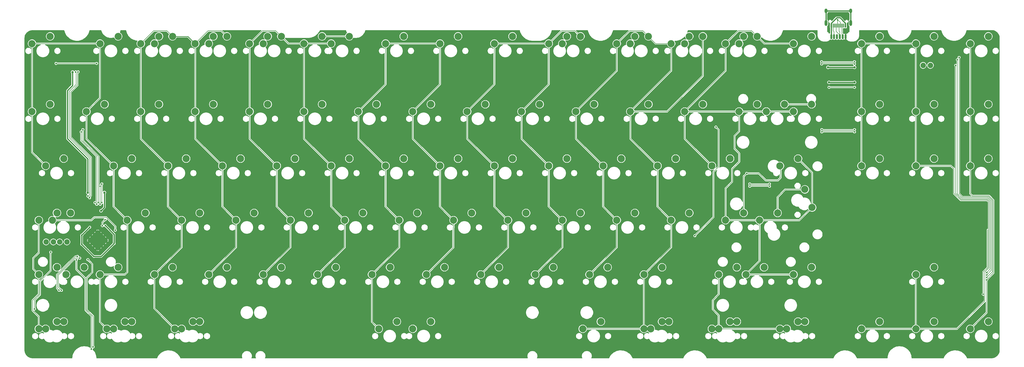
<source format=gbr>
%TF.GenerationSoftware,KiCad,Pcbnew,(5.1.12)-1*%
%TF.CreationDate,2022-11-23T00:37:25+07:00*%
%TF.ProjectId,Solder - Copy,536f6c64-6572-4202-9d20-436f70792e6b,rev?*%
%TF.SameCoordinates,Original*%
%TF.FileFunction,Copper,L1,Top*%
%TF.FilePolarity,Positive*%
%FSLAX46Y46*%
G04 Gerber Fmt 4.6, Leading zero omitted, Abs format (unit mm)*
G04 Created by KiCad (PCBNEW (5.1.12)-1) date 2022-11-23 00:37:25*
%MOMM*%
%LPD*%
G01*
G04 APERTURE LIST*
%TA.AperFunction,ComponentPad*%
%ADD10C,0.400000*%
%TD*%
%TA.AperFunction,ComponentPad*%
%ADD11C,2.500000*%
%TD*%
%TA.AperFunction,SMDPad,CuDef*%
%ADD12R,0.600000X1.450000*%
%TD*%
%TA.AperFunction,SMDPad,CuDef*%
%ADD13R,0.300000X1.450000*%
%TD*%
%TA.AperFunction,ComponentPad*%
%ADD14O,1.000000X2.100000*%
%TD*%
%TA.AperFunction,ComponentPad*%
%ADD15O,1.000000X1.600000*%
%TD*%
%TA.AperFunction,ComponentPad*%
%ADD16O,0.700000X1.800000*%
%TD*%
%TA.AperFunction,ComponentPad*%
%ADD17C,0.500000*%
%TD*%
%TA.AperFunction,ComponentPad*%
%ADD18C,1.905000*%
%TD*%
%TA.AperFunction,ViaPad*%
%ADD19C,0.600000*%
%TD*%
%TA.AperFunction,ViaPad*%
%ADD20C,0.800000*%
%TD*%
%TA.AperFunction,Conductor*%
%ADD21C,0.200000*%
%TD*%
%TA.AperFunction,Conductor*%
%ADD22C,0.400000*%
%TD*%
%TA.AperFunction,Conductor*%
%ADD23C,0.250000*%
%TD*%
%TA.AperFunction,Conductor*%
%ADD24C,0.100000*%
%TD*%
G04 APERTURE END LIST*
D10*
%TO.P,MX91,2*%
%TO.N,Net-(D81-Pad2)*%
X300446087Y-127119612D03*
%TO.P,MX91,1*%
%TO.N,C6*%
X294096087Y-131759612D03*
%TO.P,MX91,2*%
%TO.N,Net-(D81-Pad2)*%
X301496087Y-128169612D03*
%TO.P,MX91,1*%
%TO.N,C6*%
X294096087Y-129659612D03*
X293046087Y-130709612D03*
%TO.P,MX91,2*%
%TO.N,Net-(D81-Pad2)*%
X299396087Y-128169612D03*
%TO.P,MX91,1*%
%TO.N,C6*%
X295146087Y-130709612D03*
%TO.P,MX91,2*%
%TO.N,Net-(D81-Pad2)*%
X300446087Y-129219612D03*
D11*
%TO.P,MX91,1*%
%TO.N,C6*%
X294096087Y-130709612D03*
%TO.P,MX91,2*%
%TO.N,Net-(D81-Pad2)*%
X300446087Y-128169612D03*
%TD*%
D10*
%TO.P,MX14,1*%
%TO.N,C0*%
X65496087Y-93659612D03*
%TO.P,MX14,2*%
%TO.N,Net-(D13-Pad2)*%
X71846087Y-89019612D03*
D11*
%TO.P,MX14,1*%
%TO.N,C0*%
X65496087Y-92609612D03*
D10*
%TO.P,MX14,2*%
%TO.N,Net-(D13-Pad2)*%
X70796087Y-90069612D03*
X71846087Y-91119612D03*
D11*
X71846087Y-90069612D03*
D10*
%TO.P,MX14,1*%
%TO.N,C0*%
X64446087Y-92609612D03*
X66546087Y-92609612D03*
X65496087Y-91559612D03*
%TO.P,MX14,2*%
%TO.N,Net-(D13-Pad2)*%
X72896087Y-90069612D03*
%TD*%
%TO.P,MX109,1*%
%TO.N,C8*%
X360771087Y-31747112D03*
%TO.P,MX109,2*%
%TO.N,Net-(D91-Pad2)*%
X367121087Y-27107112D03*
D11*
%TO.P,MX109,1*%
%TO.N,C8*%
X360771087Y-30697112D03*
D10*
%TO.P,MX109,2*%
%TO.N,Net-(D91-Pad2)*%
X366071087Y-28157112D03*
X367121087Y-29207112D03*
D11*
X367121087Y-28157112D03*
D10*
%TO.P,MX109,1*%
%TO.N,C8*%
X359721087Y-30697112D03*
X361821087Y-30697112D03*
X360771087Y-29647112D03*
%TO.P,MX109,2*%
%TO.N,Net-(D91-Pad2)*%
X368171087Y-28157112D03*
%TD*%
%TO.P,MX2,1*%
%TO.N,C0*%
X32158587Y-31747112D03*
%TO.P,MX2,2*%
%TO.N,Net-(D4-Pad2)*%
X38508587Y-27107112D03*
D11*
%TO.P,MX2,1*%
%TO.N,C0*%
X32158587Y-30697112D03*
D10*
%TO.P,MX2,2*%
%TO.N,Net-(D4-Pad2)*%
X37458587Y-28157112D03*
X38508587Y-29207112D03*
D11*
X38508587Y-28157112D03*
D10*
%TO.P,MX2,1*%
%TO.N,C0*%
X31108587Y-30697112D03*
X33208587Y-30697112D03*
X32158587Y-29647112D03*
%TO.P,MX2,2*%
%TO.N,Net-(D4-Pad2)*%
X39558587Y-28157112D03*
%TD*%
%TO.P,MX11,1*%
%TO.N,C0*%
X55971087Y-31747112D03*
%TO.P,MX11,2*%
%TO.N,Net-(D10-Pad2)*%
X62321087Y-27107112D03*
D11*
%TO.P,MX11,1*%
%TO.N,C0*%
X55971087Y-30697112D03*
D10*
%TO.P,MX11,2*%
%TO.N,Net-(D10-Pad2)*%
X61271087Y-28157112D03*
X62321087Y-29207112D03*
D11*
X62321087Y-28157112D03*
D10*
%TO.P,MX11,1*%
%TO.N,C0*%
X54921087Y-30697112D03*
X57021087Y-30697112D03*
X55971087Y-29647112D03*
%TO.P,MX11,2*%
%TO.N,Net-(D10-Pad2)*%
X63371087Y-28157112D03*
%TD*%
%TO.P,MX7,1*%
%TO.N,C0*%
X44064837Y-112709612D03*
%TO.P,MX7,2*%
%TO.N,Net-(D8-Pad2)*%
X50414837Y-108069612D03*
D11*
%TO.P,MX7,1*%
%TO.N,C0*%
X44064837Y-111659612D03*
D10*
%TO.P,MX7,2*%
%TO.N,Net-(D8-Pad2)*%
X49364837Y-109119612D03*
X50414837Y-110169612D03*
D11*
X50414837Y-109119612D03*
D10*
%TO.P,MX7,1*%
%TO.N,C0*%
X43014837Y-111659612D03*
X45114837Y-111659612D03*
X44064837Y-110609612D03*
%TO.P,MX7,2*%
%TO.N,Net-(D8-Pad2)*%
X51464837Y-109119612D03*
%TD*%
%TO.P,MX13,1*%
%TO.N,C0*%
X60733587Y-74609612D03*
%TO.P,MX13,2*%
%TO.N,Net-(D12-Pad2)*%
X67083587Y-69969612D03*
D11*
%TO.P,MX13,1*%
%TO.N,C0*%
X60733587Y-73559612D03*
D10*
%TO.P,MX13,2*%
%TO.N,Net-(D12-Pad2)*%
X66033587Y-71019612D03*
X67083587Y-72069612D03*
D11*
X67083587Y-71019612D03*
D10*
%TO.P,MX13,1*%
%TO.N,C0*%
X59683587Y-73559612D03*
X61783587Y-73559612D03*
X60733587Y-72509612D03*
%TO.P,MX13,2*%
%TO.N,Net-(D12-Pad2)*%
X68133587Y-71019612D03*
%TD*%
%TO.P,MX24,1*%
%TO.N,Net-(D16-Pad2)*%
X75021087Y-31747112D03*
%TO.P,MX24,2*%
%TO.N,C1*%
X81371087Y-27107112D03*
D11*
%TO.P,MX24,1*%
%TO.N,Net-(D16-Pad2)*%
X75021087Y-30697112D03*
D10*
%TO.P,MX24,2*%
%TO.N,C1*%
X80321087Y-28157112D03*
X81371087Y-29207112D03*
D11*
X81371087Y-28157112D03*
D10*
%TO.P,MX24,1*%
%TO.N,Net-(D16-Pad2)*%
X73971087Y-30697112D03*
X76071087Y-30697112D03*
X75021087Y-29647112D03*
%TO.P,MX24,2*%
%TO.N,C1*%
X82421087Y-28157112D03*
%TD*%
%TO.P,MX92,1*%
%TO.N,C6*%
X298858587Y-31747112D03*
%TO.P,MX92,2*%
%TO.N,Net-(D76-Pad2)*%
X305208587Y-27107112D03*
D11*
%TO.P,MX92,1*%
%TO.N,C6*%
X298858587Y-30697112D03*
D10*
%TO.P,MX92,2*%
%TO.N,Net-(D76-Pad2)*%
X304158587Y-28157112D03*
X305208587Y-29207112D03*
D11*
X305208587Y-28157112D03*
D10*
%TO.P,MX92,1*%
%TO.N,C6*%
X297808587Y-30697112D03*
X299908587Y-30697112D03*
X298858587Y-29647112D03*
%TO.P,MX92,2*%
%TO.N,Net-(D76-Pad2)*%
X306258587Y-28157112D03*
%TD*%
%TO.P,MX100,1*%
%TO.N,C7*%
X322671087Y-31747112D03*
%TO.P,MX100,2*%
%TO.N,Net-(D82-Pad2)*%
X329021087Y-27107112D03*
D11*
%TO.P,MX100,1*%
%TO.N,C7*%
X322671087Y-30697112D03*
D10*
%TO.P,MX100,2*%
%TO.N,Net-(D82-Pad2)*%
X327971087Y-28157112D03*
X329021087Y-29207112D03*
D11*
X329021087Y-28157112D03*
D10*
%TO.P,MX100,1*%
%TO.N,C7*%
X321621087Y-30697112D03*
X323721087Y-30697112D03*
X322671087Y-29647112D03*
%TO.P,MX100,2*%
%TO.N,Net-(D82-Pad2)*%
X330071087Y-28157112D03*
%TD*%
D12*
%TO.P,USB1,12*%
%TO.N,GND*%
X311349837Y-24332112D03*
%TO.P,USB1,1*%
X317799837Y-24332112D03*
%TO.P,USB1,11*%
%TO.N,Fuse*%
X312124837Y-24332112D03*
%TO.P,USB1,2*%
X317024837Y-24332112D03*
D13*
%TO.P,USB1,3*%
%TO.N,N/C*%
X316324837Y-24332112D03*
%TO.P,USB1,10*%
%TO.N,CC1*%
X312824837Y-24332112D03*
%TO.P,USB1,4*%
%TO.N,CC2*%
X315824837Y-24332112D03*
%TO.P,USB1,9*%
%TO.N,N/C*%
X313324837Y-24332112D03*
%TO.P,USB1,5*%
%TO.N,C-*%
X315324837Y-24332112D03*
%TO.P,USB1,8*%
%TO.N,C+*%
X313824837Y-24332112D03*
%TO.P,USB1,7*%
%TO.N,C-*%
X314324837Y-24332112D03*
%TO.P,USB1,6*%
%TO.N,C+*%
X314824837Y-24332112D03*
D14*
%TO.P,USB1,13*%
%TO.N,Shiled*%
X318894837Y-23417112D03*
X310254837Y-23417112D03*
D15*
X318894837Y-19237112D03*
X310254837Y-19237112D03*
%TD*%
D16*
%TO.P,J1,4*%
%TO.N,C+*%
X315074837Y-28237112D03*
D17*
X315074837Y-27637112D03*
X315074837Y-28837112D03*
D16*
%TO.P,J1,6*%
%TO.N,GND*%
X317074837Y-28237112D03*
D17*
X317074837Y-27637112D03*
X317074837Y-28837112D03*
%TO.P,J1,5*%
%TO.N,CC2*%
X316074837Y-28837112D03*
D16*
X316074837Y-28237112D03*
D17*
X316074837Y-27637112D03*
D16*
%TO.P,J1,3*%
%TO.N,C-*%
X314074837Y-28237112D03*
D17*
X314074837Y-28837112D03*
X314074837Y-27637112D03*
D16*
%TO.P,J1,2*%
%TO.N,CC1*%
X313074837Y-28237112D03*
D17*
X313074837Y-27637112D03*
X313074837Y-28837112D03*
%TO.P,J1,1*%
%TO.N,Fuse*%
X312074837Y-27637112D03*
X312074837Y-28837112D03*
D16*
X312074837Y-28237112D03*
%TD*%
D18*
%TO.P,D3,2*%
%TO.N,+5V*%
X344261087Y-38317112D03*
%TO.P,D3,1*%
%TO.N,Net-(D3-Pad1)*%
X346801087Y-38317112D03*
%TD*%
D10*
%TO.P,MX31,1*%
%TO.N,C2*%
X108358587Y-31747112D03*
%TO.P,MX31,2*%
%TO.N,Net-(D27-Pad2)*%
X114708587Y-27107112D03*
D11*
%TO.P,MX31,1*%
%TO.N,C2*%
X108358587Y-30697112D03*
D10*
%TO.P,MX31,2*%
%TO.N,Net-(D27-Pad2)*%
X113658587Y-28157112D03*
X114708587Y-29207112D03*
D11*
X114708587Y-28157112D03*
D10*
%TO.P,MX31,1*%
%TO.N,C2*%
X107308587Y-30697112D03*
X109408587Y-30697112D03*
X108358587Y-29647112D03*
%TO.P,MX31,2*%
%TO.N,Net-(D27-Pad2)*%
X115758587Y-28157112D03*
%TD*%
%TO.P,MX18,1*%
%TO.N,C1*%
X70258587Y-31747112D03*
%TO.P,MX18,2*%
%TO.N,Net-(D16-Pad2)*%
X76608587Y-27107112D03*
D11*
%TO.P,MX18,1*%
%TO.N,C1*%
X70258587Y-30697112D03*
D10*
%TO.P,MX18,2*%
%TO.N,Net-(D16-Pad2)*%
X75558587Y-28157112D03*
X76608587Y-29207112D03*
D11*
X76608587Y-28157112D03*
D10*
%TO.P,MX18,1*%
%TO.N,C1*%
X69208587Y-30697112D03*
X71308587Y-30697112D03*
X70258587Y-29647112D03*
%TO.P,MX18,2*%
%TO.N,Net-(D16-Pad2)*%
X77658587Y-28157112D03*
%TD*%
%TO.P,MX36,1*%
%TO.N,Net-(D27-Pad2)*%
X113121087Y-31747112D03*
%TO.P,MX36,2*%
%TO.N,C2*%
X119471087Y-27107112D03*
D11*
%TO.P,MX36,1*%
%TO.N,Net-(D27-Pad2)*%
X113121087Y-30697112D03*
D10*
%TO.P,MX36,2*%
%TO.N,C2*%
X118421087Y-28157112D03*
X119471087Y-29207112D03*
D11*
X119471087Y-28157112D03*
D10*
%TO.P,MX36,1*%
%TO.N,Net-(D27-Pad2)*%
X112071087Y-30697112D03*
X114171087Y-30697112D03*
X113121087Y-29647112D03*
%TO.P,MX36,2*%
%TO.N,C2*%
X120521087Y-28157112D03*
%TD*%
%TO.P,MX72,1*%
%TO.N,Net-(D58-Pad2)*%
X241708587Y-31747112D03*
%TO.P,MX72,2*%
%TO.N,C5*%
X248058587Y-27107112D03*
D11*
%TO.P,MX72,1*%
%TO.N,Net-(D58-Pad2)*%
X241708587Y-30697112D03*
D10*
%TO.P,MX72,2*%
%TO.N,C5*%
X247008587Y-28157112D03*
X248058587Y-29207112D03*
D11*
X248058587Y-28157112D03*
D10*
%TO.P,MX72,1*%
%TO.N,Net-(D58-Pad2)*%
X240658587Y-30697112D03*
X242758587Y-30697112D03*
X241708587Y-29647112D03*
%TO.P,MX72,2*%
%TO.N,C5*%
X249108587Y-28157112D03*
%TD*%
%TO.P,MX37,1*%
%TO.N,C2*%
X127408587Y-31747112D03*
%TO.P,MX37,2*%
%TO.N,Net-(D32-Pad2)*%
X133758587Y-27107112D03*
D11*
%TO.P,MX37,1*%
%TO.N,C2*%
X127408587Y-30697112D03*
D10*
%TO.P,MX37,2*%
%TO.N,Net-(D32-Pad2)*%
X132708587Y-28157112D03*
X133758587Y-29207112D03*
D11*
X133758587Y-28157112D03*
D10*
%TO.P,MX37,1*%
%TO.N,C2*%
X126358587Y-30697112D03*
X128458587Y-30697112D03*
X127408587Y-29647112D03*
%TO.P,MX37,2*%
%TO.N,Net-(D32-Pad2)*%
X134808587Y-28157112D03*
%TD*%
%TO.P,MX89,1*%
%TO.N,Net-(D70-Pad2)*%
X279808587Y-31747112D03*
%TO.P,MX89,2*%
%TO.N,C6*%
X286158587Y-27107112D03*
D11*
%TO.P,MX89,1*%
%TO.N,Net-(D70-Pad2)*%
X279808587Y-30697112D03*
D10*
%TO.P,MX89,2*%
%TO.N,C6*%
X285108587Y-28157112D03*
X286158587Y-29207112D03*
D11*
X286158587Y-28157112D03*
D10*
%TO.P,MX89,1*%
%TO.N,Net-(D70-Pad2)*%
X278758587Y-30697112D03*
X280858587Y-30697112D03*
X279808587Y-29647112D03*
%TO.P,MX89,2*%
%TO.N,C6*%
X287208587Y-28157112D03*
%TD*%
%TO.P,MX25,1*%
%TO.N,C1*%
X89308587Y-31747112D03*
%TO.P,MX25,2*%
%TO.N,Net-(D22-Pad2)*%
X95658587Y-27107112D03*
D11*
%TO.P,MX25,1*%
%TO.N,C1*%
X89308587Y-30697112D03*
D10*
%TO.P,MX25,2*%
%TO.N,Net-(D22-Pad2)*%
X94608587Y-28157112D03*
X95658587Y-29207112D03*
D11*
X95658587Y-28157112D03*
D10*
%TO.P,MX25,1*%
%TO.N,C1*%
X88258587Y-30697112D03*
X90358587Y-30697112D03*
X89308587Y-29647112D03*
%TO.P,MX25,2*%
%TO.N,Net-(D22-Pad2)*%
X96708587Y-28157112D03*
%TD*%
%TO.P,MX80,1*%
%TO.N,Net-(D64-Pad2)*%
X260758587Y-31747112D03*
%TO.P,MX80,2*%
%TO.N,C5*%
X267108587Y-27107112D03*
D11*
%TO.P,MX80,1*%
%TO.N,Net-(D64-Pad2)*%
X260758587Y-30697112D03*
D10*
%TO.P,MX80,2*%
%TO.N,C5*%
X266058587Y-28157112D03*
X267108587Y-29207112D03*
D11*
X267108587Y-28157112D03*
D10*
%TO.P,MX80,1*%
%TO.N,Net-(D64-Pad2)*%
X259708587Y-30697112D03*
X261808587Y-30697112D03*
X260758587Y-29647112D03*
%TO.P,MX80,2*%
%TO.N,C5*%
X268158587Y-28157112D03*
%TD*%
%TO.P,MX60,1*%
%TO.N,C4*%
X213133587Y-31747112D03*
%TO.P,MX60,2*%
%TO.N,Net-(D53-Pad2)*%
X219483587Y-27107112D03*
D11*
%TO.P,MX60,1*%
%TO.N,C4*%
X213133587Y-30697112D03*
D10*
%TO.P,MX60,2*%
%TO.N,Net-(D53-Pad2)*%
X218433587Y-28157112D03*
X219483587Y-29207112D03*
D11*
X219483587Y-28157112D03*
D10*
%TO.P,MX60,1*%
%TO.N,C4*%
X212083587Y-30697112D03*
X214183587Y-30697112D03*
X213133587Y-29647112D03*
%TO.P,MX60,2*%
%TO.N,Net-(D53-Pad2)*%
X220533587Y-28157112D03*
%TD*%
%TO.P,MX65,1*%
%TO.N,Net-(D53-Pad2)*%
X217896087Y-31747112D03*
%TO.P,MX65,2*%
%TO.N,C4*%
X224246087Y-27107112D03*
D11*
%TO.P,MX65,1*%
%TO.N,Net-(D53-Pad2)*%
X217896087Y-30697112D03*
D10*
%TO.P,MX65,2*%
%TO.N,C4*%
X223196087Y-28157112D03*
X224246087Y-29207112D03*
D11*
X224246087Y-28157112D03*
D10*
%TO.P,MX65,1*%
%TO.N,Net-(D53-Pad2)*%
X216846087Y-30697112D03*
X218946087Y-30697112D03*
X217896087Y-29647112D03*
%TO.P,MX65,2*%
%TO.N,C4*%
X225296087Y-28157112D03*
%TD*%
%TO.P,MX55,1*%
%TO.N,C4*%
X194083587Y-31747112D03*
%TO.P,MX55,2*%
%TO.N,Net-(D48-Pad2)*%
X200433587Y-27107112D03*
D11*
%TO.P,MX55,1*%
%TO.N,C4*%
X194083587Y-30697112D03*
D10*
%TO.P,MX55,2*%
%TO.N,Net-(D48-Pad2)*%
X199383587Y-28157112D03*
X200433587Y-29207112D03*
D11*
X200433587Y-28157112D03*
D10*
%TO.P,MX55,1*%
%TO.N,C4*%
X193033587Y-30697112D03*
X195133587Y-30697112D03*
X194083587Y-29647112D03*
%TO.P,MX55,2*%
%TO.N,Net-(D48-Pad2)*%
X201483587Y-28157112D03*
%TD*%
%TO.P,MX50,1*%
%TO.N,C3*%
X175033587Y-31747112D03*
%TO.P,MX50,2*%
%TO.N,Net-(D43-Pad2)*%
X181383587Y-27107112D03*
D11*
%TO.P,MX50,1*%
%TO.N,C3*%
X175033587Y-30697112D03*
D10*
%TO.P,MX50,2*%
%TO.N,Net-(D43-Pad2)*%
X180333587Y-28157112D03*
X181383587Y-29207112D03*
D11*
X181383587Y-28157112D03*
D10*
%TO.P,MX50,1*%
%TO.N,C3*%
X173983587Y-30697112D03*
X176083587Y-30697112D03*
X175033587Y-29647112D03*
%TO.P,MX50,2*%
%TO.N,Net-(D43-Pad2)*%
X182433587Y-28157112D03*
%TD*%
%TO.P,MX44,1*%
%TO.N,C3*%
X155983587Y-31747112D03*
%TO.P,MX44,2*%
%TO.N,Net-(D37-Pad2)*%
X162333587Y-27107112D03*
D11*
%TO.P,MX44,1*%
%TO.N,C3*%
X155983587Y-30697112D03*
D10*
%TO.P,MX44,2*%
%TO.N,Net-(D37-Pad2)*%
X161283587Y-28157112D03*
X162333587Y-29207112D03*
D11*
X162333587Y-28157112D03*
D10*
%TO.P,MX44,1*%
%TO.N,C3*%
X154933587Y-30697112D03*
X157033587Y-30697112D03*
X155983587Y-29647112D03*
%TO.P,MX44,2*%
%TO.N,Net-(D37-Pad2)*%
X163383587Y-28157112D03*
%TD*%
%TO.P,MX74,1*%
%TO.N,C5*%
X255996087Y-31747112D03*
%TO.P,MX74,2*%
%TO.N,Net-(D64-Pad2)*%
X262346087Y-27107112D03*
D11*
%TO.P,MX74,1*%
%TO.N,C5*%
X255996087Y-30697112D03*
D10*
%TO.P,MX74,2*%
%TO.N,Net-(D64-Pad2)*%
X261296087Y-28157112D03*
X262346087Y-29207112D03*
D11*
X262346087Y-28157112D03*
D10*
%TO.P,MX74,1*%
%TO.N,C5*%
X254946087Y-30697112D03*
X257046087Y-30697112D03*
X255996087Y-29647112D03*
%TO.P,MX74,2*%
%TO.N,Net-(D64-Pad2)*%
X263396087Y-28157112D03*
%TD*%
%TO.P,MX82,1*%
%TO.N,C6*%
X275046087Y-31747112D03*
%TO.P,MX82,2*%
%TO.N,Net-(D70-Pad2)*%
X281396087Y-27107112D03*
D11*
%TO.P,MX82,1*%
%TO.N,C6*%
X275046087Y-30697112D03*
D10*
%TO.P,MX82,2*%
%TO.N,Net-(D70-Pad2)*%
X280346087Y-28157112D03*
X281396087Y-29207112D03*
D11*
X281396087Y-28157112D03*
D10*
%TO.P,MX82,1*%
%TO.N,C6*%
X273996087Y-30697112D03*
X276096087Y-30697112D03*
X275046087Y-29647112D03*
%TO.P,MX82,2*%
%TO.N,Net-(D70-Pad2)*%
X282446087Y-28157112D03*
%TD*%
%TO.P,MX66,1*%
%TO.N,C5*%
X236946087Y-31747112D03*
%TO.P,MX66,2*%
%TO.N,Net-(D58-Pad2)*%
X243296087Y-27107112D03*
D11*
%TO.P,MX66,1*%
%TO.N,C5*%
X236946087Y-30697112D03*
D10*
%TO.P,MX66,2*%
%TO.N,Net-(D58-Pad2)*%
X242246087Y-28157112D03*
X243296087Y-29207112D03*
D11*
X243296087Y-28157112D03*
D10*
%TO.P,MX66,1*%
%TO.N,C5*%
X235896087Y-30697112D03*
X237996087Y-30697112D03*
X236946087Y-29647112D03*
%TO.P,MX66,2*%
%TO.N,Net-(D58-Pad2)*%
X244346087Y-28157112D03*
%TD*%
%TO.P,MX38,1*%
%TO.N,C2*%
X136933587Y-31747112D03*
%TO.P,MX38,2*%
%TO.N,Net-(D32-Pad2)*%
X143283587Y-27107112D03*
D11*
%TO.P,MX38,1*%
%TO.N,C2*%
X136933587Y-30697112D03*
D10*
%TO.P,MX38,2*%
%TO.N,Net-(D32-Pad2)*%
X142233587Y-28157112D03*
X143283587Y-29207112D03*
D11*
X143283587Y-28157112D03*
D10*
%TO.P,MX38,1*%
%TO.N,C2*%
X135883587Y-30697112D03*
X137983587Y-30697112D03*
X136933587Y-29647112D03*
%TO.P,MX38,2*%
%TO.N,Net-(D32-Pad2)*%
X144333587Y-28157112D03*
%TD*%
%TO.P,MX30,1*%
%TO.N,Net-(D22-Pad2)*%
X94071087Y-31747112D03*
%TO.P,MX30,2*%
%TO.N,C1*%
X100421087Y-27107112D03*
D11*
%TO.P,MX30,1*%
%TO.N,Net-(D22-Pad2)*%
X94071087Y-30697112D03*
D10*
%TO.P,MX30,2*%
%TO.N,C1*%
X99371087Y-28157112D03*
X100421087Y-29207112D03*
D11*
X100421087Y-28157112D03*
D10*
%TO.P,MX30,1*%
%TO.N,Net-(D22-Pad2)*%
X93021087Y-30697112D03*
X95121087Y-30697112D03*
X94071087Y-29647112D03*
%TO.P,MX30,2*%
%TO.N,C1*%
X101471087Y-28157112D03*
%TD*%
%TO.P,MX104,1*%
%TO.N,C7*%
X341721087Y-31747112D03*
%TO.P,MX104,2*%
%TO.N,Net-(D86-Pad2)*%
X348071087Y-27107112D03*
D11*
%TO.P,MX104,1*%
%TO.N,C7*%
X341721087Y-30697112D03*
D10*
%TO.P,MX104,2*%
%TO.N,Net-(D86-Pad2)*%
X347021087Y-28157112D03*
X348071087Y-29207112D03*
D11*
X348071087Y-28157112D03*
D10*
%TO.P,MX104,1*%
%TO.N,C7*%
X340671087Y-30697112D03*
X342771087Y-30697112D03*
X341721087Y-29647112D03*
%TO.P,MX104,2*%
%TO.N,Net-(D86-Pad2)*%
X349121087Y-28157112D03*
%TD*%
D14*
%TO.P,USB2,13*%
%TO.N,Shiled*%
X310254837Y-23417112D03*
X318894837Y-23417112D03*
D15*
X310254837Y-19237112D03*
X318894837Y-19237112D03*
%TD*%
D10*
%TO.P,MX112,1*%
%TO.N,C8*%
X360771087Y-131759612D03*
%TO.P,MX112,2*%
%TO.N,Net-(D94-Pad2)*%
X367121087Y-127119612D03*
D11*
%TO.P,MX112,1*%
%TO.N,C8*%
X360771087Y-130709612D03*
D10*
%TO.P,MX112,2*%
%TO.N,Net-(D94-Pad2)*%
X366071087Y-128169612D03*
X367121087Y-129219612D03*
D11*
X367121087Y-128169612D03*
D10*
%TO.P,MX112,1*%
%TO.N,C8*%
X359721087Y-130709612D03*
X361821087Y-130709612D03*
X360771087Y-129659612D03*
%TO.P,MX112,2*%
%TO.N,Net-(D94-Pad2)*%
X368171087Y-128169612D03*
%TD*%
%TO.P,MX108,1*%
%TO.N,C7*%
X341721087Y-131759612D03*
%TO.P,MX108,2*%
%TO.N,Net-(D90-Pad2)*%
X348071087Y-127119612D03*
D11*
%TO.P,MX108,1*%
%TO.N,C7*%
X341721087Y-130709612D03*
D10*
%TO.P,MX108,2*%
%TO.N,Net-(D90-Pad2)*%
X347021087Y-128169612D03*
X348071087Y-129219612D03*
D11*
X348071087Y-128169612D03*
D10*
%TO.P,MX108,1*%
%TO.N,C7*%
X340671087Y-130709612D03*
X342771087Y-130709612D03*
X341721087Y-129659612D03*
%TO.P,MX108,2*%
%TO.N,Net-(D90-Pad2)*%
X349121087Y-128169612D03*
%TD*%
%TO.P,MX107,1*%
%TO.N,C7*%
X341721087Y-112709612D03*
%TO.P,MX107,2*%
%TO.N,Net-(D89-Pad2)*%
X348071087Y-108069612D03*
D11*
%TO.P,MX107,1*%
%TO.N,C7*%
X341721087Y-111659612D03*
D10*
%TO.P,MX107,2*%
%TO.N,Net-(D89-Pad2)*%
X347021087Y-109119612D03*
X348071087Y-110169612D03*
D11*
X348071087Y-109119612D03*
D10*
%TO.P,MX107,1*%
%TO.N,C7*%
X340671087Y-111659612D03*
X342771087Y-111659612D03*
X341721087Y-110609612D03*
%TO.P,MX107,2*%
%TO.N,Net-(D89-Pad2)*%
X349121087Y-109119612D03*
%TD*%
%TO.P,MX103,1*%
%TO.N,C7*%
X322671087Y-131759612D03*
%TO.P,MX103,2*%
%TO.N,Net-(D85-Pad2)*%
X329021087Y-127119612D03*
D11*
%TO.P,MX103,1*%
%TO.N,C7*%
X322671087Y-130709612D03*
D10*
%TO.P,MX103,2*%
%TO.N,Net-(D85-Pad2)*%
X327971087Y-128169612D03*
X329021087Y-129219612D03*
D11*
X329021087Y-128169612D03*
D10*
%TO.P,MX103,1*%
%TO.N,C7*%
X321621087Y-130709612D03*
X323721087Y-130709612D03*
X322671087Y-129659612D03*
%TO.P,MX103,2*%
%TO.N,Net-(D85-Pad2)*%
X330071087Y-128169612D03*
%TD*%
%TO.P,MX106,1*%
%TO.N,C7*%
X341721087Y-74609612D03*
%TO.P,MX106,2*%
%TO.N,Net-(D88-Pad2)*%
X348071087Y-69969612D03*
D11*
%TO.P,MX106,1*%
%TO.N,C7*%
X341721087Y-73559612D03*
D10*
%TO.P,MX106,2*%
%TO.N,Net-(D88-Pad2)*%
X347021087Y-71019612D03*
X348071087Y-72069612D03*
D11*
X348071087Y-71019612D03*
D10*
%TO.P,MX106,1*%
%TO.N,C7*%
X340671087Y-73559612D03*
X342771087Y-73559612D03*
X341721087Y-72509612D03*
%TO.P,MX106,2*%
%TO.N,Net-(D88-Pad2)*%
X349121087Y-71019612D03*
%TD*%
%TO.P,MX102,1*%
%TO.N,C7*%
X322671087Y-74609612D03*
%TO.P,MX102,2*%
%TO.N,Net-(D84-Pad2)*%
X329021087Y-69969612D03*
D11*
%TO.P,MX102,1*%
%TO.N,C7*%
X322671087Y-73559612D03*
D10*
%TO.P,MX102,2*%
%TO.N,Net-(D84-Pad2)*%
X327971087Y-71019612D03*
X329021087Y-72069612D03*
D11*
X329021087Y-71019612D03*
D10*
%TO.P,MX102,1*%
%TO.N,C7*%
X321621087Y-73559612D03*
X323721087Y-73559612D03*
X322671087Y-72509612D03*
%TO.P,MX102,2*%
%TO.N,Net-(D84-Pad2)*%
X330071087Y-71019612D03*
%TD*%
%TO.P,MX111,1*%
%TO.N,C8*%
X360771087Y-74609612D03*
%TO.P,MX111,2*%
%TO.N,Net-(D93-Pad2)*%
X367121087Y-69969612D03*
D11*
%TO.P,MX111,1*%
%TO.N,C8*%
X360771087Y-73559612D03*
D10*
%TO.P,MX111,2*%
%TO.N,Net-(D93-Pad2)*%
X366071087Y-71019612D03*
X367121087Y-72069612D03*
D11*
X367121087Y-71019612D03*
D10*
%TO.P,MX111,1*%
%TO.N,C8*%
X359721087Y-73559612D03*
X361821087Y-73559612D03*
X360771087Y-72509612D03*
%TO.P,MX111,2*%
%TO.N,Net-(D93-Pad2)*%
X368171087Y-71019612D03*
%TD*%
%TO.P,MX110,1*%
%TO.N,C8*%
X360771087Y-55559612D03*
%TO.P,MX110,2*%
%TO.N,Net-(D92-Pad2)*%
X367121087Y-50919612D03*
D11*
%TO.P,MX110,1*%
%TO.N,C8*%
X360771087Y-54509612D03*
D10*
%TO.P,MX110,2*%
%TO.N,Net-(D92-Pad2)*%
X366071087Y-51969612D03*
X367121087Y-53019612D03*
D11*
X367121087Y-51969612D03*
D10*
%TO.P,MX110,1*%
%TO.N,C8*%
X359721087Y-54509612D03*
X361821087Y-54509612D03*
X360771087Y-53459612D03*
%TO.P,MX110,2*%
%TO.N,Net-(D92-Pad2)*%
X368171087Y-51969612D03*
%TD*%
%TO.P,MX101,1*%
%TO.N,C7*%
X322671087Y-55559612D03*
%TO.P,MX101,2*%
%TO.N,Net-(D83-Pad2)*%
X329021087Y-50919612D03*
D11*
%TO.P,MX101,1*%
%TO.N,C7*%
X322671087Y-54509612D03*
D10*
%TO.P,MX101,2*%
%TO.N,Net-(D83-Pad2)*%
X327971087Y-51969612D03*
X329021087Y-53019612D03*
D11*
X329021087Y-51969612D03*
D10*
%TO.P,MX101,1*%
%TO.N,C7*%
X321621087Y-54509612D03*
X323721087Y-54509612D03*
X322671087Y-53459612D03*
%TO.P,MX101,2*%
%TO.N,Net-(D83-Pad2)*%
X330071087Y-51969612D03*
%TD*%
%TO.P,MX105,1*%
%TO.N,C7*%
X341721087Y-55559612D03*
%TO.P,MX105,2*%
%TO.N,Net-(D87-Pad2)*%
X348071087Y-50919612D03*
D11*
%TO.P,MX105,1*%
%TO.N,C7*%
X341721087Y-54509612D03*
D10*
%TO.P,MX105,2*%
%TO.N,Net-(D87-Pad2)*%
X347021087Y-51969612D03*
X348071087Y-53019612D03*
D11*
X348071087Y-51969612D03*
D10*
%TO.P,MX105,1*%
%TO.N,C7*%
X340671087Y-54509612D03*
X342771087Y-54509612D03*
X341721087Y-53459612D03*
%TO.P,MX105,2*%
%TO.N,Net-(D87-Pad2)*%
X349121087Y-51969612D03*
%TD*%
D18*
%TO.P,D1,2*%
%TO.N,+5V*%
X39619837Y-100229612D03*
%TO.P,D1,1*%
%TO.N,Net-(D1-Pad1)*%
X37079837Y-100229612D03*
%TD*%
%TO.P,D2,2*%
%TO.N,+5V*%
X41842337Y-100229612D03*
%TO.P,D2,1*%
%TO.N,Net-(D1-Pad1)*%
X44382337Y-100229612D03*
%TD*%
D10*
%TO.P,MX22,1*%
%TO.N,C1*%
X75021087Y-112709612D03*
%TO.P,MX22,2*%
%TO.N,Net-(D20-Pad2)*%
X81371087Y-108069612D03*
D11*
%TO.P,MX22,1*%
%TO.N,C1*%
X75021087Y-111659612D03*
D10*
%TO.P,MX22,2*%
%TO.N,Net-(D20-Pad2)*%
X80321087Y-109119612D03*
X81371087Y-110169612D03*
D11*
X81371087Y-109119612D03*
D10*
%TO.P,MX22,1*%
%TO.N,C1*%
X73971087Y-111659612D03*
X76071087Y-111659612D03*
X75021087Y-110609612D03*
%TO.P,MX22,2*%
%TO.N,Net-(D20-Pad2)*%
X82421087Y-109119612D03*
%TD*%
%TO.P,MX97,1*%
%TO.N,C6*%
X298858587Y-112709612D03*
%TO.P,MX97,2*%
%TO.N,Net-(D80-Pad2)*%
X305208587Y-108069612D03*
D11*
%TO.P,MX97,1*%
%TO.N,C6*%
X298858587Y-111659612D03*
D10*
%TO.P,MX97,2*%
%TO.N,Net-(D80-Pad2)*%
X304158587Y-109119612D03*
X305208587Y-110169612D03*
D11*
X305208587Y-109119612D03*
D10*
%TO.P,MX97,1*%
%TO.N,C6*%
X297808587Y-111659612D03*
X299908587Y-111659612D03*
X298858587Y-110609612D03*
%TO.P,MX97,2*%
%TO.N,Net-(D80-Pad2)*%
X306258587Y-109119612D03*
%TD*%
%TO.P,MX96,1*%
%TO.N,C6*%
X289333587Y-55559612D03*
%TO.P,MX96,2*%
%TO.N,Net-(D79-Pad2)*%
X295683587Y-50919612D03*
D11*
%TO.P,MX96,1*%
%TO.N,C6*%
X289333587Y-54509612D03*
D10*
%TO.P,MX96,2*%
%TO.N,Net-(D79-Pad2)*%
X294633587Y-51969612D03*
X295683587Y-53019612D03*
D11*
X295683587Y-51969612D03*
D10*
%TO.P,MX96,1*%
%TO.N,C6*%
X288283587Y-54509612D03*
X290383587Y-54509612D03*
X289333587Y-53459612D03*
%TO.P,MX96,2*%
%TO.N,Net-(D79-Pad2)*%
X296733587Y-51969612D03*
%TD*%
%TO.P,MX86,1*%
%TO.N,C6*%
X272664837Y-112709612D03*
%TO.P,MX86,2*%
%TO.N,Net-(D74-Pad2)*%
X279014837Y-108069612D03*
D11*
%TO.P,MX86,1*%
%TO.N,C6*%
X272664837Y-111659612D03*
D10*
%TO.P,MX86,2*%
%TO.N,Net-(D74-Pad2)*%
X277964837Y-109119612D03*
X279014837Y-110169612D03*
D11*
X279014837Y-109119612D03*
D10*
%TO.P,MX86,1*%
%TO.N,C6*%
X271614837Y-111659612D03*
X273714837Y-111659612D03*
X272664837Y-110609612D03*
%TO.P,MX86,2*%
%TO.N,Net-(D74-Pad2)*%
X280064837Y-109119612D03*
%TD*%
%TO.P,MX5,1*%
%TO.N,C0*%
X34539837Y-93659612D03*
%TO.P,MX5,2*%
%TO.N,Net-(D7-Pad2)*%
X40889837Y-89019612D03*
D11*
%TO.P,MX5,1*%
%TO.N,C0*%
X34539837Y-92609612D03*
D10*
%TO.P,MX5,2*%
%TO.N,Net-(D7-Pad2)*%
X39839837Y-90069612D03*
X40889837Y-91119612D03*
D11*
X40889837Y-90069612D03*
D10*
%TO.P,MX5,1*%
%TO.N,C0*%
X33489837Y-92609612D03*
X35589837Y-92609612D03*
X34539837Y-91559612D03*
%TO.P,MX5,2*%
%TO.N,Net-(D7-Pad2)*%
X41939837Y-90069612D03*
%TD*%
%TO.P,MX94,1*%
%TO.N,C6*%
X275046087Y-93659612D03*
%TO.P,MX94,2*%
%TO.N,Net-(D78-Pad2)*%
X281396087Y-89019612D03*
D11*
%TO.P,MX94,1*%
%TO.N,C6*%
X275046087Y-92609612D03*
D10*
%TO.P,MX94,2*%
%TO.N,Net-(D78-Pad2)*%
X280346087Y-90069612D03*
X281396087Y-91119612D03*
D11*
X281396087Y-90069612D03*
D10*
%TO.P,MX94,1*%
%TO.N,C6*%
X273996087Y-92609612D03*
X276096087Y-92609612D03*
X275046087Y-91559612D03*
%TO.P,MX94,2*%
%TO.N,Net-(D78-Pad2)*%
X282446087Y-90069612D03*
%TD*%
D11*
%TO.P,MX90,2*%
%TO.N,C6*%
X305367337Y-88164612D03*
%TO.P,MX90,1*%
%TO.N,Net-(D73-Pad2)*%
X302827337Y-81814612D03*
D10*
%TO.P,MX90,2*%
%TO.N,C6*%
X304317337Y-88164612D03*
%TO.P,MX90,1*%
%TO.N,Net-(D73-Pad2)*%
X302827337Y-82864612D03*
%TO.P,MX90,2*%
%TO.N,C6*%
X305367337Y-87114612D03*
%TO.P,MX90,1*%
%TO.N,Net-(D73-Pad2)*%
X302827337Y-80764612D03*
X303877337Y-81814612D03*
%TO.P,MX90,2*%
%TO.N,C6*%
X305367337Y-89214612D03*
%TO.P,MX90,1*%
%TO.N,Net-(D73-Pad2)*%
X301777337Y-81814612D03*
%TO.P,MX90,2*%
%TO.N,C6*%
X306417337Y-88164612D03*
%TD*%
%TO.P,MX81,1*%
%TO.N,C6*%
X270283587Y-131759612D03*
%TO.P,MX81,2*%
%TO.N,Net-(D75-Pad2)*%
X276633587Y-127119612D03*
D11*
%TO.P,MX81,1*%
%TO.N,C6*%
X270283587Y-130709612D03*
D10*
%TO.P,MX81,2*%
%TO.N,Net-(D75-Pad2)*%
X275583587Y-128169612D03*
X276633587Y-129219612D03*
D11*
X276633587Y-128169612D03*
D10*
%TO.P,MX81,1*%
%TO.N,C6*%
X269233587Y-130709612D03*
X271333587Y-130709612D03*
X270283587Y-129659612D03*
%TO.P,MX81,2*%
%TO.N,Net-(D75-Pad2)*%
X277683587Y-128169612D03*
%TD*%
%TO.P,MX73,2*%
%TO.N,Net-(D69-Pad2)*%
X252821087Y-127119612D03*
%TO.P,MX73,1*%
%TO.N,C5*%
X246471087Y-131759612D03*
%TO.P,MX73,2*%
%TO.N,Net-(D69-Pad2)*%
X253871087Y-128169612D03*
%TO.P,MX73,1*%
%TO.N,C5*%
X246471087Y-129659612D03*
X245421087Y-130709612D03*
%TO.P,MX73,2*%
%TO.N,Net-(D69-Pad2)*%
X251771087Y-128169612D03*
%TO.P,MX73,1*%
%TO.N,C5*%
X247521087Y-130709612D03*
%TO.P,MX73,2*%
%TO.N,Net-(D69-Pad2)*%
X252821087Y-129219612D03*
D11*
%TO.P,MX73,1*%
%TO.N,C5*%
X246471087Y-130709612D03*
%TO.P,MX73,2*%
%TO.N,Net-(D69-Pad2)*%
X252821087Y-128169612D03*
%TD*%
D10*
%TO.P,MX43,1*%
%TO.N,C3*%
X165508587Y-131759612D03*
%TO.P,MX43,2*%
%TO.N,Net-(D42-Pad2)*%
X171858587Y-127119612D03*
D11*
%TO.P,MX43,1*%
%TO.N,C3*%
X165508587Y-130709612D03*
D10*
%TO.P,MX43,2*%
%TO.N,Net-(D42-Pad2)*%
X170808587Y-128169612D03*
X171858587Y-129219612D03*
D11*
X171858587Y-128169612D03*
D10*
%TO.P,MX43,1*%
%TO.N,C3*%
X164458587Y-130709612D03*
X166558587Y-130709612D03*
X165508587Y-129659612D03*
%TO.P,MX43,2*%
%TO.N,Net-(D42-Pad2)*%
X172908587Y-128169612D03*
%TD*%
%TO.P,MX10,1*%
%TO.N,C0*%
X60733587Y-131759612D03*
%TO.P,MX10,2*%
%TO.N,Net-(D15-Pad2)*%
X67083587Y-127119612D03*
D11*
%TO.P,MX10,1*%
%TO.N,C0*%
X60733587Y-130709612D03*
D10*
%TO.P,MX10,2*%
%TO.N,Net-(D15-Pad2)*%
X66033587Y-128169612D03*
X67083587Y-129219612D03*
D11*
X67083587Y-128169612D03*
D10*
%TO.P,MX10,1*%
%TO.N,C0*%
X59683587Y-130709612D03*
X61783587Y-130709612D03*
X60733587Y-129659612D03*
%TO.P,MX10,2*%
%TO.N,Net-(D15-Pad2)*%
X68133587Y-128169612D03*
%TD*%
%TO.P,MX17,2*%
%TO.N,Net-(D21-Pad2)*%
X90896087Y-127119612D03*
%TO.P,MX17,1*%
%TO.N,C1*%
X84546087Y-131759612D03*
%TO.P,MX17,2*%
%TO.N,Net-(D21-Pad2)*%
X91946087Y-128169612D03*
%TO.P,MX17,1*%
%TO.N,C1*%
X84546087Y-129659612D03*
X83496087Y-130709612D03*
%TO.P,MX17,2*%
%TO.N,Net-(D21-Pad2)*%
X89846087Y-128169612D03*
%TO.P,MX17,1*%
%TO.N,C1*%
X85596087Y-130709612D03*
%TO.P,MX17,2*%
%TO.N,Net-(D21-Pad2)*%
X90896087Y-129219612D03*
D11*
%TO.P,MX17,1*%
%TO.N,C1*%
X84546087Y-130709612D03*
%TO.P,MX17,2*%
%TO.N,Net-(D21-Pad2)*%
X90896087Y-128169612D03*
%TD*%
D10*
%TO.P,MX1,2*%
%TO.N,Net-(D9-Pad2)*%
X43271087Y-127119612D03*
%TO.P,MX1,1*%
%TO.N,C0*%
X36921087Y-131759612D03*
%TO.P,MX1,2*%
%TO.N,Net-(D9-Pad2)*%
X44321087Y-128169612D03*
%TO.P,MX1,1*%
%TO.N,C0*%
X36921087Y-129659612D03*
X35871087Y-130709612D03*
%TO.P,MX1,2*%
%TO.N,Net-(D9-Pad2)*%
X42221087Y-128169612D03*
%TO.P,MX1,1*%
%TO.N,C0*%
X37971087Y-130709612D03*
%TO.P,MX1,2*%
%TO.N,Net-(D9-Pad2)*%
X43271087Y-129219612D03*
D11*
%TO.P,MX1,1*%
%TO.N,C0*%
X36921087Y-130709612D03*
%TO.P,MX1,2*%
%TO.N,Net-(D9-Pad2)*%
X43271087Y-128169612D03*
%TD*%
D10*
%TO.P,MX83,1*%
%TO.N,C6*%
X260758587Y-55559612D03*
%TO.P,MX83,2*%
%TO.N,Net-(D71-Pad2)*%
X267108587Y-50919612D03*
D11*
%TO.P,MX83,1*%
%TO.N,C6*%
X260758587Y-54509612D03*
D10*
%TO.P,MX83,2*%
%TO.N,Net-(D71-Pad2)*%
X266058587Y-51969612D03*
X267108587Y-53019612D03*
D11*
X267108587Y-51969612D03*
D10*
%TO.P,MX83,1*%
%TO.N,C6*%
X259708587Y-54509612D03*
X261808587Y-54509612D03*
X260758587Y-53459612D03*
%TO.P,MX83,2*%
%TO.N,Net-(D71-Pad2)*%
X268158587Y-51969612D03*
%TD*%
%TO.P,MX98,1*%
%TO.N,C6*%
X296477337Y-131759612D03*
%TO.P,MX98,2*%
%TO.N,Net-(D81-Pad2)*%
X302827337Y-127119612D03*
D11*
%TO.P,MX98,1*%
%TO.N,C6*%
X296477337Y-130709612D03*
D10*
%TO.P,MX98,2*%
%TO.N,Net-(D81-Pad2)*%
X301777337Y-128169612D03*
X302827337Y-129219612D03*
D11*
X302827337Y-128169612D03*
D10*
%TO.P,MX98,1*%
%TO.N,C6*%
X295427337Y-130709612D03*
X297527337Y-130709612D03*
X296477337Y-129659612D03*
%TO.P,MX98,2*%
%TO.N,Net-(D81-Pad2)*%
X303877337Y-128169612D03*
%TD*%
%TO.P,MX88,1*%
%TO.N,C6*%
X272664837Y-131759612D03*
%TO.P,MX88,2*%
%TO.N,Net-(D75-Pad2)*%
X279014837Y-127119612D03*
D11*
%TO.P,MX88,1*%
%TO.N,C6*%
X272664837Y-130709612D03*
D10*
%TO.P,MX88,2*%
%TO.N,Net-(D75-Pad2)*%
X277964837Y-128169612D03*
X279014837Y-129219612D03*
D11*
X279014837Y-128169612D03*
D10*
%TO.P,MX88,1*%
%TO.N,C6*%
X271614837Y-130709612D03*
X273714837Y-130709612D03*
X272664837Y-129659612D03*
%TO.P,MX88,2*%
%TO.N,Net-(D75-Pad2)*%
X280064837Y-128169612D03*
%TD*%
%TO.P,MX79,1*%
%TO.N,C5*%
X248852337Y-131759612D03*
%TO.P,MX79,2*%
%TO.N,Net-(D69-Pad2)*%
X255202337Y-127119612D03*
D11*
%TO.P,MX79,1*%
%TO.N,C5*%
X248852337Y-130709612D03*
D10*
%TO.P,MX79,2*%
%TO.N,Net-(D69-Pad2)*%
X254152337Y-128169612D03*
X255202337Y-129219612D03*
D11*
X255202337Y-128169612D03*
D10*
%TO.P,MX79,1*%
%TO.N,C5*%
X247802337Y-130709612D03*
X249902337Y-130709612D03*
X248852337Y-129659612D03*
%TO.P,MX79,2*%
%TO.N,Net-(D69-Pad2)*%
X256252337Y-128169612D03*
%TD*%
%TO.P,MX71,1*%
%TO.N,C5*%
X225039837Y-131759612D03*
%TO.P,MX71,2*%
%TO.N,Net-(D63-Pad2)*%
X231389837Y-127119612D03*
D11*
%TO.P,MX71,1*%
%TO.N,C5*%
X225039837Y-130709612D03*
D10*
%TO.P,MX71,2*%
%TO.N,Net-(D63-Pad2)*%
X230339837Y-128169612D03*
X231389837Y-129219612D03*
D11*
X231389837Y-128169612D03*
D10*
%TO.P,MX71,1*%
%TO.N,C5*%
X223989837Y-130709612D03*
X226089837Y-130709612D03*
X225039837Y-129659612D03*
%TO.P,MX71,2*%
%TO.N,Net-(D63-Pad2)*%
X232439837Y-128169612D03*
%TD*%
%TO.P,MX49,1*%
%TO.N,C3*%
X153602337Y-131759612D03*
%TO.P,MX49,2*%
%TO.N,Net-(D42-Pad2)*%
X159952337Y-127119612D03*
D11*
%TO.P,MX49,1*%
%TO.N,C3*%
X153602337Y-130709612D03*
D10*
%TO.P,MX49,2*%
%TO.N,Net-(D42-Pad2)*%
X158902337Y-128169612D03*
X159952337Y-129219612D03*
D11*
X159952337Y-128169612D03*
D10*
%TO.P,MX49,1*%
%TO.N,C3*%
X152552337Y-130709612D03*
X154652337Y-130709612D03*
X153602337Y-129659612D03*
%TO.P,MX49,2*%
%TO.N,Net-(D42-Pad2)*%
X161002337Y-128169612D03*
%TD*%
%TO.P,MX23,1*%
%TO.N,C1*%
X82164837Y-131759612D03*
%TO.P,MX23,2*%
%TO.N,Net-(D21-Pad2)*%
X88514837Y-127119612D03*
D11*
%TO.P,MX23,1*%
%TO.N,C1*%
X82164837Y-130709612D03*
D10*
%TO.P,MX23,2*%
%TO.N,Net-(D21-Pad2)*%
X87464837Y-128169612D03*
X88514837Y-129219612D03*
D11*
X88514837Y-128169612D03*
D10*
%TO.P,MX23,1*%
%TO.N,C1*%
X81114837Y-130709612D03*
X83214837Y-130709612D03*
X82164837Y-129659612D03*
%TO.P,MX23,2*%
%TO.N,Net-(D21-Pad2)*%
X89564837Y-128169612D03*
%TD*%
%TO.P,MX16,1*%
%TO.N,C0*%
X58352337Y-131759612D03*
%TO.P,MX16,2*%
%TO.N,Net-(D15-Pad2)*%
X64702337Y-127119612D03*
D11*
%TO.P,MX16,1*%
%TO.N,C0*%
X58352337Y-130709612D03*
D10*
%TO.P,MX16,2*%
%TO.N,Net-(D15-Pad2)*%
X63652337Y-128169612D03*
X64702337Y-129219612D03*
D11*
X64702337Y-128169612D03*
D10*
%TO.P,MX16,1*%
%TO.N,C0*%
X57302337Y-130709612D03*
X59402337Y-130709612D03*
X58352337Y-129659612D03*
%TO.P,MX16,2*%
%TO.N,Net-(D15-Pad2)*%
X65752337Y-128169612D03*
%TD*%
%TO.P,MX8,1*%
%TO.N,C0*%
X34539837Y-131759612D03*
%TO.P,MX8,2*%
%TO.N,Net-(D9-Pad2)*%
X40889837Y-127119612D03*
D11*
%TO.P,MX8,1*%
%TO.N,C0*%
X34539837Y-130709612D03*
D10*
%TO.P,MX8,2*%
%TO.N,Net-(D9-Pad2)*%
X39839837Y-128169612D03*
X40889837Y-129219612D03*
D11*
X40889837Y-128169612D03*
D10*
%TO.P,MX8,1*%
%TO.N,C0*%
X33489837Y-130709612D03*
X35589837Y-130709612D03*
X34539837Y-129659612D03*
%TO.P,MX8,2*%
%TO.N,Net-(D9-Pad2)*%
X41939837Y-128169612D03*
%TD*%
%TO.P,MX87,1*%
%TO.N,C6*%
X282189837Y-112709612D03*
%TO.P,MX87,2*%
%TO.N,Net-(D74-Pad2)*%
X288539837Y-108069612D03*
D11*
%TO.P,MX87,1*%
%TO.N,C6*%
X282189837Y-111659612D03*
D10*
%TO.P,MX87,2*%
%TO.N,Net-(D74-Pad2)*%
X287489837Y-109119612D03*
X288539837Y-110169612D03*
D11*
X288539837Y-109119612D03*
D10*
%TO.P,MX87,1*%
%TO.N,C6*%
X281139837Y-111659612D03*
X283239837Y-111659612D03*
X282189837Y-110609612D03*
%TO.P,MX87,2*%
%TO.N,Net-(D74-Pad2)*%
X289589837Y-109119612D03*
%TD*%
%TO.P,MX78,1*%
%TO.N,C5*%
X246471087Y-112709612D03*
%TO.P,MX78,2*%
%TO.N,Net-(D68-Pad2)*%
X252821087Y-108069612D03*
D11*
%TO.P,MX78,1*%
%TO.N,C5*%
X246471087Y-111659612D03*
D10*
%TO.P,MX78,2*%
%TO.N,Net-(D68-Pad2)*%
X251771087Y-109119612D03*
X252821087Y-110169612D03*
D11*
X252821087Y-109119612D03*
D10*
%TO.P,MX78,1*%
%TO.N,C5*%
X245421087Y-111659612D03*
X247521087Y-111659612D03*
X246471087Y-110609612D03*
%TO.P,MX78,2*%
%TO.N,Net-(D68-Pad2)*%
X253871087Y-109119612D03*
%TD*%
%TO.P,MX70,1*%
%TO.N,C5*%
X227421087Y-112709612D03*
%TO.P,MX70,2*%
%TO.N,Net-(D62-Pad2)*%
X233771087Y-108069612D03*
D11*
%TO.P,MX70,1*%
%TO.N,C5*%
X227421087Y-111659612D03*
D10*
%TO.P,MX70,2*%
%TO.N,Net-(D62-Pad2)*%
X232721087Y-109119612D03*
X233771087Y-110169612D03*
D11*
X233771087Y-109119612D03*
D10*
%TO.P,MX70,1*%
%TO.N,C5*%
X226371087Y-111659612D03*
X228471087Y-111659612D03*
X227421087Y-110609612D03*
%TO.P,MX70,2*%
%TO.N,Net-(D62-Pad2)*%
X234821087Y-109119612D03*
%TD*%
%TO.P,MX64,1*%
%TO.N,C4*%
X208371087Y-112709612D03*
%TO.P,MX64,2*%
%TO.N,Net-(D57-Pad2)*%
X214721087Y-108069612D03*
D11*
%TO.P,MX64,1*%
%TO.N,C4*%
X208371087Y-111659612D03*
D10*
%TO.P,MX64,2*%
%TO.N,Net-(D57-Pad2)*%
X213671087Y-109119612D03*
X214721087Y-110169612D03*
D11*
X214721087Y-109119612D03*
D10*
%TO.P,MX64,1*%
%TO.N,C4*%
X207321087Y-111659612D03*
X209421087Y-111659612D03*
X208371087Y-110609612D03*
%TO.P,MX64,2*%
%TO.N,Net-(D57-Pad2)*%
X215771087Y-109119612D03*
%TD*%
%TO.P,MX59,1*%
%TO.N,C4*%
X189321087Y-112709612D03*
%TO.P,MX59,2*%
%TO.N,Net-(D52-Pad2)*%
X195671087Y-108069612D03*
D11*
%TO.P,MX59,1*%
%TO.N,C4*%
X189321087Y-111659612D03*
D10*
%TO.P,MX59,2*%
%TO.N,Net-(D52-Pad2)*%
X194621087Y-109119612D03*
X195671087Y-110169612D03*
D11*
X195671087Y-109119612D03*
D10*
%TO.P,MX59,1*%
%TO.N,C4*%
X188271087Y-111659612D03*
X190371087Y-111659612D03*
X189321087Y-110609612D03*
%TO.P,MX59,2*%
%TO.N,Net-(D52-Pad2)*%
X196721087Y-109119612D03*
%TD*%
%TO.P,MX54,1*%
%TO.N,C3*%
X170271087Y-112709612D03*
%TO.P,MX54,2*%
%TO.N,Net-(D47-Pad2)*%
X176621087Y-108069612D03*
D11*
%TO.P,MX54,1*%
%TO.N,C3*%
X170271087Y-111659612D03*
D10*
%TO.P,MX54,2*%
%TO.N,Net-(D47-Pad2)*%
X175571087Y-109119612D03*
X176621087Y-110169612D03*
D11*
X176621087Y-109119612D03*
D10*
%TO.P,MX54,1*%
%TO.N,C3*%
X169221087Y-111659612D03*
X171321087Y-111659612D03*
X170271087Y-110609612D03*
%TO.P,MX54,2*%
%TO.N,Net-(D47-Pad2)*%
X177671087Y-109119612D03*
%TD*%
%TO.P,MX48,1*%
%TO.N,C3*%
X151221087Y-112709612D03*
%TO.P,MX48,2*%
%TO.N,Net-(D41-Pad2)*%
X157571087Y-108069612D03*
D11*
%TO.P,MX48,1*%
%TO.N,C3*%
X151221087Y-111659612D03*
D10*
%TO.P,MX48,2*%
%TO.N,Net-(D41-Pad2)*%
X156521087Y-109119612D03*
X157571087Y-110169612D03*
D11*
X157571087Y-109119612D03*
D10*
%TO.P,MX48,1*%
%TO.N,C3*%
X150171087Y-111659612D03*
X152271087Y-111659612D03*
X151221087Y-110609612D03*
%TO.P,MX48,2*%
%TO.N,Net-(D41-Pad2)*%
X158621087Y-109119612D03*
%TD*%
%TO.P,MX42,1*%
%TO.N,C2*%
X132171087Y-112709612D03*
%TO.P,MX42,2*%
%TO.N,Net-(D36-Pad2)*%
X138521087Y-108069612D03*
D11*
%TO.P,MX42,1*%
%TO.N,C2*%
X132171087Y-111659612D03*
D10*
%TO.P,MX42,2*%
%TO.N,Net-(D36-Pad2)*%
X137471087Y-109119612D03*
X138521087Y-110169612D03*
D11*
X138521087Y-109119612D03*
D10*
%TO.P,MX42,1*%
%TO.N,C2*%
X131121087Y-111659612D03*
X133221087Y-111659612D03*
X132171087Y-110609612D03*
%TO.P,MX42,2*%
%TO.N,Net-(D36-Pad2)*%
X139571087Y-109119612D03*
%TD*%
%TO.P,MX35,1*%
%TO.N,C2*%
X113121087Y-112709612D03*
%TO.P,MX35,2*%
%TO.N,Net-(D31-Pad2)*%
X119471087Y-108069612D03*
D11*
%TO.P,MX35,1*%
%TO.N,C2*%
X113121087Y-111659612D03*
D10*
%TO.P,MX35,2*%
%TO.N,Net-(D31-Pad2)*%
X118421087Y-109119612D03*
X119471087Y-110169612D03*
D11*
X119471087Y-109119612D03*
D10*
%TO.P,MX35,1*%
%TO.N,C2*%
X112071087Y-111659612D03*
X114171087Y-111659612D03*
X113121087Y-110609612D03*
%TO.P,MX35,2*%
%TO.N,Net-(D31-Pad2)*%
X120521087Y-109119612D03*
%TD*%
%TO.P,MX29,1*%
%TO.N,C1*%
X94071087Y-112709612D03*
%TO.P,MX29,2*%
%TO.N,Net-(D26-Pad2)*%
X100421087Y-108069612D03*
D11*
%TO.P,MX29,1*%
%TO.N,C1*%
X94071087Y-111659612D03*
D10*
%TO.P,MX29,2*%
%TO.N,Net-(D26-Pad2)*%
X99371087Y-109119612D03*
X100421087Y-110169612D03*
D11*
X100421087Y-109119612D03*
D10*
%TO.P,MX29,1*%
%TO.N,C1*%
X93021087Y-111659612D03*
X95121087Y-111659612D03*
X94071087Y-110609612D03*
%TO.P,MX29,2*%
%TO.N,Net-(D26-Pad2)*%
X101471087Y-109119612D03*
%TD*%
%TO.P,MX15,1*%
%TO.N,C0*%
X55971087Y-112709612D03*
%TO.P,MX15,2*%
%TO.N,Net-(D14-Pad2)*%
X62321087Y-108069612D03*
D11*
%TO.P,MX15,1*%
%TO.N,C0*%
X55971087Y-111659612D03*
D10*
%TO.P,MX15,2*%
%TO.N,Net-(D14-Pad2)*%
X61271087Y-109119612D03*
X62321087Y-110169612D03*
D11*
X62321087Y-109119612D03*
D10*
%TO.P,MX15,1*%
%TO.N,C0*%
X54921087Y-111659612D03*
X57021087Y-111659612D03*
X55971087Y-110609612D03*
%TO.P,MX15,2*%
%TO.N,Net-(D14-Pad2)*%
X63371087Y-109119612D03*
%TD*%
%TO.P,MX6,1*%
%TO.N,C0*%
X34539837Y-112709612D03*
%TO.P,MX6,2*%
%TO.N,Net-(D8-Pad2)*%
X40889837Y-108069612D03*
D11*
%TO.P,MX6,1*%
%TO.N,C0*%
X34539837Y-111659612D03*
D10*
%TO.P,MX6,2*%
%TO.N,Net-(D8-Pad2)*%
X39839837Y-109119612D03*
X40889837Y-110169612D03*
D11*
X40889837Y-109119612D03*
D10*
%TO.P,MX6,1*%
%TO.N,C0*%
X33489837Y-111659612D03*
X35589837Y-111659612D03*
X34539837Y-110609612D03*
%TO.P,MX6,2*%
%TO.N,Net-(D8-Pad2)*%
X41939837Y-109119612D03*
%TD*%
%TO.P,MX95,1*%
%TO.N,C6*%
X298858587Y-55559612D03*
%TO.P,MX95,2*%
%TO.N,Net-(D79-Pad2)*%
X305208587Y-50919612D03*
D11*
%TO.P,MX95,1*%
%TO.N,C6*%
X298858587Y-54509612D03*
D10*
%TO.P,MX95,2*%
%TO.N,Net-(D79-Pad2)*%
X304158587Y-51969612D03*
X305208587Y-53019612D03*
D11*
X305208587Y-51969612D03*
D10*
%TO.P,MX95,1*%
%TO.N,C6*%
X297808587Y-54509612D03*
X299908587Y-54509612D03*
X298858587Y-53459612D03*
%TO.P,MX95,2*%
%TO.N,Net-(D79-Pad2)*%
X306258587Y-51969612D03*
%TD*%
%TO.P,MX85,1*%
%TO.N,C6*%
X286952337Y-93659612D03*
%TO.P,MX85,2*%
%TO.N,Net-(D73-Pad2)*%
X293302337Y-89019612D03*
D11*
%TO.P,MX85,1*%
%TO.N,C6*%
X286952337Y-92609612D03*
D10*
%TO.P,MX85,2*%
%TO.N,Net-(D73-Pad2)*%
X292252337Y-90069612D03*
X293302337Y-91119612D03*
D11*
X293302337Y-90069612D03*
D10*
%TO.P,MX85,1*%
%TO.N,C6*%
X285902337Y-92609612D03*
X288002337Y-92609612D03*
X286952337Y-91559612D03*
%TO.P,MX85,2*%
%TO.N,Net-(D73-Pad2)*%
X294352337Y-90069612D03*
%TD*%
%TO.P,MX77,1*%
%TO.N,C5*%
X255996087Y-93659612D03*
%TO.P,MX77,2*%
%TO.N,Net-(D67-Pad2)*%
X262346087Y-89019612D03*
D11*
%TO.P,MX77,1*%
%TO.N,C5*%
X255996087Y-92609612D03*
D10*
%TO.P,MX77,2*%
%TO.N,Net-(D67-Pad2)*%
X261296087Y-90069612D03*
X262346087Y-91119612D03*
D11*
X262346087Y-90069612D03*
D10*
%TO.P,MX77,1*%
%TO.N,C5*%
X254946087Y-92609612D03*
X257046087Y-92609612D03*
X255996087Y-91559612D03*
%TO.P,MX77,2*%
%TO.N,Net-(D67-Pad2)*%
X263396087Y-90069612D03*
%TD*%
%TO.P,MX69,1*%
%TO.N,C5*%
X236946087Y-93659612D03*
%TO.P,MX69,2*%
%TO.N,Net-(D61-Pad2)*%
X243296087Y-89019612D03*
D11*
%TO.P,MX69,1*%
%TO.N,C5*%
X236946087Y-92609612D03*
D10*
%TO.P,MX69,2*%
%TO.N,Net-(D61-Pad2)*%
X242246087Y-90069612D03*
X243296087Y-91119612D03*
D11*
X243296087Y-90069612D03*
D10*
%TO.P,MX69,1*%
%TO.N,C5*%
X235896087Y-92609612D03*
X237996087Y-92609612D03*
X236946087Y-91559612D03*
%TO.P,MX69,2*%
%TO.N,Net-(D61-Pad2)*%
X244346087Y-90069612D03*
%TD*%
%TO.P,MX63,1*%
%TO.N,C4*%
X217896087Y-93659612D03*
%TO.P,MX63,2*%
%TO.N,Net-(D56-Pad2)*%
X224246087Y-89019612D03*
D11*
%TO.P,MX63,1*%
%TO.N,C4*%
X217896087Y-92609612D03*
D10*
%TO.P,MX63,2*%
%TO.N,Net-(D56-Pad2)*%
X223196087Y-90069612D03*
X224246087Y-91119612D03*
D11*
X224246087Y-90069612D03*
D10*
%TO.P,MX63,1*%
%TO.N,C4*%
X216846087Y-92609612D03*
X218946087Y-92609612D03*
X217896087Y-91559612D03*
%TO.P,MX63,2*%
%TO.N,Net-(D56-Pad2)*%
X225296087Y-90069612D03*
%TD*%
%TO.P,MX58,1*%
%TO.N,C4*%
X198846087Y-93659612D03*
%TO.P,MX58,2*%
%TO.N,Net-(D51-Pad2)*%
X205196087Y-89019612D03*
D11*
%TO.P,MX58,1*%
%TO.N,C4*%
X198846087Y-92609612D03*
D10*
%TO.P,MX58,2*%
%TO.N,Net-(D51-Pad2)*%
X204146087Y-90069612D03*
X205196087Y-91119612D03*
D11*
X205196087Y-90069612D03*
D10*
%TO.P,MX58,1*%
%TO.N,C4*%
X197796087Y-92609612D03*
X199896087Y-92609612D03*
X198846087Y-91559612D03*
%TO.P,MX58,2*%
%TO.N,Net-(D51-Pad2)*%
X206246087Y-90069612D03*
%TD*%
%TO.P,MX53,1*%
%TO.N,C3*%
X179796087Y-93659612D03*
%TO.P,MX53,2*%
%TO.N,Net-(D46-Pad2)*%
X186146087Y-89019612D03*
D11*
%TO.P,MX53,1*%
%TO.N,C3*%
X179796087Y-92609612D03*
D10*
%TO.P,MX53,2*%
%TO.N,Net-(D46-Pad2)*%
X185096087Y-90069612D03*
X186146087Y-91119612D03*
D11*
X186146087Y-90069612D03*
D10*
%TO.P,MX53,1*%
%TO.N,C3*%
X178746087Y-92609612D03*
X180846087Y-92609612D03*
X179796087Y-91559612D03*
%TO.P,MX53,2*%
%TO.N,Net-(D46-Pad2)*%
X187196087Y-90069612D03*
%TD*%
%TO.P,MX47,1*%
%TO.N,C3*%
X160746087Y-93659612D03*
%TO.P,MX47,2*%
%TO.N,Net-(D40-Pad2)*%
X167096087Y-89019612D03*
D11*
%TO.P,MX47,1*%
%TO.N,C3*%
X160746087Y-92609612D03*
D10*
%TO.P,MX47,2*%
%TO.N,Net-(D40-Pad2)*%
X166046087Y-90069612D03*
X167096087Y-91119612D03*
D11*
X167096087Y-90069612D03*
D10*
%TO.P,MX47,1*%
%TO.N,C3*%
X159696087Y-92609612D03*
X161796087Y-92609612D03*
X160746087Y-91559612D03*
%TO.P,MX47,2*%
%TO.N,Net-(D40-Pad2)*%
X168146087Y-90069612D03*
%TD*%
%TO.P,MX41,1*%
%TO.N,C2*%
X141696087Y-93659612D03*
%TO.P,MX41,2*%
%TO.N,Net-(D35-Pad2)*%
X148046087Y-89019612D03*
D11*
%TO.P,MX41,1*%
%TO.N,C2*%
X141696087Y-92609612D03*
D10*
%TO.P,MX41,2*%
%TO.N,Net-(D35-Pad2)*%
X146996087Y-90069612D03*
X148046087Y-91119612D03*
D11*
X148046087Y-90069612D03*
D10*
%TO.P,MX41,1*%
%TO.N,C2*%
X140646087Y-92609612D03*
X142746087Y-92609612D03*
X141696087Y-91559612D03*
%TO.P,MX41,2*%
%TO.N,Net-(D35-Pad2)*%
X149096087Y-90069612D03*
%TD*%
%TO.P,MX34,1*%
%TO.N,C2*%
X122646087Y-93659612D03*
%TO.P,MX34,2*%
%TO.N,Net-(D30-Pad2)*%
X128996087Y-89019612D03*
D11*
%TO.P,MX34,1*%
%TO.N,C2*%
X122646087Y-92609612D03*
D10*
%TO.P,MX34,2*%
%TO.N,Net-(D30-Pad2)*%
X127946087Y-90069612D03*
X128996087Y-91119612D03*
D11*
X128996087Y-90069612D03*
D10*
%TO.P,MX34,1*%
%TO.N,C2*%
X121596087Y-92609612D03*
X123696087Y-92609612D03*
X122646087Y-91559612D03*
%TO.P,MX34,2*%
%TO.N,Net-(D30-Pad2)*%
X130046087Y-90069612D03*
%TD*%
%TO.P,MX28,1*%
%TO.N,C1*%
X103596087Y-93659612D03*
%TO.P,MX28,2*%
%TO.N,Net-(D25-Pad2)*%
X109946087Y-89019612D03*
D11*
%TO.P,MX28,1*%
%TO.N,C1*%
X103596087Y-92609612D03*
D10*
%TO.P,MX28,2*%
%TO.N,Net-(D25-Pad2)*%
X108896087Y-90069612D03*
X109946087Y-91119612D03*
D11*
X109946087Y-90069612D03*
D10*
%TO.P,MX28,1*%
%TO.N,C1*%
X102546087Y-92609612D03*
X104646087Y-92609612D03*
X103596087Y-91559612D03*
%TO.P,MX28,2*%
%TO.N,Net-(D25-Pad2)*%
X110996087Y-90069612D03*
%TD*%
%TO.P,MX21,1*%
%TO.N,C1*%
X84546087Y-93659612D03*
%TO.P,MX21,2*%
%TO.N,Net-(D19-Pad2)*%
X90896087Y-89019612D03*
D11*
%TO.P,MX21,1*%
%TO.N,C1*%
X84546087Y-92609612D03*
D10*
%TO.P,MX21,2*%
%TO.N,Net-(D19-Pad2)*%
X89846087Y-90069612D03*
X90896087Y-91119612D03*
D11*
X90896087Y-90069612D03*
D10*
%TO.P,MX21,1*%
%TO.N,C1*%
X83496087Y-92609612D03*
X85596087Y-92609612D03*
X84546087Y-91559612D03*
%TO.P,MX21,2*%
%TO.N,Net-(D19-Pad2)*%
X91946087Y-90069612D03*
%TD*%
%TO.P,MX9,1*%
%TO.N,Net-(D7-Pad2)*%
X39302337Y-93659612D03*
%TO.P,MX9,2*%
%TO.N,C0*%
X45652337Y-89019612D03*
D11*
%TO.P,MX9,1*%
%TO.N,Net-(D7-Pad2)*%
X39302337Y-92609612D03*
D10*
%TO.P,MX9,2*%
%TO.N,C0*%
X44602337Y-90069612D03*
X45652337Y-91119612D03*
D11*
X45652337Y-90069612D03*
D10*
%TO.P,MX9,1*%
%TO.N,Net-(D7-Pad2)*%
X38252337Y-92609612D03*
X40352337Y-92609612D03*
X39302337Y-91559612D03*
%TO.P,MX9,2*%
%TO.N,C0*%
X46702337Y-90069612D03*
%TD*%
%TO.P,MX99,2*%
%TO.N,C6*%
X300446087Y-69969612D03*
%TO.P,MX99,1*%
%TO.N,Net-(D78-Pad2)*%
X294096087Y-74609612D03*
%TO.P,MX99,2*%
%TO.N,C6*%
X301496087Y-71019612D03*
%TO.P,MX99,1*%
%TO.N,Net-(D78-Pad2)*%
X294096087Y-72509612D03*
X293046087Y-73559612D03*
%TO.P,MX99,2*%
%TO.N,C6*%
X299396087Y-71019612D03*
%TO.P,MX99,1*%
%TO.N,Net-(D78-Pad2)*%
X295146087Y-73559612D03*
%TO.P,MX99,2*%
%TO.N,C6*%
X300446087Y-72069612D03*
D11*
%TO.P,MX99,1*%
%TO.N,Net-(D78-Pad2)*%
X294096087Y-73559612D03*
%TO.P,MX99,2*%
%TO.N,C6*%
X300446087Y-71019612D03*
%TD*%
D10*
%TO.P,MX84,1*%
%TO.N,C6*%
X270283587Y-74609612D03*
%TO.P,MX84,2*%
%TO.N,Net-(D72-Pad2)*%
X276633587Y-69969612D03*
D11*
%TO.P,MX84,1*%
%TO.N,C6*%
X270283587Y-73559612D03*
D10*
%TO.P,MX84,2*%
%TO.N,Net-(D72-Pad2)*%
X275583587Y-71019612D03*
X276633587Y-72069612D03*
D11*
X276633587Y-71019612D03*
D10*
%TO.P,MX84,1*%
%TO.N,C6*%
X269233587Y-73559612D03*
X271333587Y-73559612D03*
X270283587Y-72509612D03*
%TO.P,MX84,2*%
%TO.N,Net-(D72-Pad2)*%
X277683587Y-71019612D03*
%TD*%
%TO.P,MX76,1*%
%TO.N,C5*%
X251233587Y-74609612D03*
%TO.P,MX76,2*%
%TO.N,Net-(D66-Pad2)*%
X257583587Y-69969612D03*
D11*
%TO.P,MX76,1*%
%TO.N,C5*%
X251233587Y-73559612D03*
D10*
%TO.P,MX76,2*%
%TO.N,Net-(D66-Pad2)*%
X256533587Y-71019612D03*
X257583587Y-72069612D03*
D11*
X257583587Y-71019612D03*
D10*
%TO.P,MX76,1*%
%TO.N,C5*%
X250183587Y-73559612D03*
X252283587Y-73559612D03*
X251233587Y-72509612D03*
%TO.P,MX76,2*%
%TO.N,Net-(D66-Pad2)*%
X258633587Y-71019612D03*
%TD*%
%TO.P,MX68,1*%
%TO.N,C5*%
X232183587Y-74609612D03*
%TO.P,MX68,2*%
%TO.N,Net-(D60-Pad2)*%
X238533587Y-69969612D03*
D11*
%TO.P,MX68,1*%
%TO.N,C5*%
X232183587Y-73559612D03*
D10*
%TO.P,MX68,2*%
%TO.N,Net-(D60-Pad2)*%
X237483587Y-71019612D03*
X238533587Y-72069612D03*
D11*
X238533587Y-71019612D03*
D10*
%TO.P,MX68,1*%
%TO.N,C5*%
X231133587Y-73559612D03*
X233233587Y-73559612D03*
X232183587Y-72509612D03*
%TO.P,MX68,2*%
%TO.N,Net-(D60-Pad2)*%
X239583587Y-71019612D03*
%TD*%
%TO.P,MX62,1*%
%TO.N,C4*%
X213133587Y-74609612D03*
%TO.P,MX62,2*%
%TO.N,Net-(D55-Pad2)*%
X219483587Y-69969612D03*
D11*
%TO.P,MX62,1*%
%TO.N,C4*%
X213133587Y-73559612D03*
D10*
%TO.P,MX62,2*%
%TO.N,Net-(D55-Pad2)*%
X218433587Y-71019612D03*
X219483587Y-72069612D03*
D11*
X219483587Y-71019612D03*
D10*
%TO.P,MX62,1*%
%TO.N,C4*%
X212083587Y-73559612D03*
X214183587Y-73559612D03*
X213133587Y-72509612D03*
%TO.P,MX62,2*%
%TO.N,Net-(D55-Pad2)*%
X220533587Y-71019612D03*
%TD*%
%TO.P,MX57,1*%
%TO.N,C4*%
X194083587Y-74609612D03*
%TO.P,MX57,2*%
%TO.N,Net-(D50-Pad2)*%
X200433587Y-69969612D03*
D11*
%TO.P,MX57,1*%
%TO.N,C4*%
X194083587Y-73559612D03*
D10*
%TO.P,MX57,2*%
%TO.N,Net-(D50-Pad2)*%
X199383587Y-71019612D03*
X200433587Y-72069612D03*
D11*
X200433587Y-71019612D03*
D10*
%TO.P,MX57,1*%
%TO.N,C4*%
X193033587Y-73559612D03*
X195133587Y-73559612D03*
X194083587Y-72509612D03*
%TO.P,MX57,2*%
%TO.N,Net-(D50-Pad2)*%
X201483587Y-71019612D03*
%TD*%
%TO.P,MX52,1*%
%TO.N,C3*%
X175033587Y-74609612D03*
%TO.P,MX52,2*%
%TO.N,Net-(D45-Pad2)*%
X181383587Y-69969612D03*
D11*
%TO.P,MX52,1*%
%TO.N,C3*%
X175033587Y-73559612D03*
D10*
%TO.P,MX52,2*%
%TO.N,Net-(D45-Pad2)*%
X180333587Y-71019612D03*
X181383587Y-72069612D03*
D11*
X181383587Y-71019612D03*
D10*
%TO.P,MX52,1*%
%TO.N,C3*%
X173983587Y-73559612D03*
X176083587Y-73559612D03*
X175033587Y-72509612D03*
%TO.P,MX52,2*%
%TO.N,Net-(D45-Pad2)*%
X182433587Y-71019612D03*
%TD*%
%TO.P,MX46,1*%
%TO.N,C3*%
X155983587Y-74609612D03*
%TO.P,MX46,2*%
%TO.N,Net-(D39-Pad2)*%
X162333587Y-69969612D03*
D11*
%TO.P,MX46,1*%
%TO.N,C3*%
X155983587Y-73559612D03*
D10*
%TO.P,MX46,2*%
%TO.N,Net-(D39-Pad2)*%
X161283587Y-71019612D03*
X162333587Y-72069612D03*
D11*
X162333587Y-71019612D03*
D10*
%TO.P,MX46,1*%
%TO.N,C3*%
X154933587Y-73559612D03*
X157033587Y-73559612D03*
X155983587Y-72509612D03*
%TO.P,MX46,2*%
%TO.N,Net-(D39-Pad2)*%
X163383587Y-71019612D03*
%TD*%
%TO.P,MX40,1*%
%TO.N,C2*%
X136933587Y-74609612D03*
%TO.P,MX40,2*%
%TO.N,Net-(D34-Pad2)*%
X143283587Y-69969612D03*
D11*
%TO.P,MX40,1*%
%TO.N,C2*%
X136933587Y-73559612D03*
D10*
%TO.P,MX40,2*%
%TO.N,Net-(D34-Pad2)*%
X142233587Y-71019612D03*
X143283587Y-72069612D03*
D11*
X143283587Y-71019612D03*
D10*
%TO.P,MX40,1*%
%TO.N,C2*%
X135883587Y-73559612D03*
X137983587Y-73559612D03*
X136933587Y-72509612D03*
%TO.P,MX40,2*%
%TO.N,Net-(D34-Pad2)*%
X144333587Y-71019612D03*
%TD*%
%TO.P,MX33,1*%
%TO.N,C2*%
X117883587Y-74609612D03*
%TO.P,MX33,2*%
%TO.N,Net-(D29-Pad2)*%
X124233587Y-69969612D03*
D11*
%TO.P,MX33,1*%
%TO.N,C2*%
X117883587Y-73559612D03*
D10*
%TO.P,MX33,2*%
%TO.N,Net-(D29-Pad2)*%
X123183587Y-71019612D03*
X124233587Y-72069612D03*
D11*
X124233587Y-71019612D03*
D10*
%TO.P,MX33,1*%
%TO.N,C2*%
X116833587Y-73559612D03*
X118933587Y-73559612D03*
X117883587Y-72509612D03*
%TO.P,MX33,2*%
%TO.N,Net-(D29-Pad2)*%
X125283587Y-71019612D03*
%TD*%
%TO.P,MX27,1*%
%TO.N,C1*%
X98833587Y-74609612D03*
%TO.P,MX27,2*%
%TO.N,Net-(D24-Pad2)*%
X105183587Y-69969612D03*
D11*
%TO.P,MX27,1*%
%TO.N,C1*%
X98833587Y-73559612D03*
D10*
%TO.P,MX27,2*%
%TO.N,Net-(D24-Pad2)*%
X104133587Y-71019612D03*
X105183587Y-72069612D03*
D11*
X105183587Y-71019612D03*
D10*
%TO.P,MX27,1*%
%TO.N,C1*%
X97783587Y-73559612D03*
X99883587Y-73559612D03*
X98833587Y-72509612D03*
%TO.P,MX27,2*%
%TO.N,Net-(D24-Pad2)*%
X106233587Y-71019612D03*
%TD*%
%TO.P,MX20,1*%
%TO.N,C1*%
X79783587Y-74609612D03*
%TO.P,MX20,2*%
%TO.N,Net-(D18-Pad2)*%
X86133587Y-69969612D03*
D11*
%TO.P,MX20,1*%
%TO.N,C1*%
X79783587Y-73559612D03*
D10*
%TO.P,MX20,2*%
%TO.N,Net-(D18-Pad2)*%
X85083587Y-71019612D03*
X86133587Y-72069612D03*
D11*
X86133587Y-71019612D03*
D10*
%TO.P,MX20,1*%
%TO.N,C1*%
X78733587Y-73559612D03*
X80833587Y-73559612D03*
X79783587Y-72509612D03*
%TO.P,MX20,2*%
%TO.N,Net-(D18-Pad2)*%
X87183587Y-71019612D03*
%TD*%
%TO.P,MX4,2*%
%TO.N,Net-(D6-Pad2)*%
X43271087Y-69969612D03*
%TO.P,MX4,1*%
%TO.N,C0*%
X36921087Y-74609612D03*
%TO.P,MX4,2*%
%TO.N,Net-(D6-Pad2)*%
X44321087Y-71019612D03*
%TO.P,MX4,1*%
%TO.N,C0*%
X36921087Y-72509612D03*
X35871087Y-73559612D03*
%TO.P,MX4,2*%
%TO.N,Net-(D6-Pad2)*%
X42221087Y-71019612D03*
%TO.P,MX4,1*%
%TO.N,C0*%
X37971087Y-73559612D03*
%TO.P,MX4,2*%
%TO.N,Net-(D6-Pad2)*%
X43271087Y-72069612D03*
D11*
%TO.P,MX4,1*%
%TO.N,C0*%
X36921087Y-73559612D03*
%TO.P,MX4,2*%
%TO.N,Net-(D6-Pad2)*%
X43271087Y-71019612D03*
%TD*%
D10*
%TO.P,MX93,1*%
%TO.N,C6*%
X279808587Y-55559612D03*
%TO.P,MX93,2*%
%TO.N,Net-(D77-Pad2)*%
X286158587Y-50919612D03*
D11*
%TO.P,MX93,1*%
%TO.N,C6*%
X279808587Y-54509612D03*
D10*
%TO.P,MX93,2*%
%TO.N,Net-(D77-Pad2)*%
X285108587Y-51969612D03*
X286158587Y-53019612D03*
D11*
X286158587Y-51969612D03*
D10*
%TO.P,MX93,1*%
%TO.N,C6*%
X278758587Y-54509612D03*
X280858587Y-54509612D03*
X279808587Y-53459612D03*
%TO.P,MX93,2*%
%TO.N,Net-(D77-Pad2)*%
X287208587Y-51969612D03*
%TD*%
%TO.P,MX75,1*%
%TO.N,C5*%
X241708587Y-55559612D03*
%TO.P,MX75,2*%
%TO.N,Net-(D65-Pad2)*%
X248058587Y-50919612D03*
D11*
%TO.P,MX75,1*%
%TO.N,C5*%
X241708587Y-54509612D03*
D10*
%TO.P,MX75,2*%
%TO.N,Net-(D65-Pad2)*%
X247008587Y-51969612D03*
X248058587Y-53019612D03*
D11*
X248058587Y-51969612D03*
D10*
%TO.P,MX75,1*%
%TO.N,C5*%
X240658587Y-54509612D03*
X242758587Y-54509612D03*
X241708587Y-53459612D03*
%TO.P,MX75,2*%
%TO.N,Net-(D65-Pad2)*%
X249108587Y-51969612D03*
%TD*%
%TO.P,MX67,1*%
%TO.N,C5*%
X222658587Y-55559612D03*
%TO.P,MX67,2*%
%TO.N,Net-(D59-Pad2)*%
X229008587Y-50919612D03*
D11*
%TO.P,MX67,1*%
%TO.N,C5*%
X222658587Y-54509612D03*
D10*
%TO.P,MX67,2*%
%TO.N,Net-(D59-Pad2)*%
X227958587Y-51969612D03*
X229008587Y-53019612D03*
D11*
X229008587Y-51969612D03*
D10*
%TO.P,MX67,1*%
%TO.N,C5*%
X221608587Y-54509612D03*
X223708587Y-54509612D03*
X222658587Y-53459612D03*
%TO.P,MX67,2*%
%TO.N,Net-(D59-Pad2)*%
X230058587Y-51969612D03*
%TD*%
%TO.P,MX61,1*%
%TO.N,C4*%
X203608587Y-55559612D03*
%TO.P,MX61,2*%
%TO.N,Net-(D54-Pad2)*%
X209958587Y-50919612D03*
D11*
%TO.P,MX61,1*%
%TO.N,C4*%
X203608587Y-54509612D03*
D10*
%TO.P,MX61,2*%
%TO.N,Net-(D54-Pad2)*%
X208908587Y-51969612D03*
X209958587Y-53019612D03*
D11*
X209958587Y-51969612D03*
D10*
%TO.P,MX61,1*%
%TO.N,C4*%
X202558587Y-54509612D03*
X204658587Y-54509612D03*
X203608587Y-53459612D03*
%TO.P,MX61,2*%
%TO.N,Net-(D54-Pad2)*%
X211008587Y-51969612D03*
%TD*%
%TO.P,MX56,1*%
%TO.N,C4*%
X184558587Y-55559612D03*
%TO.P,MX56,2*%
%TO.N,Net-(D49-Pad2)*%
X190908587Y-50919612D03*
D11*
%TO.P,MX56,1*%
%TO.N,C4*%
X184558587Y-54509612D03*
D10*
%TO.P,MX56,2*%
%TO.N,Net-(D49-Pad2)*%
X189858587Y-51969612D03*
X190908587Y-53019612D03*
D11*
X190908587Y-51969612D03*
D10*
%TO.P,MX56,1*%
%TO.N,C4*%
X183508587Y-54509612D03*
X185608587Y-54509612D03*
X184558587Y-53459612D03*
%TO.P,MX56,2*%
%TO.N,Net-(D49-Pad2)*%
X191958587Y-51969612D03*
%TD*%
%TO.P,MX51,1*%
%TO.N,C3*%
X165508587Y-55559612D03*
%TO.P,MX51,2*%
%TO.N,Net-(D44-Pad2)*%
X171858587Y-50919612D03*
D11*
%TO.P,MX51,1*%
%TO.N,C3*%
X165508587Y-54509612D03*
D10*
%TO.P,MX51,2*%
%TO.N,Net-(D44-Pad2)*%
X170808587Y-51969612D03*
X171858587Y-53019612D03*
D11*
X171858587Y-51969612D03*
D10*
%TO.P,MX51,1*%
%TO.N,C3*%
X164458587Y-54509612D03*
X166558587Y-54509612D03*
X165508587Y-53459612D03*
%TO.P,MX51,2*%
%TO.N,Net-(D44-Pad2)*%
X172908587Y-51969612D03*
%TD*%
%TO.P,MX45,1*%
%TO.N,C3*%
X146458587Y-55559612D03*
%TO.P,MX45,2*%
%TO.N,Net-(D38-Pad2)*%
X152808587Y-50919612D03*
D11*
%TO.P,MX45,1*%
%TO.N,C3*%
X146458587Y-54509612D03*
D10*
%TO.P,MX45,2*%
%TO.N,Net-(D38-Pad2)*%
X151758587Y-51969612D03*
X152808587Y-53019612D03*
D11*
X152808587Y-51969612D03*
D10*
%TO.P,MX45,1*%
%TO.N,C3*%
X145408587Y-54509612D03*
X147508587Y-54509612D03*
X146458587Y-53459612D03*
%TO.P,MX45,2*%
%TO.N,Net-(D38-Pad2)*%
X153858587Y-51969612D03*
%TD*%
%TO.P,MX39,1*%
%TO.N,C2*%
X127408587Y-55559612D03*
%TO.P,MX39,2*%
%TO.N,Net-(D33-Pad2)*%
X133758587Y-50919612D03*
D11*
%TO.P,MX39,1*%
%TO.N,C2*%
X127408587Y-54509612D03*
D10*
%TO.P,MX39,2*%
%TO.N,Net-(D33-Pad2)*%
X132708587Y-51969612D03*
X133758587Y-53019612D03*
D11*
X133758587Y-51969612D03*
D10*
%TO.P,MX39,1*%
%TO.N,C2*%
X126358587Y-54509612D03*
X128458587Y-54509612D03*
X127408587Y-53459612D03*
%TO.P,MX39,2*%
%TO.N,Net-(D33-Pad2)*%
X134808587Y-51969612D03*
%TD*%
%TO.P,MX32,1*%
%TO.N,C2*%
X108358587Y-55559612D03*
%TO.P,MX32,2*%
%TO.N,Net-(D28-Pad2)*%
X114708587Y-50919612D03*
D11*
%TO.P,MX32,1*%
%TO.N,C2*%
X108358587Y-54509612D03*
D10*
%TO.P,MX32,2*%
%TO.N,Net-(D28-Pad2)*%
X113658587Y-51969612D03*
X114708587Y-53019612D03*
D11*
X114708587Y-51969612D03*
D10*
%TO.P,MX32,1*%
%TO.N,C2*%
X107308587Y-54509612D03*
X109408587Y-54509612D03*
X108358587Y-53459612D03*
%TO.P,MX32,2*%
%TO.N,Net-(D28-Pad2)*%
X115758587Y-51969612D03*
%TD*%
%TO.P,MX26,1*%
%TO.N,C1*%
X89308587Y-55559612D03*
%TO.P,MX26,2*%
%TO.N,Net-(D23-Pad2)*%
X95658587Y-50919612D03*
D11*
%TO.P,MX26,1*%
%TO.N,C1*%
X89308587Y-54509612D03*
D10*
%TO.P,MX26,2*%
%TO.N,Net-(D23-Pad2)*%
X94608587Y-51969612D03*
X95658587Y-53019612D03*
D11*
X95658587Y-51969612D03*
D10*
%TO.P,MX26,1*%
%TO.N,C1*%
X88258587Y-54509612D03*
X90358587Y-54509612D03*
X89308587Y-53459612D03*
%TO.P,MX26,2*%
%TO.N,Net-(D23-Pad2)*%
X96708587Y-51969612D03*
%TD*%
%TO.P,MX19,1*%
%TO.N,C1*%
X70258587Y-55559612D03*
%TO.P,MX19,2*%
%TO.N,Net-(D17-Pad2)*%
X76608587Y-50919612D03*
D11*
%TO.P,MX19,1*%
%TO.N,C1*%
X70258587Y-54509612D03*
D10*
%TO.P,MX19,2*%
%TO.N,Net-(D17-Pad2)*%
X75558587Y-51969612D03*
X76608587Y-53019612D03*
D11*
X76608587Y-51969612D03*
D10*
%TO.P,MX19,1*%
%TO.N,C1*%
X69208587Y-54509612D03*
X71308587Y-54509612D03*
X70258587Y-53459612D03*
%TO.P,MX19,2*%
%TO.N,Net-(D17-Pad2)*%
X77658587Y-51969612D03*
%TD*%
%TO.P,MX12,1*%
%TO.N,C0*%
X51208587Y-55559612D03*
%TO.P,MX12,2*%
%TO.N,Net-(D11-Pad2)*%
X57558587Y-50919612D03*
D11*
%TO.P,MX12,1*%
%TO.N,C0*%
X51208587Y-54509612D03*
D10*
%TO.P,MX12,2*%
%TO.N,Net-(D11-Pad2)*%
X56508587Y-51969612D03*
X57558587Y-53019612D03*
D11*
X57558587Y-51969612D03*
D10*
%TO.P,MX12,1*%
%TO.N,C0*%
X50158587Y-54509612D03*
X52258587Y-54509612D03*
X51208587Y-53459612D03*
%TO.P,MX12,2*%
%TO.N,Net-(D11-Pad2)*%
X58608587Y-51969612D03*
%TD*%
%TO.P,MX3,1*%
%TO.N,C0*%
X32158587Y-55559612D03*
%TO.P,MX3,2*%
%TO.N,Net-(D5-Pad2)*%
X38508587Y-50919612D03*
D11*
%TO.P,MX3,1*%
%TO.N,C0*%
X32158587Y-54509612D03*
D10*
%TO.P,MX3,2*%
%TO.N,Net-(D5-Pad2)*%
X37458587Y-51969612D03*
X38508587Y-53019612D03*
D11*
X38508587Y-51969612D03*
D10*
%TO.P,MX3,1*%
%TO.N,C0*%
X31108587Y-54509612D03*
X33208587Y-54509612D03*
X32158587Y-53459612D03*
%TO.P,MX3,2*%
%TO.N,Net-(D5-Pad2)*%
X39558587Y-51969612D03*
%TD*%
D17*
%TO.P,U1,45*%
%TO.N,GND*%
X57701763Y-100480460D03*
X56870913Y-97987909D03*
X56040062Y-97157059D03*
X55209212Y-96326208D03*
X57701763Y-98818760D03*
X56870913Y-99649610D03*
X58532614Y-99649610D03*
X55209212Y-97987909D03*
X56040062Y-100480460D03*
X55209212Y-99649610D03*
X56040062Y-102142161D03*
X52716661Y-100480460D03*
X56040062Y-98818760D03*
X54378362Y-97157059D03*
X56870913Y-101311311D03*
X54378362Y-98818760D03*
X54378362Y-100480460D03*
X55209212Y-102973012D03*
X53547511Y-101311311D03*
X54378362Y-102142161D03*
X53547511Y-97987909D03*
X55209212Y-101311311D03*
X53547511Y-99649610D03*
X51885810Y-99649610D03*
X52716661Y-98818760D03*
%TA.AperFunction,ConnectorPad*%
G36*
G01*
X51708750Y-99473116D02*
X55032718Y-96149148D01*
G75*
G02*
X55385706Y-96149148I176494J-176494D01*
G01*
X58709674Y-99473116D01*
G75*
G02*
X58709674Y-99826104I-176494J-176494D01*
G01*
X55385706Y-103150072D01*
G75*
G02*
X55032718Y-103150072I-176494J176494D01*
G01*
X51708750Y-99826104D01*
G75*
G02*
X51708750Y-99473116I176494J176494D01*
G01*
G37*
%TD.AperFunction*%
%TD*%
D19*
%TO.N,*%
X54209212Y-86449610D03*
X38695425Y-103829612D03*
X33043587Y-123749612D03*
X365310250Y-118599622D03*
%TO.N,GND*%
X58488859Y-93793442D03*
X51459212Y-94599609D03*
X61876396Y-100732425D03*
X48882842Y-97193716D03*
D20*
X59712138Y-87718558D03*
D19*
X53280791Y-106149905D03*
D20*
X63549837Y-84849612D03*
D19*
X48827337Y-102495952D03*
X311349837Y-26862112D03*
X317799837Y-26862112D03*
X316074837Y-34637112D03*
X313074837Y-34637112D03*
D20*
X49374837Y-40689962D03*
D19*
%TO.N,+5V*%
X53794998Y-105306466D03*
X49552357Y-101063825D03*
X49552358Y-97881844D03*
X52359212Y-95074990D03*
X60916397Y-100760600D03*
X57825506Y-94487731D03*
D20*
X57507309Y-82924610D03*
X51684212Y-82924610D03*
X56331085Y-89299611D03*
X310949837Y-38987112D03*
X320218587Y-38987112D03*
X46374837Y-40690042D03*
X311301216Y-44268352D03*
X320230926Y-44268352D03*
D19*
%TO.N,Net-(D7-Pad2)*%
X61324338Y-96149598D03*
%TO.N,Net-(D78-Pad2)*%
X282455087Y-76199612D03*
%TO.N,C8*%
X366510251Y-113509566D03*
%TO.N,C-*%
X51708690Y-84149089D03*
X314324837Y-22312112D03*
X47449837Y-40590412D03*
%TO.N,C+*%
X52309733Y-84750131D03*
X48299837Y-40590412D03*
%TO.N,R3*%
X55409212Y-86449610D03*
X49967587Y-60849622D03*
X308780087Y-60849617D03*
X320230087Y-60849617D03*
%TO.N,R0*%
X308717587Y-37837117D03*
X320217587Y-37837117D03*
X54802147Y-37637122D03*
X40567597Y-37637122D03*
X366510252Y-111812507D03*
X356256795Y-36337112D03*
%TO.N,R1*%
X308717587Y-37037117D03*
X320217587Y-37037117D03*
X366510251Y-112661037D03*
X356859791Y-35537112D03*
%TO.N,R5*%
X56609212Y-86449610D03*
X56609212Y-79899622D03*
X283554117Y-79899617D03*
X290442587Y-79899617D03*
%TO.N,R4*%
X56009212Y-87049610D03*
X56009212Y-80699612D03*
X283554117Y-80699617D03*
X290442587Y-80699617D03*
%TO.N,R2*%
X54809212Y-87049610D03*
X49367587Y-61649612D03*
X308780087Y-61649617D03*
X320230087Y-61649617D03*
%TO.N,R8*%
X48074983Y-105305697D03*
X41615496Y-117199612D03*
%TO.N,R10*%
X47705831Y-106505697D03*
X52967587Y-137849612D03*
%TO.N,R7*%
X271684212Y-59949612D03*
X264305087Y-98049612D03*
%TO.N,R9*%
X42464025Y-117199612D03*
X48865496Y-105905697D03*
%TO.N,R11*%
X51723837Y-106449612D03*
X53567587Y-137049622D03*
%TO.N,Scroll*%
X366510252Y-110963977D03*
X355656795Y-38317112D03*
%TO.N,Net-(RGB18-Pad2)*%
X311301216Y-46018352D03*
X320230926Y-46018352D03*
%TO.N,Net-(R1-Pad2)*%
X56778987Y-94544301D03*
X57790151Y-92401766D03*
%TD*%
D21*
%TO.N,*%
X33043587Y-120601810D02*
X33043587Y-123749612D01*
X34943587Y-118701810D02*
X33043587Y-120601810D01*
X34943587Y-114045872D02*
X34943587Y-118701810D01*
X38695425Y-110294034D02*
X34943587Y-114045872D01*
X38695425Y-103829612D02*
X38695425Y-110294034D01*
X365310250Y-118599622D02*
X365310250Y-110749751D01*
X365310250Y-110749751D02*
X366860722Y-109199279D01*
X366860722Y-109199279D02*
X366860722Y-95940326D01*
D22*
%TO.N,GND*%
X317074837Y-29887112D02*
X317074837Y-28837112D01*
X317074837Y-26637112D02*
X317074837Y-27637112D01*
%TO.N,+5V*%
X49552357Y-101063825D02*
X49552358Y-97881844D01*
X49552358Y-97881844D02*
X52359212Y-95074990D01*
X56370531Y-105306466D02*
X53794998Y-105306466D01*
X60916397Y-100760600D02*
X56370531Y-105306466D01*
X60916396Y-97578623D02*
X60916397Y-100760600D01*
X57825507Y-94487732D02*
X60916396Y-97578623D01*
X49552357Y-101063825D02*
X53794998Y-105306466D01*
X57507309Y-88123387D02*
X56331085Y-89299611D01*
X57507309Y-82924610D02*
X57507309Y-88123387D01*
X310949837Y-38987112D02*
X320218587Y-38987112D01*
X51684212Y-71132772D02*
X51684212Y-73990237D01*
X44568607Y-64017168D02*
X51684212Y-71132772D01*
X44568607Y-47141259D02*
X44568607Y-64017168D01*
X46374837Y-45335029D02*
X44568607Y-47141259D01*
X46374837Y-40690042D02*
X46374837Y-45335029D01*
X51684212Y-73990237D02*
X51684212Y-82924610D01*
X320230926Y-44268352D02*
X311301216Y-44268352D01*
D21*
%TO.N,Net-(D7-Pad2)*%
X53955087Y-91599612D02*
X52945086Y-92609613D01*
X58192587Y-91599612D02*
X53955087Y-91599612D01*
X61324338Y-94731363D02*
X58192587Y-91599612D01*
X61324338Y-96149598D02*
X61324338Y-94731363D01*
X41847922Y-92609613D02*
X52945086Y-92609613D01*
X39302337Y-92609612D02*
X41847922Y-92609613D01*
%TO.N,Net-(D32-Pad2)*%
X133758587Y-28157112D02*
X143283587Y-28157112D01*
%TO.N,Net-(D73-Pad2)*%
X293302337Y-84496112D02*
X293302337Y-90069612D01*
X295983837Y-81814612D02*
X293302337Y-84496112D01*
X302827337Y-81814612D02*
X295983837Y-81814612D01*
%TO.N,Net-(D78-Pad2)*%
X293405087Y-78649612D02*
X294326238Y-77728461D01*
X289155087Y-78649612D02*
X293405087Y-78649612D01*
X286705087Y-76199612D02*
X289155087Y-78649612D01*
X282455087Y-76199612D02*
X286705087Y-76199612D01*
X281396087Y-77258612D02*
X282455087Y-76199612D01*
X281396087Y-77258612D02*
X281396087Y-90069612D01*
X294326238Y-74787685D02*
X294326238Y-73559612D01*
X294326238Y-77728461D02*
X294326238Y-74787685D01*
%TO.N,Net-(D79-Pad2)*%
X295683587Y-51969612D02*
X305208587Y-51969612D01*
%TO.N,C0*%
X55971087Y-111659612D02*
X64702337Y-111659612D01*
X65496087Y-110865862D02*
X65496087Y-92609612D01*
X64702337Y-111659612D02*
X65496087Y-110865862D01*
X51208587Y-64034612D02*
X60733587Y-73559612D01*
X51208587Y-54509612D02*
X51208587Y-64034612D01*
X60733587Y-87847112D02*
X65496087Y-92609612D01*
X60733587Y-73559612D02*
X60733587Y-87847112D01*
X55971087Y-128328362D02*
X58352337Y-130709612D01*
X55971087Y-111659612D02*
X55971087Y-128328362D01*
X32158587Y-68797112D02*
X36921087Y-73559612D01*
X32158587Y-54509612D02*
X32158587Y-68797112D01*
X34539837Y-111659612D02*
X34539837Y-118539862D01*
X34539837Y-118539862D02*
X32330087Y-120749612D01*
X32330087Y-120749612D02*
X32330087Y-124249612D01*
X34539837Y-126459362D02*
X34539837Y-130709612D01*
X32330087Y-124249612D02*
X34539837Y-126459362D01*
X32605087Y-109724862D02*
X34539837Y-111659612D01*
X32605087Y-105899612D02*
X32605087Y-109724862D01*
X34539837Y-103964862D02*
X32605087Y-105899612D01*
X34539837Y-92609612D02*
X34539837Y-103964862D01*
X55971087Y-49747112D02*
X51208587Y-54509612D01*
X55971087Y-30697112D02*
X55971087Y-49747112D01*
X32158587Y-30697112D02*
X32158587Y-54509612D01*
X32158587Y-30697112D02*
X55971087Y-30697112D01*
%TO.N,C1*%
X70258587Y-64034612D02*
X79783587Y-73559612D01*
X70258587Y-54509612D02*
X70258587Y-64034612D01*
X89308587Y-64034612D02*
X98833587Y-73559612D01*
X89308587Y-54509612D02*
X89308587Y-64034612D01*
X98833587Y-87847112D02*
X103596087Y-92609612D01*
X98833587Y-73559612D02*
X98833587Y-87847112D01*
X79783587Y-87847112D02*
X84546087Y-92609612D01*
X79783587Y-73559612D02*
X79783587Y-87847112D01*
X84546087Y-102134612D02*
X75021087Y-111659612D01*
X84546087Y-92609612D02*
X84546087Y-102134612D01*
X103596087Y-102134612D02*
X94071087Y-111659612D01*
X103596087Y-92609612D02*
X103596087Y-102134612D01*
X75021087Y-123565862D02*
X82164837Y-130709612D01*
X75021087Y-111659612D02*
X75021087Y-123565862D01*
X70258587Y-30697112D02*
X70258587Y-54509612D01*
X74806087Y-26149612D02*
X79363587Y-26149612D01*
X79363587Y-26149612D02*
X81371087Y-28157112D01*
X89308587Y-30697112D02*
X89308587Y-54509612D01*
X70258587Y-30697112D02*
X74806087Y-26149612D01*
X93856087Y-26149612D02*
X98413587Y-26149612D01*
X89308587Y-30697112D02*
X93856087Y-26149612D01*
X98413587Y-26149612D02*
X100421087Y-28157112D01*
D23*
X86768587Y-28157112D02*
X89308587Y-30697112D01*
X81371087Y-28157112D02*
X86768587Y-28157112D01*
D21*
%TO.N,C2*%
X108358587Y-64034612D02*
X117883587Y-73559612D01*
X108358587Y-54509612D02*
X108358587Y-64034612D01*
X127408587Y-64034612D02*
X136933587Y-73559612D01*
X127408587Y-54509612D02*
X127408587Y-64034612D01*
X136933587Y-87847112D02*
X141696087Y-92609612D01*
X136933587Y-73559612D02*
X136933587Y-87847112D01*
X117883587Y-87847112D02*
X122646087Y-92609612D01*
X117883587Y-73559612D02*
X117883587Y-87847112D01*
X122646087Y-102134612D02*
X113121087Y-111659612D01*
X122646087Y-92609612D02*
X122646087Y-102134612D01*
X141696087Y-102134612D02*
X132171087Y-111659612D01*
X141696087Y-92609612D02*
X141696087Y-102134612D01*
X108358587Y-30697112D02*
X112906087Y-26149612D01*
X127408587Y-30697112D02*
X122011087Y-30697112D01*
X127408587Y-30697112D02*
X136933587Y-30697112D01*
X117463587Y-26149612D02*
X119471087Y-28157112D01*
X127408587Y-30697112D02*
X127408587Y-54509612D01*
X112906087Y-26149612D02*
X117463587Y-26149612D01*
X122011087Y-30697112D02*
X119471087Y-28157112D01*
X108358587Y-30697112D02*
X108358587Y-54509612D01*
%TO.N,C3*%
X146458587Y-64034612D02*
X155983587Y-73559612D01*
X146458587Y-54509612D02*
X146458587Y-64034612D01*
X165508587Y-64034612D02*
X175033587Y-73559612D01*
X165508587Y-54509612D02*
X165508587Y-64034612D01*
X175033587Y-87847112D02*
X179796087Y-92609612D01*
X175033587Y-73559612D02*
X175033587Y-87847112D01*
X155983587Y-87847112D02*
X160746087Y-92609612D01*
X155983587Y-73559612D02*
X155983587Y-87847112D01*
X160746087Y-102134612D02*
X151221087Y-111659612D01*
X160746087Y-92609612D02*
X160746087Y-102134612D01*
X179701088Y-102229611D02*
X170271087Y-111659612D01*
X179701088Y-95250195D02*
X179701088Y-102229611D01*
X179796087Y-95155196D02*
X179701088Y-95250195D01*
X179796087Y-92609612D02*
X179796087Y-95155196D01*
X155983587Y-44984612D02*
X146458587Y-54509612D01*
X175033587Y-44984612D02*
X165508587Y-54509612D01*
X151221087Y-128328362D02*
X153602337Y-130709612D01*
X151221087Y-111659612D02*
X151221087Y-128328362D01*
X155983587Y-30697112D02*
X155983587Y-44984612D01*
X155983587Y-30697112D02*
X175033587Y-30697112D01*
X175033587Y-30697112D02*
X175033587Y-44984612D01*
%TO.N,C4*%
X184558587Y-64034612D02*
X194083587Y-73559612D01*
X184558587Y-54509612D02*
X184558587Y-64034612D01*
X203608587Y-64034612D02*
X213133587Y-73559612D01*
X203608587Y-54509612D02*
X203608587Y-64034612D01*
X213133587Y-87847112D02*
X217896087Y-92609612D01*
X213133587Y-73559612D02*
X213133587Y-87847112D01*
X194083587Y-87847112D02*
X198846087Y-92609612D01*
X194083587Y-73559612D02*
X194083587Y-87847112D01*
X198846087Y-102134612D02*
X189321087Y-111659612D01*
X198846087Y-92609612D02*
X198846087Y-102134612D01*
X217896087Y-102134612D02*
X208371087Y-111659612D01*
X217896087Y-92609612D02*
X217896087Y-102134612D01*
X194083587Y-44984612D02*
X184558587Y-54509612D01*
X213133587Y-44984612D02*
X203608587Y-54509612D01*
X217681087Y-26149612D02*
X222238587Y-26149612D01*
X213133587Y-30697112D02*
X213133587Y-44984612D01*
X194083587Y-30697112D02*
X194083587Y-44984612D01*
X213133587Y-30697112D02*
X194083587Y-30697112D01*
X222238587Y-26149612D02*
X224246087Y-28157112D01*
X213133587Y-30697112D02*
X217681087Y-26149612D01*
%TO.N,C5*%
X222658587Y-64034612D02*
X232183587Y-73559612D01*
X222658587Y-54509612D02*
X222658587Y-64034612D01*
X241708587Y-64034612D02*
X251233587Y-73559612D01*
X241708587Y-54509612D02*
X241708587Y-64034612D01*
X251233587Y-87847112D02*
X255996087Y-92609612D01*
X251233587Y-73559612D02*
X251233587Y-87847112D01*
X232183587Y-87847112D02*
X236946087Y-92609612D01*
X232183587Y-73559612D02*
X232183587Y-87847112D01*
X236946087Y-102134612D02*
X227421087Y-111659612D01*
X236946087Y-92609612D02*
X236946087Y-102134612D01*
X255996087Y-102134612D02*
X246471087Y-111659612D01*
X255996087Y-92609612D02*
X255996087Y-102134612D01*
X225039837Y-130709612D02*
X246471087Y-130709612D01*
X246471087Y-111659612D02*
X246471087Y-130709612D01*
X236946087Y-40222112D02*
X222658587Y-54509612D01*
X250598587Y-30697112D02*
X248058587Y-28157112D01*
X236946087Y-30697112D02*
X241493587Y-26149612D01*
X236946087Y-30697112D02*
X236946087Y-40222112D01*
X246051087Y-26149612D02*
X248058587Y-28157112D01*
X255996087Y-30697112D02*
X250598587Y-30697112D01*
X241493587Y-26149612D02*
X246051087Y-26149612D01*
X255996087Y-40222112D02*
X241708587Y-54509612D01*
X255996087Y-30697112D02*
X255996087Y-40222112D01*
X267108587Y-28157112D02*
X267108587Y-42009057D01*
X254608032Y-54509612D02*
X241708587Y-54509612D01*
X267108587Y-42009057D02*
X254608032Y-54509612D01*
%TO.N,C6*%
X260758587Y-64034612D02*
X270283587Y-73559612D01*
X260758587Y-54509612D02*
X260758587Y-64034612D01*
X300922337Y-92609612D02*
X305367337Y-88164612D01*
X286952337Y-92609612D02*
X300922337Y-92609612D01*
X275046087Y-92609612D02*
X286952337Y-92609612D01*
X305367337Y-75940862D02*
X300446087Y-71019612D01*
X305367337Y-88164612D02*
X305367337Y-75940862D01*
X279808587Y-54509612D02*
X260758587Y-54509612D01*
X289333587Y-54509612D02*
X279808587Y-54509612D01*
X298858587Y-54509612D02*
X289333587Y-54509612D01*
X286952337Y-106897112D02*
X282189837Y-111659612D01*
X286952337Y-92609612D02*
X286952337Y-106897112D01*
X298858587Y-111659612D02*
X282189837Y-111659612D01*
X272664837Y-111659612D02*
X272664837Y-118589862D01*
X272664837Y-118589862D02*
X270605087Y-120649612D01*
X270605087Y-120649612D02*
X270605087Y-123899612D01*
X272664837Y-125959362D02*
X272664837Y-130709612D01*
X270605087Y-123899612D02*
X272664837Y-125959362D01*
X272664837Y-130709612D02*
X294096087Y-130709612D01*
X279808587Y-54509612D02*
X279808587Y-61446112D01*
X278183588Y-63071111D02*
X278183588Y-67478113D01*
X279808587Y-61446112D02*
X278183588Y-63071111D01*
X278183588Y-67478113D02*
X279855087Y-69149612D01*
X279855087Y-69149612D02*
X279855087Y-72149612D01*
X279855087Y-72149612D02*
X277355087Y-74649612D01*
X277355087Y-74649612D02*
X277355087Y-79149612D01*
X275046087Y-81458612D02*
X275046087Y-92609612D01*
X277355087Y-79149612D02*
X275046087Y-81458612D01*
X275046087Y-40222112D02*
X260758587Y-54509612D01*
X288698587Y-30697112D02*
X286158587Y-28157112D01*
X275046087Y-30697112D02*
X275046087Y-40222112D01*
X298858587Y-30697112D02*
X288698587Y-30697112D01*
X279593587Y-26149612D02*
X284151087Y-26149612D01*
X284151087Y-26149612D02*
X286158587Y-28157112D01*
X275046087Y-30697112D02*
X279593587Y-26149612D01*
%TO.N,C7*%
X322671087Y-130709612D02*
X341721087Y-130709612D01*
X322671087Y-54509612D02*
X322671087Y-73559612D01*
X341721087Y-111659612D02*
X341721087Y-130709612D01*
X341721087Y-54509612D02*
X341721087Y-73559612D01*
X322671087Y-30697112D02*
X322671087Y-54509612D01*
X341721087Y-30697112D02*
X341721087Y-54509612D01*
X322671087Y-30697112D02*
X341721087Y-30697112D01*
X365910250Y-110715449D02*
X365910250Y-120908064D01*
X365910250Y-120908064D02*
X356108702Y-130709612D01*
X366665418Y-85624684D02*
X367260732Y-86219998D01*
X356108702Y-130709612D02*
X341721087Y-130709612D01*
X355056795Y-74611375D02*
X355056795Y-83213813D01*
X367260732Y-109364967D02*
X365910250Y-110715449D01*
X357467667Y-85624685D02*
X366665418Y-85624684D01*
X355056795Y-83213813D02*
X357467667Y-85624685D01*
X354005032Y-73559612D02*
X355056795Y-74611375D01*
X367260732Y-86219998D02*
X367260732Y-109364967D01*
X341721087Y-73559612D02*
X354005032Y-73559612D01*
%TO.N,C8*%
X360771087Y-54509612D02*
X360771087Y-73559612D01*
X360771087Y-30697112D02*
X360771087Y-54509612D01*
X366510251Y-113509566D02*
X366510251Y-124970448D01*
X366510251Y-124970448D02*
X360771087Y-130709612D01*
X368860772Y-111159045D02*
X366510251Y-113509566D01*
X368860772Y-85557242D02*
X368860772Y-111159045D01*
X367328174Y-84024644D02*
X368860772Y-85557242D01*
X361493494Y-84024644D02*
X367328174Y-84024644D01*
X360771087Y-83302237D02*
X361493494Y-84024644D01*
X360771087Y-73559612D02*
X360771087Y-83302237D01*
%TO.N,C-*%
X51991534Y-84149089D02*
X52384212Y-83756411D01*
X51708690Y-84149089D02*
X51991534Y-84149089D01*
X52384212Y-83756411D02*
X52384212Y-70842810D01*
X315324837Y-24332112D02*
X315324837Y-23312112D01*
X315324837Y-23312112D02*
X314324837Y-22312112D01*
X314324837Y-24332112D02*
X314324837Y-22312112D01*
X52384212Y-70842810D02*
X45268617Y-63727215D01*
X45268617Y-63727215D02*
X45268617Y-47431212D01*
X47649837Y-40790412D02*
X47449837Y-40590412D01*
X47649837Y-45049992D02*
X47649837Y-40790412D01*
X45268617Y-47431212D02*
X47649837Y-45049992D01*
X314324837Y-22312112D02*
X314324837Y-22312112D01*
%TO.N,C+*%
X52309733Y-84467288D02*
X52834212Y-83942809D01*
X52309733Y-84750131D02*
X52309733Y-84467288D01*
X52834212Y-83942809D02*
X52834213Y-70656409D01*
X314824837Y-24332112D02*
X314824837Y-26312112D01*
X315074837Y-26562112D02*
X315074837Y-27637112D01*
X313824837Y-24332112D02*
X313824837Y-26387112D01*
X313824837Y-26387112D02*
X315074837Y-27637112D01*
X314824837Y-26312112D02*
X315074837Y-26562112D01*
X52834213Y-70656409D02*
X45718617Y-63540813D01*
X45718617Y-63540813D02*
X45718617Y-47617612D01*
X48099837Y-40790412D02*
X48299837Y-40590412D01*
X48099837Y-45236392D02*
X48099837Y-40790412D01*
X45718617Y-47617612D02*
X48099837Y-45236392D01*
%TO.N,R3*%
X55409212Y-86449610D02*
X55409212Y-70178737D01*
X55409212Y-70178737D02*
X49967587Y-64737112D01*
X49967587Y-64737112D02*
X49967587Y-60849622D01*
X308780087Y-60849617D02*
X308980087Y-61049617D01*
X320030087Y-61049617D02*
X320230087Y-60849617D01*
X308980087Y-61049617D02*
X320030087Y-61049617D01*
%TO.N,R0*%
X308717587Y-37837117D02*
X308917587Y-37637117D01*
X320017587Y-37637117D02*
X320217587Y-37837117D01*
X308917587Y-37637117D02*
X320017587Y-37637117D01*
X54802147Y-37637122D02*
X40567597Y-37637122D01*
X40567597Y-37637122D02*
X40567597Y-37637122D01*
X368060752Y-85888620D02*
X368060752Y-110262007D01*
X356256795Y-36337112D02*
X356256795Y-83282414D01*
X366996796Y-84824664D02*
X368060752Y-85888620D01*
X356256795Y-83282414D02*
X357799045Y-84824664D01*
X357799045Y-84824664D02*
X366996796Y-84824664D01*
X368060752Y-110262007D02*
X366510252Y-111812507D01*
%TO.N,R1*%
X308717587Y-37037117D02*
X308917587Y-37237117D01*
X308917587Y-37237117D02*
X320017587Y-37237117D01*
X320017587Y-37237117D02*
X320217587Y-37037117D01*
X368460762Y-110710526D02*
X366510251Y-112661037D01*
X368460762Y-85722931D02*
X368460762Y-110710526D01*
X367162485Y-84424654D02*
X368460762Y-85722931D01*
X357964733Y-84424654D02*
X367162485Y-84424654D01*
X356859791Y-83319712D02*
X357964733Y-84424654D01*
X356859791Y-35537112D02*
X356859791Y-83319712D01*
%TO.N,R5*%
X56609212Y-86449610D02*
X56609212Y-79899622D01*
X283754117Y-80099617D02*
X290242587Y-80099617D01*
X283554117Y-79899617D02*
X283754117Y-80099617D01*
X290242587Y-80099617D02*
X290442587Y-79899617D01*
%TO.N,R4*%
X56009212Y-87049610D02*
X56009212Y-80699612D01*
X290242587Y-80499617D02*
X290442587Y-80699617D01*
X283754117Y-80499617D02*
X290242587Y-80499617D01*
X283554117Y-80699617D02*
X283754117Y-80499617D01*
%TO.N,R2*%
X54809212Y-87049610D02*
X54809212Y-70144435D01*
X49367587Y-64702810D02*
X49367587Y-61649612D01*
X54809212Y-70144435D02*
X49367587Y-64702810D01*
X308780087Y-61649617D02*
X308980087Y-61449617D01*
X308980087Y-61449617D02*
X320030087Y-61449617D01*
X320030087Y-61449617D02*
X320230087Y-61649617D01*
%TO.N,R8*%
X40931085Y-111674611D02*
X40931085Y-116515201D01*
X40931085Y-116515201D02*
X41615496Y-117199612D01*
X47299999Y-105305697D02*
X40931085Y-111674611D01*
X48074983Y-105305697D02*
X47299999Y-105305697D01*
%TO.N,R10*%
X47705831Y-106505697D02*
X47705831Y-109896229D01*
X47705831Y-109896229D02*
X50873830Y-113064228D01*
X50873830Y-113064228D02*
X50873830Y-124143355D01*
X52967587Y-126237112D02*
X52967587Y-137849612D01*
X50873830Y-124143355D02*
X52967587Y-126237112D01*
%TO.N,R7*%
X271684212Y-59949612D02*
X272605087Y-60870487D01*
X272605087Y-60870487D02*
X272605087Y-73899612D01*
X272605087Y-73899612D02*
X270855087Y-75649612D01*
X270855087Y-91499612D02*
X264305087Y-98049612D01*
X270855087Y-75649612D02*
X270855087Y-91499612D01*
%TO.N,R9*%
X47265699Y-105905697D02*
X48865496Y-105905697D01*
X42464025Y-117199612D02*
X41331096Y-116066683D01*
X41331096Y-116066683D02*
X41331096Y-111840300D01*
X41331096Y-111840300D02*
X47265699Y-105905697D01*
%TO.N,R11*%
X53223837Y-110949612D02*
X51273830Y-112899619D01*
X53223837Y-107949612D02*
X53223837Y-110949612D01*
X51723837Y-106449612D02*
X53223837Y-107949612D01*
X53567587Y-126271414D02*
X53567587Y-137049622D01*
X51273830Y-123977657D02*
X53567587Y-126271414D01*
X51273830Y-112899619D02*
X51273830Y-123977657D01*
%TO.N,CC2*%
X315824837Y-24332112D02*
X315824838Y-27387113D01*
X315824838Y-27387113D02*
X316074837Y-27637112D01*
%TO.N,CC1*%
X312824837Y-24332112D02*
X312824837Y-26262112D01*
X313074837Y-26512112D02*
X313074837Y-27637112D01*
X312824837Y-26262112D02*
X313074837Y-26512112D01*
D22*
%TO.N,Shiled*%
X310254837Y-23417112D02*
X310254837Y-19237112D01*
X318894837Y-19237112D02*
X318894837Y-23417112D01*
X310254837Y-19237112D02*
X318894837Y-19237112D01*
%TO.N,Fuse*%
X315116834Y-21612111D02*
X317024837Y-23520114D01*
X317024837Y-23520114D02*
X317024837Y-24332112D01*
X312124837Y-24332112D02*
X312124837Y-27737112D01*
X314032840Y-21612111D02*
X315116834Y-21612111D01*
X312124837Y-23520114D02*
X314032840Y-21612111D01*
X312124837Y-24332112D02*
X312124837Y-23520114D01*
D21*
%TO.N,Scroll*%
X367660741Y-86054309D02*
X367660741Y-109813488D01*
X366831107Y-85224675D02*
X367660741Y-86054309D01*
X355656795Y-83248114D02*
X357633356Y-85224675D01*
X357633356Y-85224675D02*
X366831107Y-85224675D01*
X367660741Y-109813488D02*
X366510252Y-110963977D01*
X355656795Y-38317112D02*
X355656795Y-83248114D01*
%TO.N,Net-(RGB18-Pad2)*%
X320230926Y-46018352D02*
X311301216Y-46018352D01*
%TO.N,Net-(R1-Pad2)*%
X56778988Y-93412929D02*
X56778987Y-94544301D01*
X57790151Y-92401766D02*
X56778988Y-93412929D01*
%TD*%
%TO.N,GND*%
X213911971Y-29353043D02*
X213867787Y-29323520D01*
X213585705Y-29206677D01*
X213286249Y-29147112D01*
X212980925Y-29147112D01*
X212681469Y-29206677D01*
X212399387Y-29323520D01*
X212145519Y-29493148D01*
X211929623Y-29709044D01*
X211759995Y-29962912D01*
X211643152Y-30244994D01*
X211632785Y-30297112D01*
X195584389Y-30297112D01*
X195574022Y-30244994D01*
X195457179Y-29962912D01*
X195287551Y-29709044D01*
X195071655Y-29493148D01*
X194817787Y-29323520D01*
X194535705Y-29206677D01*
X194236249Y-29147112D01*
X193930925Y-29147112D01*
X193631469Y-29206677D01*
X193349387Y-29323520D01*
X193095519Y-29493148D01*
X192879623Y-29709044D01*
X192709995Y-29962912D01*
X192593152Y-30244994D01*
X192533587Y-30544450D01*
X192533587Y-30849774D01*
X192593152Y-31149230D01*
X192709995Y-31431312D01*
X192879623Y-31685180D01*
X193095519Y-31901076D01*
X193349387Y-32070704D01*
X193631469Y-32187547D01*
X193683587Y-32197914D01*
X193683587Y-32445411D01*
X193562606Y-32324430D01*
X193370158Y-32195841D01*
X193156322Y-32107267D01*
X192929314Y-32062112D01*
X192697860Y-32062112D01*
X192470852Y-32107267D01*
X192257016Y-32195841D01*
X192064568Y-32324430D01*
X191900905Y-32488093D01*
X191772316Y-32680541D01*
X191683742Y-32894377D01*
X191638587Y-33121385D01*
X191638587Y-33352839D01*
X191683742Y-33579847D01*
X191772316Y-33793683D01*
X191900905Y-33986131D01*
X192064568Y-34149794D01*
X192257016Y-34278383D01*
X192470852Y-34366957D01*
X192697860Y-34412112D01*
X192929314Y-34412112D01*
X193156322Y-34366957D01*
X193370158Y-34278383D01*
X193562606Y-34149794D01*
X193683587Y-34028813D01*
X193683588Y-44818925D01*
X185336971Y-53165543D01*
X185292787Y-53136020D01*
X185010705Y-53019177D01*
X184711249Y-52959612D01*
X184405925Y-52959612D01*
X184106469Y-53019177D01*
X183824387Y-53136020D01*
X183570519Y-53305648D01*
X183354623Y-53521544D01*
X183184995Y-53775412D01*
X183068152Y-54057494D01*
X183008587Y-54356950D01*
X183008587Y-54662274D01*
X183068152Y-54961730D01*
X183184995Y-55243812D01*
X183354623Y-55497680D01*
X183570519Y-55713576D01*
X183824387Y-55883204D01*
X184106469Y-56000047D01*
X184158587Y-56010414D01*
X184158587Y-56257911D01*
X184037606Y-56136930D01*
X183845158Y-56008341D01*
X183631322Y-55919767D01*
X183404314Y-55874612D01*
X183172860Y-55874612D01*
X182945852Y-55919767D01*
X182732016Y-56008341D01*
X182539568Y-56136930D01*
X182375905Y-56300593D01*
X182247316Y-56493041D01*
X182158742Y-56706877D01*
X182113587Y-56933885D01*
X182113587Y-57165339D01*
X182158742Y-57392347D01*
X182247316Y-57606183D01*
X182375905Y-57798631D01*
X182539568Y-57962294D01*
X182732016Y-58090883D01*
X182945852Y-58179457D01*
X183172860Y-58224612D01*
X183404314Y-58224612D01*
X183631322Y-58179457D01*
X183845158Y-58090883D01*
X184037606Y-57962294D01*
X184158587Y-57841313D01*
X184158588Y-64014955D01*
X184156652Y-64034612D01*
X184164375Y-64113025D01*
X184187248Y-64188426D01*
X184224390Y-64257914D01*
X184261852Y-64303562D01*
X184261855Y-64303565D01*
X184274377Y-64318823D01*
X184289635Y-64331345D01*
X192739517Y-72781228D01*
X192709995Y-72825412D01*
X192593152Y-73107494D01*
X192533587Y-73406950D01*
X192533587Y-73712274D01*
X192593152Y-74011730D01*
X192709995Y-74293812D01*
X192879623Y-74547680D01*
X193095519Y-74763576D01*
X193349387Y-74933204D01*
X193631469Y-75050047D01*
X193683587Y-75060414D01*
X193683587Y-75307911D01*
X193562606Y-75186930D01*
X193370158Y-75058341D01*
X193156322Y-74969767D01*
X192929314Y-74924612D01*
X192697860Y-74924612D01*
X192470852Y-74969767D01*
X192257016Y-75058341D01*
X192064568Y-75186930D01*
X191900905Y-75350593D01*
X191772316Y-75543041D01*
X191683742Y-75756877D01*
X191638587Y-75983885D01*
X191638587Y-76215339D01*
X191683742Y-76442347D01*
X191772316Y-76656183D01*
X191900905Y-76848631D01*
X192064568Y-77012294D01*
X192257016Y-77140883D01*
X192470852Y-77229457D01*
X192697860Y-77274612D01*
X192929314Y-77274612D01*
X193156322Y-77229457D01*
X193370158Y-77140883D01*
X193562606Y-77012294D01*
X193683587Y-76891313D01*
X193683588Y-87827455D01*
X193681652Y-87847112D01*
X193689375Y-87925525D01*
X193712248Y-88000926D01*
X193749390Y-88070414D01*
X193786852Y-88116062D01*
X193786855Y-88116065D01*
X193799377Y-88131323D01*
X193814635Y-88143845D01*
X197502017Y-91831228D01*
X197472495Y-91875412D01*
X197355652Y-92157494D01*
X197296087Y-92456950D01*
X197296087Y-92762274D01*
X197355652Y-93061730D01*
X197472495Y-93343812D01*
X197642123Y-93597680D01*
X197858019Y-93813576D01*
X198111887Y-93983204D01*
X198393969Y-94100047D01*
X198446087Y-94110414D01*
X198446087Y-94357911D01*
X198325106Y-94236930D01*
X198132658Y-94108341D01*
X197918822Y-94019767D01*
X197691814Y-93974612D01*
X197460360Y-93974612D01*
X197233352Y-94019767D01*
X197019516Y-94108341D01*
X196827068Y-94236930D01*
X196663405Y-94400593D01*
X196534816Y-94593041D01*
X196446242Y-94806877D01*
X196401087Y-95033885D01*
X196401087Y-95265339D01*
X196446242Y-95492347D01*
X196534816Y-95706183D01*
X196663405Y-95898631D01*
X196827068Y-96062294D01*
X197019516Y-96190883D01*
X197233352Y-96279457D01*
X197460360Y-96324612D01*
X197691814Y-96324612D01*
X197918822Y-96279457D01*
X198132658Y-96190883D01*
X198325106Y-96062294D01*
X198446087Y-95941313D01*
X198446088Y-101968925D01*
X190099471Y-110315543D01*
X190055287Y-110286020D01*
X189773205Y-110169177D01*
X189473749Y-110109612D01*
X189168425Y-110109612D01*
X188868969Y-110169177D01*
X188586887Y-110286020D01*
X188333019Y-110455648D01*
X188117123Y-110671544D01*
X187947495Y-110925412D01*
X187830652Y-111207494D01*
X187771087Y-111506950D01*
X187771087Y-111812274D01*
X187830652Y-112111730D01*
X187947495Y-112393812D01*
X188117123Y-112647680D01*
X188333019Y-112863576D01*
X188586887Y-113033204D01*
X188868969Y-113150047D01*
X189168425Y-113209612D01*
X189473749Y-113209612D01*
X189773205Y-113150047D01*
X190055287Y-113033204D01*
X190309155Y-112863576D01*
X190525051Y-112647680D01*
X190694679Y-112393812D01*
X190811522Y-112111730D01*
X190871087Y-111812274D01*
X190871087Y-111506950D01*
X190811522Y-111207494D01*
X190694679Y-110925412D01*
X190665156Y-110881228D01*
X192579434Y-108966950D01*
X194121087Y-108966950D01*
X194121087Y-109272274D01*
X194180652Y-109571730D01*
X194297495Y-109853812D01*
X194467123Y-110107680D01*
X194683019Y-110323576D01*
X194936887Y-110493204D01*
X195218969Y-110610047D01*
X195518425Y-110669612D01*
X195823749Y-110669612D01*
X196123205Y-110610047D01*
X196405287Y-110493204D01*
X196659155Y-110323576D01*
X196875051Y-110107680D01*
X197044679Y-109853812D01*
X197161522Y-109571730D01*
X197221087Y-109272274D01*
X197221087Y-108966950D01*
X197161522Y-108667494D01*
X197044679Y-108385412D01*
X196875051Y-108131544D01*
X196659155Y-107915648D01*
X196405287Y-107746020D01*
X196123205Y-107629177D01*
X195823749Y-107569612D01*
X195518425Y-107569612D01*
X195218969Y-107629177D01*
X194936887Y-107746020D01*
X194683019Y-107915648D01*
X194467123Y-108131544D01*
X194297495Y-108385412D01*
X194180652Y-108667494D01*
X194121087Y-108966950D01*
X192579434Y-108966950D01*
X199115040Y-102431345D01*
X199130298Y-102418823D01*
X199159349Y-102383425D01*
X199180283Y-102357916D01*
X199180284Y-102357915D01*
X199217427Y-102288426D01*
X199240299Y-102213026D01*
X199246087Y-102154259D01*
X199246087Y-102154249D01*
X199248021Y-102134613D01*
X199246087Y-102114977D01*
X199246087Y-94923683D01*
X200362187Y-94923683D01*
X200362187Y-95375541D01*
X200450340Y-95818718D01*
X200623259Y-96236181D01*
X200874299Y-96611888D01*
X201193811Y-96931400D01*
X201569518Y-97182440D01*
X201986981Y-97355359D01*
X202430158Y-97443512D01*
X202882016Y-97443512D01*
X203325193Y-97355359D01*
X203742656Y-97182440D01*
X204118363Y-96931400D01*
X204437875Y-96611888D01*
X204688915Y-96236181D01*
X204861834Y-95818718D01*
X204949987Y-95375541D01*
X204949987Y-95033885D01*
X206561087Y-95033885D01*
X206561087Y-95265339D01*
X206606242Y-95492347D01*
X206694816Y-95706183D01*
X206823405Y-95898631D01*
X206987068Y-96062294D01*
X207179516Y-96190883D01*
X207393352Y-96279457D01*
X207620360Y-96324612D01*
X207851814Y-96324612D01*
X208078822Y-96279457D01*
X208292658Y-96190883D01*
X208485106Y-96062294D01*
X208648769Y-95898631D01*
X208777358Y-95706183D01*
X208865932Y-95492347D01*
X208911087Y-95265339D01*
X208911087Y-95033885D01*
X208865932Y-94806877D01*
X208777358Y-94593041D01*
X208648769Y-94400593D01*
X208485106Y-94236930D01*
X208292658Y-94108341D01*
X208078822Y-94019767D01*
X207851814Y-93974612D01*
X207620360Y-93974612D01*
X207393352Y-94019767D01*
X207179516Y-94108341D01*
X206987068Y-94236930D01*
X206823405Y-94400593D01*
X206694816Y-94593041D01*
X206606242Y-94806877D01*
X206561087Y-95033885D01*
X204949987Y-95033885D01*
X204949987Y-94923683D01*
X204861834Y-94480506D01*
X204688915Y-94063043D01*
X204437875Y-93687336D01*
X204118363Y-93367824D01*
X203742656Y-93116784D01*
X203325193Y-92943865D01*
X202882016Y-92855712D01*
X202430158Y-92855712D01*
X201986981Y-92943865D01*
X201569518Y-93116784D01*
X201193811Y-93367824D01*
X200874299Y-93687336D01*
X200623259Y-94063043D01*
X200450340Y-94480506D01*
X200362187Y-94923683D01*
X199246087Y-94923683D01*
X199246087Y-94110414D01*
X199298205Y-94100047D01*
X199580287Y-93983204D01*
X199834155Y-93813576D01*
X200050051Y-93597680D01*
X200219679Y-93343812D01*
X200336522Y-93061730D01*
X200396087Y-92762274D01*
X200396087Y-92456950D01*
X200336522Y-92157494D01*
X200219679Y-91875412D01*
X200050051Y-91621544D01*
X199834155Y-91405648D01*
X199580287Y-91236020D01*
X199298205Y-91119177D01*
X198998749Y-91059612D01*
X198693425Y-91059612D01*
X198393969Y-91119177D01*
X198111887Y-91236020D01*
X198067703Y-91265542D01*
X196719111Y-89916950D01*
X203646087Y-89916950D01*
X203646087Y-90222274D01*
X203705652Y-90521730D01*
X203822495Y-90803812D01*
X203992123Y-91057680D01*
X204208019Y-91273576D01*
X204461887Y-91443204D01*
X204743969Y-91560047D01*
X205043425Y-91619612D01*
X205348749Y-91619612D01*
X205648205Y-91560047D01*
X205930287Y-91443204D01*
X206184155Y-91273576D01*
X206400051Y-91057680D01*
X206569679Y-90803812D01*
X206686522Y-90521730D01*
X206746087Y-90222274D01*
X206746087Y-89916950D01*
X206686522Y-89617494D01*
X206569679Y-89335412D01*
X206400051Y-89081544D01*
X206184155Y-88865648D01*
X205930287Y-88696020D01*
X205648205Y-88579177D01*
X205348749Y-88519612D01*
X205043425Y-88519612D01*
X204743969Y-88579177D01*
X204461887Y-88696020D01*
X204208019Y-88865648D01*
X203992123Y-89081544D01*
X203822495Y-89335412D01*
X203705652Y-89617494D01*
X203646087Y-89916950D01*
X196719111Y-89916950D01*
X194483587Y-87681427D01*
X194483587Y-75873683D01*
X195599687Y-75873683D01*
X195599687Y-76325541D01*
X195687840Y-76768718D01*
X195860759Y-77186181D01*
X196111799Y-77561888D01*
X196431311Y-77881400D01*
X196807018Y-78132440D01*
X197224481Y-78305359D01*
X197667658Y-78393512D01*
X198119516Y-78393512D01*
X198562693Y-78305359D01*
X198980156Y-78132440D01*
X199355863Y-77881400D01*
X199675375Y-77561888D01*
X199926415Y-77186181D01*
X200099334Y-76768718D01*
X200187487Y-76325541D01*
X200187487Y-75983885D01*
X201798587Y-75983885D01*
X201798587Y-76215339D01*
X201843742Y-76442347D01*
X201932316Y-76656183D01*
X202060905Y-76848631D01*
X202224568Y-77012294D01*
X202417016Y-77140883D01*
X202630852Y-77229457D01*
X202857860Y-77274612D01*
X203089314Y-77274612D01*
X203316322Y-77229457D01*
X203530158Y-77140883D01*
X203722606Y-77012294D01*
X203886269Y-76848631D01*
X204014858Y-76656183D01*
X204103432Y-76442347D01*
X204148587Y-76215339D01*
X204148587Y-75983885D01*
X204103432Y-75756877D01*
X204014858Y-75543041D01*
X203886269Y-75350593D01*
X203722606Y-75186930D01*
X203530158Y-75058341D01*
X203316322Y-74969767D01*
X203089314Y-74924612D01*
X202857860Y-74924612D01*
X202630852Y-74969767D01*
X202417016Y-75058341D01*
X202224568Y-75186930D01*
X202060905Y-75350593D01*
X201932316Y-75543041D01*
X201843742Y-75756877D01*
X201798587Y-75983885D01*
X200187487Y-75983885D01*
X200187487Y-75873683D01*
X200099334Y-75430506D01*
X199926415Y-75013043D01*
X199675375Y-74637336D01*
X199355863Y-74317824D01*
X198980156Y-74066784D01*
X198562693Y-73893865D01*
X198119516Y-73805712D01*
X197667658Y-73805712D01*
X197224481Y-73893865D01*
X196807018Y-74066784D01*
X196431311Y-74317824D01*
X196111799Y-74637336D01*
X195860759Y-75013043D01*
X195687840Y-75430506D01*
X195599687Y-75873683D01*
X194483587Y-75873683D01*
X194483587Y-75060414D01*
X194535705Y-75050047D01*
X194817787Y-74933204D01*
X195071655Y-74763576D01*
X195287551Y-74547680D01*
X195457179Y-74293812D01*
X195574022Y-74011730D01*
X195633587Y-73712274D01*
X195633587Y-73406950D01*
X195574022Y-73107494D01*
X195457179Y-72825412D01*
X195287551Y-72571544D01*
X195071655Y-72355648D01*
X194817787Y-72186020D01*
X194535705Y-72069177D01*
X194236249Y-72009612D01*
X193930925Y-72009612D01*
X193631469Y-72069177D01*
X193349387Y-72186020D01*
X193305203Y-72215542D01*
X191956611Y-70866950D01*
X198883587Y-70866950D01*
X198883587Y-71172274D01*
X198943152Y-71471730D01*
X199059995Y-71753812D01*
X199229623Y-72007680D01*
X199445519Y-72223576D01*
X199699387Y-72393204D01*
X199981469Y-72510047D01*
X200280925Y-72569612D01*
X200586249Y-72569612D01*
X200885705Y-72510047D01*
X201167787Y-72393204D01*
X201421655Y-72223576D01*
X201637551Y-72007680D01*
X201807179Y-71753812D01*
X201924022Y-71471730D01*
X201983587Y-71172274D01*
X201983587Y-70866950D01*
X201924022Y-70567494D01*
X201807179Y-70285412D01*
X201637551Y-70031544D01*
X201421655Y-69815648D01*
X201167787Y-69646020D01*
X200885705Y-69529177D01*
X200586249Y-69469612D01*
X200280925Y-69469612D01*
X199981469Y-69529177D01*
X199699387Y-69646020D01*
X199445519Y-69815648D01*
X199229623Y-70031544D01*
X199059995Y-70285412D01*
X198943152Y-70567494D01*
X198883587Y-70866950D01*
X191956611Y-70866950D01*
X184958587Y-63868927D01*
X184958587Y-56823683D01*
X186074687Y-56823683D01*
X186074687Y-57275541D01*
X186162840Y-57718718D01*
X186335759Y-58136181D01*
X186586799Y-58511888D01*
X186906311Y-58831400D01*
X187282018Y-59082440D01*
X187699481Y-59255359D01*
X188142658Y-59343512D01*
X188594516Y-59343512D01*
X189037693Y-59255359D01*
X189455156Y-59082440D01*
X189830863Y-58831400D01*
X190150375Y-58511888D01*
X190401415Y-58136181D01*
X190574334Y-57718718D01*
X190662487Y-57275541D01*
X190662487Y-56933885D01*
X192273587Y-56933885D01*
X192273587Y-57165339D01*
X192318742Y-57392347D01*
X192407316Y-57606183D01*
X192535905Y-57798631D01*
X192699568Y-57962294D01*
X192892016Y-58090883D01*
X193105852Y-58179457D01*
X193332860Y-58224612D01*
X193564314Y-58224612D01*
X193791322Y-58179457D01*
X194005158Y-58090883D01*
X194197606Y-57962294D01*
X194361269Y-57798631D01*
X194489858Y-57606183D01*
X194578432Y-57392347D01*
X194623587Y-57165339D01*
X194623587Y-56933885D01*
X194578432Y-56706877D01*
X194489858Y-56493041D01*
X194361269Y-56300593D01*
X194197606Y-56136930D01*
X194005158Y-56008341D01*
X193791322Y-55919767D01*
X193564314Y-55874612D01*
X193332860Y-55874612D01*
X193105852Y-55919767D01*
X192892016Y-56008341D01*
X192699568Y-56136930D01*
X192535905Y-56300593D01*
X192407316Y-56493041D01*
X192318742Y-56706877D01*
X192273587Y-56933885D01*
X190662487Y-56933885D01*
X190662487Y-56823683D01*
X190574334Y-56380506D01*
X190401415Y-55963043D01*
X190150375Y-55587336D01*
X189830863Y-55267824D01*
X189455156Y-55016784D01*
X189037693Y-54843865D01*
X188594516Y-54755712D01*
X188142658Y-54755712D01*
X187699481Y-54843865D01*
X187282018Y-55016784D01*
X186906311Y-55267824D01*
X186586799Y-55587336D01*
X186335759Y-55963043D01*
X186162840Y-56380506D01*
X186074687Y-56823683D01*
X184958587Y-56823683D01*
X184958587Y-56010414D01*
X185010705Y-56000047D01*
X185292787Y-55883204D01*
X185546655Y-55713576D01*
X185762551Y-55497680D01*
X185932179Y-55243812D01*
X186049022Y-54961730D01*
X186108587Y-54662274D01*
X186108587Y-54356950D01*
X186049022Y-54057494D01*
X185932179Y-53775412D01*
X185902656Y-53731228D01*
X187816934Y-51816950D01*
X189358587Y-51816950D01*
X189358587Y-52122274D01*
X189418152Y-52421730D01*
X189534995Y-52703812D01*
X189704623Y-52957680D01*
X189920519Y-53173576D01*
X190174387Y-53343204D01*
X190456469Y-53460047D01*
X190755925Y-53519612D01*
X191061249Y-53519612D01*
X191360705Y-53460047D01*
X191642787Y-53343204D01*
X191896655Y-53173576D01*
X192112551Y-52957680D01*
X192282179Y-52703812D01*
X192399022Y-52421730D01*
X192458587Y-52122274D01*
X192458587Y-51816950D01*
X192399022Y-51517494D01*
X192282179Y-51235412D01*
X192112551Y-50981544D01*
X191896655Y-50765648D01*
X191642787Y-50596020D01*
X191360705Y-50479177D01*
X191061249Y-50419612D01*
X190755925Y-50419612D01*
X190456469Y-50479177D01*
X190174387Y-50596020D01*
X189920519Y-50765648D01*
X189704623Y-50981544D01*
X189534995Y-51235412D01*
X189418152Y-51517494D01*
X189358587Y-51816950D01*
X187816934Y-51816950D01*
X194352540Y-45281345D01*
X194367798Y-45268823D01*
X194394414Y-45236392D01*
X194417783Y-45207916D01*
X194419980Y-45203806D01*
X194454927Y-45138426D01*
X194477799Y-45063026D01*
X194483587Y-45004259D01*
X194483587Y-45004249D01*
X194485521Y-44984613D01*
X194483587Y-44964977D01*
X194483587Y-32197914D01*
X194535705Y-32187547D01*
X194817787Y-32070704D01*
X195071655Y-31901076D01*
X195287551Y-31685180D01*
X195457179Y-31431312D01*
X195574022Y-31149230D01*
X195584389Y-31097112D01*
X197065754Y-31097112D01*
X196807018Y-31204284D01*
X196431311Y-31455324D01*
X196111799Y-31774836D01*
X195860759Y-32150543D01*
X195687840Y-32568006D01*
X195599687Y-33011183D01*
X195599687Y-33463041D01*
X195687840Y-33906218D01*
X195860759Y-34323681D01*
X196111799Y-34699388D01*
X196431311Y-35018900D01*
X196807018Y-35269940D01*
X197224481Y-35442859D01*
X197667658Y-35531012D01*
X198119516Y-35531012D01*
X198562693Y-35442859D01*
X198980156Y-35269940D01*
X199355863Y-35018900D01*
X199675375Y-34699388D01*
X199926415Y-34323681D01*
X200099334Y-33906218D01*
X200187487Y-33463041D01*
X200187487Y-33121385D01*
X201798587Y-33121385D01*
X201798587Y-33352839D01*
X201843742Y-33579847D01*
X201932316Y-33793683D01*
X202060905Y-33986131D01*
X202224568Y-34149794D01*
X202417016Y-34278383D01*
X202630852Y-34366957D01*
X202857860Y-34412112D01*
X203089314Y-34412112D01*
X203316322Y-34366957D01*
X203530158Y-34278383D01*
X203722606Y-34149794D01*
X203886269Y-33986131D01*
X204014858Y-33793683D01*
X204103432Y-33579847D01*
X204148587Y-33352839D01*
X204148587Y-33121385D01*
X204103432Y-32894377D01*
X204014858Y-32680541D01*
X203886269Y-32488093D01*
X203722606Y-32324430D01*
X203530158Y-32195841D01*
X203316322Y-32107267D01*
X203089314Y-32062112D01*
X202857860Y-32062112D01*
X202630852Y-32107267D01*
X202417016Y-32195841D01*
X202224568Y-32324430D01*
X202060905Y-32488093D01*
X201932316Y-32680541D01*
X201843742Y-32894377D01*
X201798587Y-33121385D01*
X200187487Y-33121385D01*
X200187487Y-33011183D01*
X200099334Y-32568006D01*
X199926415Y-32150543D01*
X199675375Y-31774836D01*
X199355863Y-31455324D01*
X198980156Y-31204284D01*
X198721420Y-31097112D01*
X211632785Y-31097112D01*
X211643152Y-31149230D01*
X211759995Y-31431312D01*
X211929623Y-31685180D01*
X212145519Y-31901076D01*
X212399387Y-32070704D01*
X212681469Y-32187547D01*
X212733587Y-32197914D01*
X212733587Y-32445411D01*
X212612606Y-32324430D01*
X212420158Y-32195841D01*
X212206322Y-32107267D01*
X211979314Y-32062112D01*
X211747860Y-32062112D01*
X211520852Y-32107267D01*
X211307016Y-32195841D01*
X211114568Y-32324430D01*
X210950905Y-32488093D01*
X210822316Y-32680541D01*
X210733742Y-32894377D01*
X210688587Y-33121385D01*
X210688587Y-33352839D01*
X210733742Y-33579847D01*
X210822316Y-33793683D01*
X210950905Y-33986131D01*
X211114568Y-34149794D01*
X211307016Y-34278383D01*
X211520852Y-34366957D01*
X211747860Y-34412112D01*
X211979314Y-34412112D01*
X212206322Y-34366957D01*
X212420158Y-34278383D01*
X212612606Y-34149794D01*
X212733587Y-34028813D01*
X212733588Y-44818925D01*
X204386971Y-53165543D01*
X204342787Y-53136020D01*
X204060705Y-53019177D01*
X203761249Y-52959612D01*
X203455925Y-52959612D01*
X203156469Y-53019177D01*
X202874387Y-53136020D01*
X202620519Y-53305648D01*
X202404623Y-53521544D01*
X202234995Y-53775412D01*
X202118152Y-54057494D01*
X202058587Y-54356950D01*
X202058587Y-54662274D01*
X202118152Y-54961730D01*
X202234995Y-55243812D01*
X202404623Y-55497680D01*
X202620519Y-55713576D01*
X202874387Y-55883204D01*
X203156469Y-56000047D01*
X203208587Y-56010414D01*
X203208587Y-56257911D01*
X203087606Y-56136930D01*
X202895158Y-56008341D01*
X202681322Y-55919767D01*
X202454314Y-55874612D01*
X202222860Y-55874612D01*
X201995852Y-55919767D01*
X201782016Y-56008341D01*
X201589568Y-56136930D01*
X201425905Y-56300593D01*
X201297316Y-56493041D01*
X201208742Y-56706877D01*
X201163587Y-56933885D01*
X201163587Y-57165339D01*
X201208742Y-57392347D01*
X201297316Y-57606183D01*
X201425905Y-57798631D01*
X201589568Y-57962294D01*
X201782016Y-58090883D01*
X201995852Y-58179457D01*
X202222860Y-58224612D01*
X202454314Y-58224612D01*
X202681322Y-58179457D01*
X202895158Y-58090883D01*
X203087606Y-57962294D01*
X203208587Y-57841313D01*
X203208588Y-64014955D01*
X203206652Y-64034612D01*
X203214375Y-64113025D01*
X203237248Y-64188426D01*
X203274390Y-64257914D01*
X203311852Y-64303562D01*
X203311855Y-64303565D01*
X203324377Y-64318823D01*
X203339635Y-64331345D01*
X211789517Y-72781228D01*
X211759995Y-72825412D01*
X211643152Y-73107494D01*
X211583587Y-73406950D01*
X211583587Y-73712274D01*
X211643152Y-74011730D01*
X211759995Y-74293812D01*
X211929623Y-74547680D01*
X212145519Y-74763576D01*
X212399387Y-74933204D01*
X212681469Y-75050047D01*
X212733587Y-75060414D01*
X212733587Y-75307911D01*
X212612606Y-75186930D01*
X212420158Y-75058341D01*
X212206322Y-74969767D01*
X211979314Y-74924612D01*
X211747860Y-74924612D01*
X211520852Y-74969767D01*
X211307016Y-75058341D01*
X211114568Y-75186930D01*
X210950905Y-75350593D01*
X210822316Y-75543041D01*
X210733742Y-75756877D01*
X210688587Y-75983885D01*
X210688587Y-76215339D01*
X210733742Y-76442347D01*
X210822316Y-76656183D01*
X210950905Y-76848631D01*
X211114568Y-77012294D01*
X211307016Y-77140883D01*
X211520852Y-77229457D01*
X211747860Y-77274612D01*
X211979314Y-77274612D01*
X212206322Y-77229457D01*
X212420158Y-77140883D01*
X212612606Y-77012294D01*
X212733587Y-76891313D01*
X212733588Y-87827455D01*
X212731652Y-87847112D01*
X212739375Y-87925525D01*
X212762248Y-88000926D01*
X212799390Y-88070414D01*
X212836852Y-88116062D01*
X212836855Y-88116065D01*
X212849377Y-88131323D01*
X212864635Y-88143845D01*
X216552017Y-91831228D01*
X216522495Y-91875412D01*
X216405652Y-92157494D01*
X216346087Y-92456950D01*
X216346087Y-92762274D01*
X216405652Y-93061730D01*
X216522495Y-93343812D01*
X216692123Y-93597680D01*
X216908019Y-93813576D01*
X217161887Y-93983204D01*
X217443969Y-94100047D01*
X217496087Y-94110414D01*
X217496087Y-94357911D01*
X217375106Y-94236930D01*
X217182658Y-94108341D01*
X216968822Y-94019767D01*
X216741814Y-93974612D01*
X216510360Y-93974612D01*
X216283352Y-94019767D01*
X216069516Y-94108341D01*
X215877068Y-94236930D01*
X215713405Y-94400593D01*
X215584816Y-94593041D01*
X215496242Y-94806877D01*
X215451087Y-95033885D01*
X215451087Y-95265339D01*
X215496242Y-95492347D01*
X215584816Y-95706183D01*
X215713405Y-95898631D01*
X215877068Y-96062294D01*
X216069516Y-96190883D01*
X216283352Y-96279457D01*
X216510360Y-96324612D01*
X216741814Y-96324612D01*
X216968822Y-96279457D01*
X217182658Y-96190883D01*
X217375106Y-96062294D01*
X217496087Y-95941313D01*
X217496088Y-101968925D01*
X209149471Y-110315543D01*
X209105287Y-110286020D01*
X208823205Y-110169177D01*
X208523749Y-110109612D01*
X208218425Y-110109612D01*
X207918969Y-110169177D01*
X207636887Y-110286020D01*
X207383019Y-110455648D01*
X207167123Y-110671544D01*
X206997495Y-110925412D01*
X206880652Y-111207494D01*
X206821087Y-111506950D01*
X206821087Y-111812274D01*
X206880652Y-112111730D01*
X206997495Y-112393812D01*
X207167123Y-112647680D01*
X207383019Y-112863576D01*
X207636887Y-113033204D01*
X207918969Y-113150047D01*
X208218425Y-113209612D01*
X208523749Y-113209612D01*
X208823205Y-113150047D01*
X209105287Y-113033204D01*
X209359155Y-112863576D01*
X209575051Y-112647680D01*
X209744679Y-112393812D01*
X209861522Y-112111730D01*
X209921087Y-111812274D01*
X209921087Y-111506950D01*
X209861522Y-111207494D01*
X209744679Y-110925412D01*
X209715156Y-110881228D01*
X211629434Y-108966950D01*
X213171087Y-108966950D01*
X213171087Y-109272274D01*
X213230652Y-109571730D01*
X213347495Y-109853812D01*
X213517123Y-110107680D01*
X213733019Y-110323576D01*
X213986887Y-110493204D01*
X214268969Y-110610047D01*
X214568425Y-110669612D01*
X214873749Y-110669612D01*
X215173205Y-110610047D01*
X215455287Y-110493204D01*
X215709155Y-110323576D01*
X215925051Y-110107680D01*
X216094679Y-109853812D01*
X216211522Y-109571730D01*
X216271087Y-109272274D01*
X216271087Y-108966950D01*
X216211522Y-108667494D01*
X216094679Y-108385412D01*
X215925051Y-108131544D01*
X215709155Y-107915648D01*
X215455287Y-107746020D01*
X215173205Y-107629177D01*
X214873749Y-107569612D01*
X214568425Y-107569612D01*
X214268969Y-107629177D01*
X213986887Y-107746020D01*
X213733019Y-107915648D01*
X213517123Y-108131544D01*
X213347495Y-108385412D01*
X213230652Y-108667494D01*
X213171087Y-108966950D01*
X211629434Y-108966950D01*
X218165040Y-102431345D01*
X218180298Y-102418823D01*
X218209349Y-102383425D01*
X218230283Y-102357916D01*
X218230284Y-102357915D01*
X218267427Y-102288426D01*
X218290299Y-102213026D01*
X218296087Y-102154259D01*
X218296087Y-102154249D01*
X218298021Y-102134613D01*
X218296087Y-102114977D01*
X218296087Y-94923683D01*
X219412187Y-94923683D01*
X219412187Y-95375541D01*
X219500340Y-95818718D01*
X219673259Y-96236181D01*
X219924299Y-96611888D01*
X220243811Y-96931400D01*
X220619518Y-97182440D01*
X221036981Y-97355359D01*
X221480158Y-97443512D01*
X221932016Y-97443512D01*
X222375193Y-97355359D01*
X222792656Y-97182440D01*
X223168363Y-96931400D01*
X223487875Y-96611888D01*
X223738915Y-96236181D01*
X223911834Y-95818718D01*
X223999987Y-95375541D01*
X223999987Y-95033885D01*
X225611087Y-95033885D01*
X225611087Y-95265339D01*
X225656242Y-95492347D01*
X225744816Y-95706183D01*
X225873405Y-95898631D01*
X226037068Y-96062294D01*
X226229516Y-96190883D01*
X226443352Y-96279457D01*
X226670360Y-96324612D01*
X226901814Y-96324612D01*
X227128822Y-96279457D01*
X227342658Y-96190883D01*
X227535106Y-96062294D01*
X227698769Y-95898631D01*
X227827358Y-95706183D01*
X227915932Y-95492347D01*
X227961087Y-95265339D01*
X227961087Y-95033885D01*
X227915932Y-94806877D01*
X227827358Y-94593041D01*
X227698769Y-94400593D01*
X227535106Y-94236930D01*
X227342658Y-94108341D01*
X227128822Y-94019767D01*
X226901814Y-93974612D01*
X226670360Y-93974612D01*
X226443352Y-94019767D01*
X226229516Y-94108341D01*
X226037068Y-94236930D01*
X225873405Y-94400593D01*
X225744816Y-94593041D01*
X225656242Y-94806877D01*
X225611087Y-95033885D01*
X223999987Y-95033885D01*
X223999987Y-94923683D01*
X223911834Y-94480506D01*
X223738915Y-94063043D01*
X223487875Y-93687336D01*
X223168363Y-93367824D01*
X222792656Y-93116784D01*
X222375193Y-92943865D01*
X221932016Y-92855712D01*
X221480158Y-92855712D01*
X221036981Y-92943865D01*
X220619518Y-93116784D01*
X220243811Y-93367824D01*
X219924299Y-93687336D01*
X219673259Y-94063043D01*
X219500340Y-94480506D01*
X219412187Y-94923683D01*
X218296087Y-94923683D01*
X218296087Y-94110414D01*
X218348205Y-94100047D01*
X218630287Y-93983204D01*
X218884155Y-93813576D01*
X219100051Y-93597680D01*
X219269679Y-93343812D01*
X219386522Y-93061730D01*
X219446087Y-92762274D01*
X219446087Y-92456950D01*
X219386522Y-92157494D01*
X219269679Y-91875412D01*
X219100051Y-91621544D01*
X218884155Y-91405648D01*
X218630287Y-91236020D01*
X218348205Y-91119177D01*
X218048749Y-91059612D01*
X217743425Y-91059612D01*
X217443969Y-91119177D01*
X217161887Y-91236020D01*
X217117703Y-91265542D01*
X215769111Y-89916950D01*
X222696087Y-89916950D01*
X222696087Y-90222274D01*
X222755652Y-90521730D01*
X222872495Y-90803812D01*
X223042123Y-91057680D01*
X223258019Y-91273576D01*
X223511887Y-91443204D01*
X223793969Y-91560047D01*
X224093425Y-91619612D01*
X224398749Y-91619612D01*
X224698205Y-91560047D01*
X224980287Y-91443204D01*
X225234155Y-91273576D01*
X225450051Y-91057680D01*
X225619679Y-90803812D01*
X225736522Y-90521730D01*
X225796087Y-90222274D01*
X225796087Y-89916950D01*
X225736522Y-89617494D01*
X225619679Y-89335412D01*
X225450051Y-89081544D01*
X225234155Y-88865648D01*
X224980287Y-88696020D01*
X224698205Y-88579177D01*
X224398749Y-88519612D01*
X224093425Y-88519612D01*
X223793969Y-88579177D01*
X223511887Y-88696020D01*
X223258019Y-88865648D01*
X223042123Y-89081544D01*
X222872495Y-89335412D01*
X222755652Y-89617494D01*
X222696087Y-89916950D01*
X215769111Y-89916950D01*
X213533587Y-87681427D01*
X213533587Y-75873683D01*
X214649687Y-75873683D01*
X214649687Y-76325541D01*
X214737840Y-76768718D01*
X214910759Y-77186181D01*
X215161799Y-77561888D01*
X215481311Y-77881400D01*
X215857018Y-78132440D01*
X216274481Y-78305359D01*
X216717658Y-78393512D01*
X217169516Y-78393512D01*
X217612693Y-78305359D01*
X218030156Y-78132440D01*
X218405863Y-77881400D01*
X218725375Y-77561888D01*
X218976415Y-77186181D01*
X219149334Y-76768718D01*
X219237487Y-76325541D01*
X219237487Y-75983885D01*
X220848587Y-75983885D01*
X220848587Y-76215339D01*
X220893742Y-76442347D01*
X220982316Y-76656183D01*
X221110905Y-76848631D01*
X221274568Y-77012294D01*
X221467016Y-77140883D01*
X221680852Y-77229457D01*
X221907860Y-77274612D01*
X222139314Y-77274612D01*
X222366322Y-77229457D01*
X222580158Y-77140883D01*
X222772606Y-77012294D01*
X222936269Y-76848631D01*
X223064858Y-76656183D01*
X223153432Y-76442347D01*
X223198587Y-76215339D01*
X223198587Y-75983885D01*
X223153432Y-75756877D01*
X223064858Y-75543041D01*
X222936269Y-75350593D01*
X222772606Y-75186930D01*
X222580158Y-75058341D01*
X222366322Y-74969767D01*
X222139314Y-74924612D01*
X221907860Y-74924612D01*
X221680852Y-74969767D01*
X221467016Y-75058341D01*
X221274568Y-75186930D01*
X221110905Y-75350593D01*
X220982316Y-75543041D01*
X220893742Y-75756877D01*
X220848587Y-75983885D01*
X219237487Y-75983885D01*
X219237487Y-75873683D01*
X219149334Y-75430506D01*
X218976415Y-75013043D01*
X218725375Y-74637336D01*
X218405863Y-74317824D01*
X218030156Y-74066784D01*
X217612693Y-73893865D01*
X217169516Y-73805712D01*
X216717658Y-73805712D01*
X216274481Y-73893865D01*
X215857018Y-74066784D01*
X215481311Y-74317824D01*
X215161799Y-74637336D01*
X214910759Y-75013043D01*
X214737840Y-75430506D01*
X214649687Y-75873683D01*
X213533587Y-75873683D01*
X213533587Y-75060414D01*
X213585705Y-75050047D01*
X213867787Y-74933204D01*
X214121655Y-74763576D01*
X214337551Y-74547680D01*
X214507179Y-74293812D01*
X214624022Y-74011730D01*
X214683587Y-73712274D01*
X214683587Y-73406950D01*
X214624022Y-73107494D01*
X214507179Y-72825412D01*
X214337551Y-72571544D01*
X214121655Y-72355648D01*
X213867787Y-72186020D01*
X213585705Y-72069177D01*
X213286249Y-72009612D01*
X212980925Y-72009612D01*
X212681469Y-72069177D01*
X212399387Y-72186020D01*
X212355203Y-72215542D01*
X211006611Y-70866950D01*
X217933587Y-70866950D01*
X217933587Y-71172274D01*
X217993152Y-71471730D01*
X218109995Y-71753812D01*
X218279623Y-72007680D01*
X218495519Y-72223576D01*
X218749387Y-72393204D01*
X219031469Y-72510047D01*
X219330925Y-72569612D01*
X219636249Y-72569612D01*
X219935705Y-72510047D01*
X220217787Y-72393204D01*
X220471655Y-72223576D01*
X220687551Y-72007680D01*
X220857179Y-71753812D01*
X220974022Y-71471730D01*
X221033587Y-71172274D01*
X221033587Y-70866950D01*
X220974022Y-70567494D01*
X220857179Y-70285412D01*
X220687551Y-70031544D01*
X220471655Y-69815648D01*
X220217787Y-69646020D01*
X219935705Y-69529177D01*
X219636249Y-69469612D01*
X219330925Y-69469612D01*
X219031469Y-69529177D01*
X218749387Y-69646020D01*
X218495519Y-69815648D01*
X218279623Y-70031544D01*
X218109995Y-70285412D01*
X217993152Y-70567494D01*
X217933587Y-70866950D01*
X211006611Y-70866950D01*
X204008587Y-63868927D01*
X204008587Y-56823683D01*
X205124687Y-56823683D01*
X205124687Y-57275541D01*
X205212840Y-57718718D01*
X205385759Y-58136181D01*
X205636799Y-58511888D01*
X205956311Y-58831400D01*
X206332018Y-59082440D01*
X206749481Y-59255359D01*
X207192658Y-59343512D01*
X207644516Y-59343512D01*
X208087693Y-59255359D01*
X208505156Y-59082440D01*
X208880863Y-58831400D01*
X209200375Y-58511888D01*
X209451415Y-58136181D01*
X209624334Y-57718718D01*
X209712487Y-57275541D01*
X209712487Y-56933885D01*
X211323587Y-56933885D01*
X211323587Y-57165339D01*
X211368742Y-57392347D01*
X211457316Y-57606183D01*
X211585905Y-57798631D01*
X211749568Y-57962294D01*
X211942016Y-58090883D01*
X212155852Y-58179457D01*
X212382860Y-58224612D01*
X212614314Y-58224612D01*
X212841322Y-58179457D01*
X213055158Y-58090883D01*
X213247606Y-57962294D01*
X213411269Y-57798631D01*
X213539858Y-57606183D01*
X213628432Y-57392347D01*
X213673587Y-57165339D01*
X213673587Y-56933885D01*
X213628432Y-56706877D01*
X213539858Y-56493041D01*
X213411269Y-56300593D01*
X213247606Y-56136930D01*
X213055158Y-56008341D01*
X212841322Y-55919767D01*
X212614314Y-55874612D01*
X212382860Y-55874612D01*
X212155852Y-55919767D01*
X211942016Y-56008341D01*
X211749568Y-56136930D01*
X211585905Y-56300593D01*
X211457316Y-56493041D01*
X211368742Y-56706877D01*
X211323587Y-56933885D01*
X209712487Y-56933885D01*
X209712487Y-56823683D01*
X209624334Y-56380506D01*
X209451415Y-55963043D01*
X209200375Y-55587336D01*
X208880863Y-55267824D01*
X208505156Y-55016784D01*
X208087693Y-54843865D01*
X207644516Y-54755712D01*
X207192658Y-54755712D01*
X206749481Y-54843865D01*
X206332018Y-55016784D01*
X205956311Y-55267824D01*
X205636799Y-55587336D01*
X205385759Y-55963043D01*
X205212840Y-56380506D01*
X205124687Y-56823683D01*
X204008587Y-56823683D01*
X204008587Y-56010414D01*
X204060705Y-56000047D01*
X204342787Y-55883204D01*
X204596655Y-55713576D01*
X204812551Y-55497680D01*
X204982179Y-55243812D01*
X205099022Y-54961730D01*
X205158587Y-54662274D01*
X205158587Y-54356950D01*
X205099022Y-54057494D01*
X204982179Y-53775412D01*
X204952656Y-53731228D01*
X206866934Y-51816950D01*
X208408587Y-51816950D01*
X208408587Y-52122274D01*
X208468152Y-52421730D01*
X208584995Y-52703812D01*
X208754623Y-52957680D01*
X208970519Y-53173576D01*
X209224387Y-53343204D01*
X209506469Y-53460047D01*
X209805925Y-53519612D01*
X210111249Y-53519612D01*
X210410705Y-53460047D01*
X210692787Y-53343204D01*
X210946655Y-53173576D01*
X211162551Y-52957680D01*
X211332179Y-52703812D01*
X211449022Y-52421730D01*
X211508587Y-52122274D01*
X211508587Y-51816950D01*
X211449022Y-51517494D01*
X211332179Y-51235412D01*
X211162551Y-50981544D01*
X210946655Y-50765648D01*
X210692787Y-50596020D01*
X210410705Y-50479177D01*
X210111249Y-50419612D01*
X209805925Y-50419612D01*
X209506469Y-50479177D01*
X209224387Y-50596020D01*
X208970519Y-50765648D01*
X208754623Y-50981544D01*
X208584995Y-51235412D01*
X208468152Y-51517494D01*
X208408587Y-51816950D01*
X206866934Y-51816950D01*
X213402540Y-45281345D01*
X213417798Y-45268823D01*
X213444414Y-45236392D01*
X213467783Y-45207916D01*
X213469980Y-45203806D01*
X213504927Y-45138426D01*
X213527799Y-45063026D01*
X213533587Y-45004259D01*
X213533587Y-45004249D01*
X213535521Y-44984613D01*
X213533587Y-44964977D01*
X213533587Y-33011183D01*
X214649687Y-33011183D01*
X214649687Y-33463041D01*
X214737840Y-33906218D01*
X214910759Y-34323681D01*
X215161799Y-34699388D01*
X215481311Y-35018900D01*
X215857018Y-35269940D01*
X216274481Y-35442859D01*
X216717658Y-35531012D01*
X217169516Y-35531012D01*
X217612693Y-35442859D01*
X218030156Y-35269940D01*
X218405863Y-35018900D01*
X218725375Y-34699388D01*
X218976415Y-34323681D01*
X219149334Y-33906218D01*
X219237487Y-33463041D01*
X219237487Y-33011183D01*
X219412187Y-33011183D01*
X219412187Y-33463041D01*
X219500340Y-33906218D01*
X219673259Y-34323681D01*
X219924299Y-34699388D01*
X220243811Y-35018900D01*
X220619518Y-35269940D01*
X221036981Y-35442859D01*
X221480158Y-35531012D01*
X221932016Y-35531012D01*
X222375193Y-35442859D01*
X222792656Y-35269940D01*
X223168363Y-35018900D01*
X223487875Y-34699388D01*
X223738915Y-34323681D01*
X223911834Y-33906218D01*
X223999987Y-33463041D01*
X223999987Y-33121385D01*
X225611087Y-33121385D01*
X225611087Y-33352839D01*
X225656242Y-33579847D01*
X225744816Y-33793683D01*
X225873405Y-33986131D01*
X226037068Y-34149794D01*
X226229516Y-34278383D01*
X226443352Y-34366957D01*
X226670360Y-34412112D01*
X226901814Y-34412112D01*
X227128822Y-34366957D01*
X227342658Y-34278383D01*
X227535106Y-34149794D01*
X227698769Y-33986131D01*
X227827358Y-33793683D01*
X227915932Y-33579847D01*
X227961087Y-33352839D01*
X227961087Y-33121385D01*
X227915932Y-32894377D01*
X227827358Y-32680541D01*
X227698769Y-32488093D01*
X227535106Y-32324430D01*
X227342658Y-32195841D01*
X227128822Y-32107267D01*
X226901814Y-32062112D01*
X226670360Y-32062112D01*
X226443352Y-32107267D01*
X226229516Y-32195841D01*
X226037068Y-32324430D01*
X225873405Y-32488093D01*
X225744816Y-32680541D01*
X225656242Y-32894377D01*
X225611087Y-33121385D01*
X223999987Y-33121385D01*
X223999987Y-33011183D01*
X223911834Y-32568006D01*
X223738915Y-32150543D01*
X223487875Y-31774836D01*
X223168363Y-31455324D01*
X222792656Y-31204284D01*
X222375193Y-31031365D01*
X221932016Y-30943212D01*
X221480158Y-30943212D01*
X221036981Y-31031365D01*
X220619518Y-31204284D01*
X220243811Y-31455324D01*
X219924299Y-31774836D01*
X219673259Y-32150543D01*
X219500340Y-32568006D01*
X219412187Y-33011183D01*
X219237487Y-33011183D01*
X219149334Y-32568006D01*
X218976415Y-32150543D01*
X218832699Y-31935457D01*
X218884155Y-31901076D01*
X219100051Y-31685180D01*
X219269679Y-31431312D01*
X219386522Y-31149230D01*
X219446087Y-30849774D01*
X219446087Y-30544450D01*
X219386522Y-30244994D01*
X219269679Y-29962912D01*
X219100051Y-29709044D01*
X219040313Y-29649306D01*
X219330925Y-29707112D01*
X219636249Y-29707112D01*
X219935705Y-29647547D01*
X220217787Y-29530704D01*
X220471655Y-29361076D01*
X220687551Y-29145180D01*
X220857179Y-28891312D01*
X220974022Y-28609230D01*
X221033587Y-28309774D01*
X221033587Y-28004450D01*
X220974022Y-27704994D01*
X220857179Y-27422912D01*
X220687551Y-27169044D01*
X220471655Y-26953148D01*
X220217787Y-26783520D01*
X219935705Y-26666677D01*
X219636249Y-26607112D01*
X219330925Y-26607112D01*
X219031469Y-26666677D01*
X218749387Y-26783520D01*
X218495519Y-26953148D01*
X218279623Y-27169044D01*
X218109995Y-27422912D01*
X217993152Y-27704994D01*
X217933587Y-28004450D01*
X217933587Y-28309774D01*
X217993152Y-28609230D01*
X218109995Y-28891312D01*
X218279623Y-29145180D01*
X218339361Y-29204918D01*
X218048749Y-29147112D01*
X217743425Y-29147112D01*
X217443969Y-29206677D01*
X217161887Y-29323520D01*
X216908019Y-29493148D01*
X216692123Y-29709044D01*
X216522495Y-29962912D01*
X216405652Y-30244994D01*
X216346087Y-30544450D01*
X216346087Y-30849774D01*
X216378107Y-31010753D01*
X216274481Y-31031365D01*
X215857018Y-31204284D01*
X215481311Y-31455324D01*
X215161799Y-31774836D01*
X214910759Y-32150543D01*
X214737840Y-32568006D01*
X214649687Y-33011183D01*
X213533587Y-33011183D01*
X213533587Y-32197914D01*
X213585705Y-32187547D01*
X213867787Y-32070704D01*
X214121655Y-31901076D01*
X214337551Y-31685180D01*
X214507179Y-31431312D01*
X214624022Y-31149230D01*
X214683587Y-30849774D01*
X214683587Y-30544450D01*
X214624022Y-30244994D01*
X214507179Y-29962912D01*
X214477656Y-29918728D01*
X217846773Y-26549612D01*
X222072902Y-26549612D01*
X222902018Y-27378728D01*
X222872495Y-27422912D01*
X222755652Y-27704994D01*
X222696087Y-28004450D01*
X222696087Y-28309774D01*
X222755652Y-28609230D01*
X222872495Y-28891312D01*
X223042123Y-29145180D01*
X223258019Y-29361076D01*
X223511887Y-29530704D01*
X223793969Y-29647547D01*
X224093425Y-29707112D01*
X224398749Y-29707112D01*
X224698205Y-29647547D01*
X224980287Y-29530704D01*
X225234155Y-29361076D01*
X225450051Y-29145180D01*
X225619679Y-28891312D01*
X225736522Y-28609230D01*
X225796087Y-28309774D01*
X225796087Y-28004450D01*
X225736522Y-27704994D01*
X225619679Y-27422912D01*
X225450051Y-27169044D01*
X225234155Y-26953148D01*
X224980287Y-26783520D01*
X224698205Y-26666677D01*
X224398749Y-26607112D01*
X224093425Y-26607112D01*
X223793969Y-26666677D01*
X223511887Y-26783520D01*
X223467703Y-26813043D01*
X222694772Y-26040112D01*
X226763369Y-26040113D01*
X226842962Y-26427859D01*
X226875477Y-26532898D01*
X226905221Y-26638708D01*
X226911932Y-26655574D01*
X227150552Y-27243192D01*
X227205337Y-27347538D01*
X227258633Y-27452585D01*
X227268493Y-27467826D01*
X227616703Y-27997904D01*
X227690689Y-28089593D01*
X227763398Y-28182319D01*
X227776030Y-28195354D01*
X228220568Y-28647704D01*
X228311006Y-28723320D01*
X228400290Y-28800113D01*
X228415207Y-28810443D01*
X228415212Y-28810447D01*
X228415217Y-28810450D01*
X228939147Y-29167837D01*
X229042549Y-29224446D01*
X229145050Y-29282435D01*
X229161682Y-29289667D01*
X229161695Y-29289674D01*
X229161708Y-29289678D01*
X229745069Y-29538490D01*
X229857447Y-29573921D01*
X229969307Y-29610913D01*
X229987035Y-29614777D01*
X229987043Y-29614780D01*
X229987051Y-29614781D01*
X230607634Y-29745547D01*
X230724762Y-29758477D01*
X230841670Y-29773036D01*
X230859807Y-29773384D01*
X230859818Y-29773385D01*
X230859828Y-29773384D01*
X231493990Y-29781121D01*
X231611389Y-29771054D01*
X231728909Y-29762628D01*
X231746779Y-29759445D01*
X232370376Y-29643856D01*
X232483623Y-29611167D01*
X232597226Y-29580086D01*
X232614132Y-29573495D01*
X232614140Y-29573493D01*
X232614147Y-29573490D01*
X233203408Y-29338982D01*
X233308121Y-29284933D01*
X233413553Y-29232364D01*
X233428858Y-29222614D01*
X233428863Y-29222611D01*
X233428867Y-29222608D01*
X233961359Y-28878111D01*
X234053599Y-28804737D01*
X234146793Y-28732706D01*
X234159910Y-28720171D01*
X234159916Y-28720166D01*
X234159921Y-28720161D01*
X234615357Y-28278797D01*
X234691572Y-28188924D01*
X234769019Y-28100142D01*
X234779456Y-28085292D01*
X235140495Y-27563865D01*
X235197824Y-27460861D01*
X235256527Y-27358769D01*
X235263881Y-27342174D01*
X235263882Y-27342173D01*
X235263884Y-27342168D01*
X235516765Y-26760553D01*
X235552985Y-26648409D01*
X235590752Y-26536824D01*
X235594740Y-26519127D01*
X235594743Y-26519117D01*
X235594744Y-26519107D01*
X235699173Y-26040112D01*
X241037401Y-26040112D01*
X237724471Y-29353043D01*
X237680287Y-29323520D01*
X237398205Y-29206677D01*
X237098749Y-29147112D01*
X236793425Y-29147112D01*
X236493969Y-29206677D01*
X236211887Y-29323520D01*
X235958019Y-29493148D01*
X235742123Y-29709044D01*
X235572495Y-29962912D01*
X235455652Y-30244994D01*
X235396087Y-30544450D01*
X235396087Y-30849774D01*
X235455652Y-31149230D01*
X235572495Y-31431312D01*
X235742123Y-31685180D01*
X235958019Y-31901076D01*
X236211887Y-32070704D01*
X236493969Y-32187547D01*
X236546087Y-32197914D01*
X236546087Y-32445411D01*
X236425106Y-32324430D01*
X236232658Y-32195841D01*
X236018822Y-32107267D01*
X235791814Y-32062112D01*
X235560360Y-32062112D01*
X235333352Y-32107267D01*
X235119516Y-32195841D01*
X234927068Y-32324430D01*
X234763405Y-32488093D01*
X234634816Y-32680541D01*
X234546242Y-32894377D01*
X234501087Y-33121385D01*
X234501087Y-33352839D01*
X234546242Y-33579847D01*
X234634816Y-33793683D01*
X234763405Y-33986131D01*
X234927068Y-34149794D01*
X235119516Y-34278383D01*
X235333352Y-34366957D01*
X235560360Y-34412112D01*
X235791814Y-34412112D01*
X236018822Y-34366957D01*
X236232658Y-34278383D01*
X236425106Y-34149794D01*
X236546087Y-34028813D01*
X236546088Y-40056425D01*
X223436971Y-53165543D01*
X223392787Y-53136020D01*
X223110705Y-53019177D01*
X222811249Y-52959612D01*
X222505925Y-52959612D01*
X222206469Y-53019177D01*
X221924387Y-53136020D01*
X221670519Y-53305648D01*
X221454623Y-53521544D01*
X221284995Y-53775412D01*
X221168152Y-54057494D01*
X221108587Y-54356950D01*
X221108587Y-54662274D01*
X221168152Y-54961730D01*
X221284995Y-55243812D01*
X221454623Y-55497680D01*
X221670519Y-55713576D01*
X221924387Y-55883204D01*
X222206469Y-56000047D01*
X222258587Y-56010414D01*
X222258587Y-56257911D01*
X222137606Y-56136930D01*
X221945158Y-56008341D01*
X221731322Y-55919767D01*
X221504314Y-55874612D01*
X221272860Y-55874612D01*
X221045852Y-55919767D01*
X220832016Y-56008341D01*
X220639568Y-56136930D01*
X220475905Y-56300593D01*
X220347316Y-56493041D01*
X220258742Y-56706877D01*
X220213587Y-56933885D01*
X220213587Y-57165339D01*
X220258742Y-57392347D01*
X220347316Y-57606183D01*
X220475905Y-57798631D01*
X220639568Y-57962294D01*
X220832016Y-58090883D01*
X221045852Y-58179457D01*
X221272860Y-58224612D01*
X221504314Y-58224612D01*
X221731322Y-58179457D01*
X221945158Y-58090883D01*
X222137606Y-57962294D01*
X222258587Y-57841313D01*
X222258588Y-64014955D01*
X222256652Y-64034612D01*
X222264375Y-64113025D01*
X222287248Y-64188426D01*
X222324390Y-64257914D01*
X222361852Y-64303562D01*
X222361855Y-64303565D01*
X222374377Y-64318823D01*
X222389635Y-64331345D01*
X230839517Y-72781228D01*
X230809995Y-72825412D01*
X230693152Y-73107494D01*
X230633587Y-73406950D01*
X230633587Y-73712274D01*
X230693152Y-74011730D01*
X230809995Y-74293812D01*
X230979623Y-74547680D01*
X231195519Y-74763576D01*
X231449387Y-74933204D01*
X231731469Y-75050047D01*
X231783587Y-75060414D01*
X231783587Y-75307911D01*
X231662606Y-75186930D01*
X231470158Y-75058341D01*
X231256322Y-74969767D01*
X231029314Y-74924612D01*
X230797860Y-74924612D01*
X230570852Y-74969767D01*
X230357016Y-75058341D01*
X230164568Y-75186930D01*
X230000905Y-75350593D01*
X229872316Y-75543041D01*
X229783742Y-75756877D01*
X229738587Y-75983885D01*
X229738587Y-76215339D01*
X229783742Y-76442347D01*
X229872316Y-76656183D01*
X230000905Y-76848631D01*
X230164568Y-77012294D01*
X230357016Y-77140883D01*
X230570852Y-77229457D01*
X230797860Y-77274612D01*
X231029314Y-77274612D01*
X231256322Y-77229457D01*
X231470158Y-77140883D01*
X231662606Y-77012294D01*
X231783587Y-76891313D01*
X231783588Y-87827455D01*
X231781652Y-87847112D01*
X231789375Y-87925525D01*
X231812248Y-88000926D01*
X231849390Y-88070414D01*
X231886852Y-88116062D01*
X231886855Y-88116065D01*
X231899377Y-88131323D01*
X231914635Y-88143845D01*
X235602017Y-91831228D01*
X235572495Y-91875412D01*
X235455652Y-92157494D01*
X235396087Y-92456950D01*
X235396087Y-92762274D01*
X235455652Y-93061730D01*
X235572495Y-93343812D01*
X235742123Y-93597680D01*
X235958019Y-93813576D01*
X236211887Y-93983204D01*
X236493969Y-94100047D01*
X236546087Y-94110414D01*
X236546087Y-94357911D01*
X236425106Y-94236930D01*
X236232658Y-94108341D01*
X236018822Y-94019767D01*
X235791814Y-93974612D01*
X235560360Y-93974612D01*
X235333352Y-94019767D01*
X235119516Y-94108341D01*
X234927068Y-94236930D01*
X234763405Y-94400593D01*
X234634816Y-94593041D01*
X234546242Y-94806877D01*
X234501087Y-95033885D01*
X234501087Y-95265339D01*
X234546242Y-95492347D01*
X234634816Y-95706183D01*
X234763405Y-95898631D01*
X234927068Y-96062294D01*
X235119516Y-96190883D01*
X235333352Y-96279457D01*
X235560360Y-96324612D01*
X235791814Y-96324612D01*
X236018822Y-96279457D01*
X236232658Y-96190883D01*
X236425106Y-96062294D01*
X236546087Y-95941313D01*
X236546088Y-101968925D01*
X228199471Y-110315543D01*
X228155287Y-110286020D01*
X227873205Y-110169177D01*
X227573749Y-110109612D01*
X227268425Y-110109612D01*
X226968969Y-110169177D01*
X226686887Y-110286020D01*
X226433019Y-110455648D01*
X226217123Y-110671544D01*
X226047495Y-110925412D01*
X225930652Y-111207494D01*
X225871087Y-111506950D01*
X225871087Y-111812274D01*
X225930652Y-112111730D01*
X226047495Y-112393812D01*
X226217123Y-112647680D01*
X226433019Y-112863576D01*
X226686887Y-113033204D01*
X226968969Y-113150047D01*
X227268425Y-113209612D01*
X227573749Y-113209612D01*
X227873205Y-113150047D01*
X228155287Y-113033204D01*
X228409155Y-112863576D01*
X228625051Y-112647680D01*
X228794679Y-112393812D01*
X228911522Y-112111730D01*
X228971087Y-111812274D01*
X228971087Y-111506950D01*
X228911522Y-111207494D01*
X228794679Y-110925412D01*
X228765156Y-110881228D01*
X230679434Y-108966950D01*
X232221087Y-108966950D01*
X232221087Y-109272274D01*
X232280652Y-109571730D01*
X232397495Y-109853812D01*
X232567123Y-110107680D01*
X232783019Y-110323576D01*
X233036887Y-110493204D01*
X233318969Y-110610047D01*
X233618425Y-110669612D01*
X233923749Y-110669612D01*
X234223205Y-110610047D01*
X234505287Y-110493204D01*
X234759155Y-110323576D01*
X234975051Y-110107680D01*
X235144679Y-109853812D01*
X235261522Y-109571730D01*
X235321087Y-109272274D01*
X235321087Y-108966950D01*
X235261522Y-108667494D01*
X235144679Y-108385412D01*
X234975051Y-108131544D01*
X234759155Y-107915648D01*
X234505287Y-107746020D01*
X234223205Y-107629177D01*
X233923749Y-107569612D01*
X233618425Y-107569612D01*
X233318969Y-107629177D01*
X233036887Y-107746020D01*
X232783019Y-107915648D01*
X232567123Y-108131544D01*
X232397495Y-108385412D01*
X232280652Y-108667494D01*
X232221087Y-108966950D01*
X230679434Y-108966950D01*
X237215040Y-102431345D01*
X237230298Y-102418823D01*
X237259349Y-102383425D01*
X237280283Y-102357916D01*
X237280284Y-102357915D01*
X237317427Y-102288426D01*
X237340299Y-102213026D01*
X237346087Y-102154259D01*
X237346087Y-102154249D01*
X237348021Y-102134613D01*
X237346087Y-102114977D01*
X237346087Y-94923683D01*
X238462187Y-94923683D01*
X238462187Y-95375541D01*
X238550340Y-95818718D01*
X238723259Y-96236181D01*
X238974299Y-96611888D01*
X239293811Y-96931400D01*
X239669518Y-97182440D01*
X240086981Y-97355359D01*
X240530158Y-97443512D01*
X240982016Y-97443512D01*
X241425193Y-97355359D01*
X241842656Y-97182440D01*
X242218363Y-96931400D01*
X242537875Y-96611888D01*
X242788915Y-96236181D01*
X242961834Y-95818718D01*
X243049987Y-95375541D01*
X243049987Y-95033885D01*
X244661087Y-95033885D01*
X244661087Y-95265339D01*
X244706242Y-95492347D01*
X244794816Y-95706183D01*
X244923405Y-95898631D01*
X245087068Y-96062294D01*
X245279516Y-96190883D01*
X245493352Y-96279457D01*
X245720360Y-96324612D01*
X245951814Y-96324612D01*
X246178822Y-96279457D01*
X246392658Y-96190883D01*
X246585106Y-96062294D01*
X246748769Y-95898631D01*
X246877358Y-95706183D01*
X246965932Y-95492347D01*
X247011087Y-95265339D01*
X247011087Y-95033885D01*
X246965932Y-94806877D01*
X246877358Y-94593041D01*
X246748769Y-94400593D01*
X246585106Y-94236930D01*
X246392658Y-94108341D01*
X246178822Y-94019767D01*
X245951814Y-93974612D01*
X245720360Y-93974612D01*
X245493352Y-94019767D01*
X245279516Y-94108341D01*
X245087068Y-94236930D01*
X244923405Y-94400593D01*
X244794816Y-94593041D01*
X244706242Y-94806877D01*
X244661087Y-95033885D01*
X243049987Y-95033885D01*
X243049987Y-94923683D01*
X242961834Y-94480506D01*
X242788915Y-94063043D01*
X242537875Y-93687336D01*
X242218363Y-93367824D01*
X241842656Y-93116784D01*
X241425193Y-92943865D01*
X240982016Y-92855712D01*
X240530158Y-92855712D01*
X240086981Y-92943865D01*
X239669518Y-93116784D01*
X239293811Y-93367824D01*
X238974299Y-93687336D01*
X238723259Y-94063043D01*
X238550340Y-94480506D01*
X238462187Y-94923683D01*
X237346087Y-94923683D01*
X237346087Y-94110414D01*
X237398205Y-94100047D01*
X237680287Y-93983204D01*
X237934155Y-93813576D01*
X238150051Y-93597680D01*
X238319679Y-93343812D01*
X238436522Y-93061730D01*
X238496087Y-92762274D01*
X238496087Y-92456950D01*
X238436522Y-92157494D01*
X238319679Y-91875412D01*
X238150051Y-91621544D01*
X237934155Y-91405648D01*
X237680287Y-91236020D01*
X237398205Y-91119177D01*
X237098749Y-91059612D01*
X236793425Y-91059612D01*
X236493969Y-91119177D01*
X236211887Y-91236020D01*
X236167703Y-91265542D01*
X234819111Y-89916950D01*
X241746087Y-89916950D01*
X241746087Y-90222274D01*
X241805652Y-90521730D01*
X241922495Y-90803812D01*
X242092123Y-91057680D01*
X242308019Y-91273576D01*
X242561887Y-91443204D01*
X242843969Y-91560047D01*
X243143425Y-91619612D01*
X243448749Y-91619612D01*
X243748205Y-91560047D01*
X244030287Y-91443204D01*
X244284155Y-91273576D01*
X244500051Y-91057680D01*
X244669679Y-90803812D01*
X244786522Y-90521730D01*
X244846087Y-90222274D01*
X244846087Y-89916950D01*
X244786522Y-89617494D01*
X244669679Y-89335412D01*
X244500051Y-89081544D01*
X244284155Y-88865648D01*
X244030287Y-88696020D01*
X243748205Y-88579177D01*
X243448749Y-88519612D01*
X243143425Y-88519612D01*
X242843969Y-88579177D01*
X242561887Y-88696020D01*
X242308019Y-88865648D01*
X242092123Y-89081544D01*
X241922495Y-89335412D01*
X241805652Y-89617494D01*
X241746087Y-89916950D01*
X234819111Y-89916950D01*
X232583587Y-87681427D01*
X232583587Y-75873683D01*
X233699687Y-75873683D01*
X233699687Y-76325541D01*
X233787840Y-76768718D01*
X233960759Y-77186181D01*
X234211799Y-77561888D01*
X234531311Y-77881400D01*
X234907018Y-78132440D01*
X235324481Y-78305359D01*
X235767658Y-78393512D01*
X236219516Y-78393512D01*
X236662693Y-78305359D01*
X237080156Y-78132440D01*
X237455863Y-77881400D01*
X237775375Y-77561888D01*
X238026415Y-77186181D01*
X238199334Y-76768718D01*
X238287487Y-76325541D01*
X238287487Y-75983885D01*
X239898587Y-75983885D01*
X239898587Y-76215339D01*
X239943742Y-76442347D01*
X240032316Y-76656183D01*
X240160905Y-76848631D01*
X240324568Y-77012294D01*
X240517016Y-77140883D01*
X240730852Y-77229457D01*
X240957860Y-77274612D01*
X241189314Y-77274612D01*
X241416322Y-77229457D01*
X241630158Y-77140883D01*
X241822606Y-77012294D01*
X241986269Y-76848631D01*
X242114858Y-76656183D01*
X242203432Y-76442347D01*
X242248587Y-76215339D01*
X242248587Y-75983885D01*
X242203432Y-75756877D01*
X242114858Y-75543041D01*
X241986269Y-75350593D01*
X241822606Y-75186930D01*
X241630158Y-75058341D01*
X241416322Y-74969767D01*
X241189314Y-74924612D01*
X240957860Y-74924612D01*
X240730852Y-74969767D01*
X240517016Y-75058341D01*
X240324568Y-75186930D01*
X240160905Y-75350593D01*
X240032316Y-75543041D01*
X239943742Y-75756877D01*
X239898587Y-75983885D01*
X238287487Y-75983885D01*
X238287487Y-75873683D01*
X238199334Y-75430506D01*
X238026415Y-75013043D01*
X237775375Y-74637336D01*
X237455863Y-74317824D01*
X237080156Y-74066784D01*
X236662693Y-73893865D01*
X236219516Y-73805712D01*
X235767658Y-73805712D01*
X235324481Y-73893865D01*
X234907018Y-74066784D01*
X234531311Y-74317824D01*
X234211799Y-74637336D01*
X233960759Y-75013043D01*
X233787840Y-75430506D01*
X233699687Y-75873683D01*
X232583587Y-75873683D01*
X232583587Y-75060414D01*
X232635705Y-75050047D01*
X232917787Y-74933204D01*
X233171655Y-74763576D01*
X233387551Y-74547680D01*
X233557179Y-74293812D01*
X233674022Y-74011730D01*
X233733587Y-73712274D01*
X233733587Y-73406950D01*
X233674022Y-73107494D01*
X233557179Y-72825412D01*
X233387551Y-72571544D01*
X233171655Y-72355648D01*
X232917787Y-72186020D01*
X232635705Y-72069177D01*
X232336249Y-72009612D01*
X232030925Y-72009612D01*
X231731469Y-72069177D01*
X231449387Y-72186020D01*
X231405203Y-72215542D01*
X230056611Y-70866950D01*
X236983587Y-70866950D01*
X236983587Y-71172274D01*
X237043152Y-71471730D01*
X237159995Y-71753812D01*
X237329623Y-72007680D01*
X237545519Y-72223576D01*
X237799387Y-72393204D01*
X238081469Y-72510047D01*
X238380925Y-72569612D01*
X238686249Y-72569612D01*
X238985705Y-72510047D01*
X239267787Y-72393204D01*
X239521655Y-72223576D01*
X239737551Y-72007680D01*
X239907179Y-71753812D01*
X240024022Y-71471730D01*
X240083587Y-71172274D01*
X240083587Y-70866950D01*
X240024022Y-70567494D01*
X239907179Y-70285412D01*
X239737551Y-70031544D01*
X239521655Y-69815648D01*
X239267787Y-69646020D01*
X238985705Y-69529177D01*
X238686249Y-69469612D01*
X238380925Y-69469612D01*
X238081469Y-69529177D01*
X237799387Y-69646020D01*
X237545519Y-69815648D01*
X237329623Y-70031544D01*
X237159995Y-70285412D01*
X237043152Y-70567494D01*
X236983587Y-70866950D01*
X230056611Y-70866950D01*
X223058587Y-63868927D01*
X223058587Y-56823683D01*
X224174687Y-56823683D01*
X224174687Y-57275541D01*
X224262840Y-57718718D01*
X224435759Y-58136181D01*
X224686799Y-58511888D01*
X225006311Y-58831400D01*
X225382018Y-59082440D01*
X225799481Y-59255359D01*
X226242658Y-59343512D01*
X226694516Y-59343512D01*
X227137693Y-59255359D01*
X227555156Y-59082440D01*
X227930863Y-58831400D01*
X228250375Y-58511888D01*
X228501415Y-58136181D01*
X228674334Y-57718718D01*
X228762487Y-57275541D01*
X228762487Y-56933885D01*
X230373587Y-56933885D01*
X230373587Y-57165339D01*
X230418742Y-57392347D01*
X230507316Y-57606183D01*
X230635905Y-57798631D01*
X230799568Y-57962294D01*
X230992016Y-58090883D01*
X231205852Y-58179457D01*
X231432860Y-58224612D01*
X231664314Y-58224612D01*
X231891322Y-58179457D01*
X232105158Y-58090883D01*
X232297606Y-57962294D01*
X232461269Y-57798631D01*
X232589858Y-57606183D01*
X232678432Y-57392347D01*
X232723587Y-57165339D01*
X232723587Y-56933885D01*
X232678432Y-56706877D01*
X232589858Y-56493041D01*
X232461269Y-56300593D01*
X232297606Y-56136930D01*
X232105158Y-56008341D01*
X231891322Y-55919767D01*
X231664314Y-55874612D01*
X231432860Y-55874612D01*
X231205852Y-55919767D01*
X230992016Y-56008341D01*
X230799568Y-56136930D01*
X230635905Y-56300593D01*
X230507316Y-56493041D01*
X230418742Y-56706877D01*
X230373587Y-56933885D01*
X228762487Y-56933885D01*
X228762487Y-56823683D01*
X228674334Y-56380506D01*
X228501415Y-55963043D01*
X228250375Y-55587336D01*
X227930863Y-55267824D01*
X227555156Y-55016784D01*
X227137693Y-54843865D01*
X226694516Y-54755712D01*
X226242658Y-54755712D01*
X225799481Y-54843865D01*
X225382018Y-55016784D01*
X225006311Y-55267824D01*
X224686799Y-55587336D01*
X224435759Y-55963043D01*
X224262840Y-56380506D01*
X224174687Y-56823683D01*
X223058587Y-56823683D01*
X223058587Y-56010414D01*
X223110705Y-56000047D01*
X223392787Y-55883204D01*
X223646655Y-55713576D01*
X223862551Y-55497680D01*
X224032179Y-55243812D01*
X224149022Y-54961730D01*
X224208587Y-54662274D01*
X224208587Y-54356950D01*
X224149022Y-54057494D01*
X224032179Y-53775412D01*
X224002656Y-53731228D01*
X225916934Y-51816950D01*
X227458587Y-51816950D01*
X227458587Y-52122274D01*
X227518152Y-52421730D01*
X227634995Y-52703812D01*
X227804623Y-52957680D01*
X228020519Y-53173576D01*
X228274387Y-53343204D01*
X228556469Y-53460047D01*
X228855925Y-53519612D01*
X229161249Y-53519612D01*
X229460705Y-53460047D01*
X229742787Y-53343204D01*
X229996655Y-53173576D01*
X230212551Y-52957680D01*
X230382179Y-52703812D01*
X230499022Y-52421730D01*
X230558587Y-52122274D01*
X230558587Y-51816950D01*
X230499022Y-51517494D01*
X230382179Y-51235412D01*
X230212551Y-50981544D01*
X229996655Y-50765648D01*
X229742787Y-50596020D01*
X229460705Y-50479177D01*
X229161249Y-50419612D01*
X228855925Y-50419612D01*
X228556469Y-50479177D01*
X228274387Y-50596020D01*
X228020519Y-50765648D01*
X227804623Y-50981544D01*
X227634995Y-51235412D01*
X227518152Y-51517494D01*
X227458587Y-51816950D01*
X225916934Y-51816950D01*
X237215040Y-40518845D01*
X237230298Y-40506323D01*
X237280284Y-40445415D01*
X237317427Y-40375926D01*
X237340299Y-40300526D01*
X237346087Y-40241759D01*
X237346087Y-40241749D01*
X237348021Y-40222113D01*
X237346087Y-40202477D01*
X237346087Y-33011183D01*
X238462187Y-33011183D01*
X238462187Y-33463041D01*
X238550340Y-33906218D01*
X238723259Y-34323681D01*
X238974299Y-34699388D01*
X239293811Y-35018900D01*
X239669518Y-35269940D01*
X240086981Y-35442859D01*
X240530158Y-35531012D01*
X240982016Y-35531012D01*
X241425193Y-35442859D01*
X241842656Y-35269940D01*
X242218363Y-35018900D01*
X242537875Y-34699388D01*
X242788915Y-34323681D01*
X242961834Y-33906218D01*
X243049987Y-33463041D01*
X243049987Y-33011183D01*
X243224687Y-33011183D01*
X243224687Y-33463041D01*
X243312840Y-33906218D01*
X243485759Y-34323681D01*
X243736799Y-34699388D01*
X244056311Y-35018900D01*
X244432018Y-35269940D01*
X244849481Y-35442859D01*
X245292658Y-35531012D01*
X245744516Y-35531012D01*
X246187693Y-35442859D01*
X246605156Y-35269940D01*
X246980863Y-35018900D01*
X247300375Y-34699388D01*
X247551415Y-34323681D01*
X247724334Y-33906218D01*
X247812487Y-33463041D01*
X247812487Y-33121385D01*
X249423587Y-33121385D01*
X249423587Y-33352839D01*
X249468742Y-33579847D01*
X249557316Y-33793683D01*
X249685905Y-33986131D01*
X249849568Y-34149794D01*
X250042016Y-34278383D01*
X250255852Y-34366957D01*
X250482860Y-34412112D01*
X250714314Y-34412112D01*
X250941322Y-34366957D01*
X251155158Y-34278383D01*
X251347606Y-34149794D01*
X251511269Y-33986131D01*
X251639858Y-33793683D01*
X251728432Y-33579847D01*
X251773587Y-33352839D01*
X251773587Y-33121385D01*
X251728432Y-32894377D01*
X251639858Y-32680541D01*
X251511269Y-32488093D01*
X251347606Y-32324430D01*
X251155158Y-32195841D01*
X250941322Y-32107267D01*
X250714314Y-32062112D01*
X250482860Y-32062112D01*
X250255852Y-32107267D01*
X250042016Y-32195841D01*
X249849568Y-32324430D01*
X249685905Y-32488093D01*
X249557316Y-32680541D01*
X249468742Y-32894377D01*
X249423587Y-33121385D01*
X247812487Y-33121385D01*
X247812487Y-33011183D01*
X247724334Y-32568006D01*
X247551415Y-32150543D01*
X247300375Y-31774836D01*
X246980863Y-31455324D01*
X246605156Y-31204284D01*
X246187693Y-31031365D01*
X245744516Y-30943212D01*
X245292658Y-30943212D01*
X244849481Y-31031365D01*
X244432018Y-31204284D01*
X244056311Y-31455324D01*
X243736799Y-31774836D01*
X243485759Y-32150543D01*
X243312840Y-32568006D01*
X243224687Y-33011183D01*
X243049987Y-33011183D01*
X242961834Y-32568006D01*
X242788915Y-32150543D01*
X242645199Y-31935457D01*
X242696655Y-31901076D01*
X242912551Y-31685180D01*
X243082179Y-31431312D01*
X243199022Y-31149230D01*
X243258587Y-30849774D01*
X243258587Y-30544450D01*
X243199022Y-30244994D01*
X243082179Y-29962912D01*
X242912551Y-29709044D01*
X242852813Y-29649306D01*
X243143425Y-29707112D01*
X243448749Y-29707112D01*
X243748205Y-29647547D01*
X244030287Y-29530704D01*
X244284155Y-29361076D01*
X244500051Y-29145180D01*
X244669679Y-28891312D01*
X244786522Y-28609230D01*
X244846087Y-28309774D01*
X244846087Y-28004450D01*
X244786522Y-27704994D01*
X244669679Y-27422912D01*
X244500051Y-27169044D01*
X244284155Y-26953148D01*
X244030287Y-26783520D01*
X243748205Y-26666677D01*
X243448749Y-26607112D01*
X243143425Y-26607112D01*
X242843969Y-26666677D01*
X242561887Y-26783520D01*
X242308019Y-26953148D01*
X242092123Y-27169044D01*
X241922495Y-27422912D01*
X241805652Y-27704994D01*
X241746087Y-28004450D01*
X241746087Y-28309774D01*
X241805652Y-28609230D01*
X241922495Y-28891312D01*
X242092123Y-29145180D01*
X242151861Y-29204918D01*
X241861249Y-29147112D01*
X241555925Y-29147112D01*
X241256469Y-29206677D01*
X240974387Y-29323520D01*
X240720519Y-29493148D01*
X240504623Y-29709044D01*
X240334995Y-29962912D01*
X240218152Y-30244994D01*
X240158587Y-30544450D01*
X240158587Y-30849774D01*
X240190607Y-31010753D01*
X240086981Y-31031365D01*
X239669518Y-31204284D01*
X239293811Y-31455324D01*
X238974299Y-31774836D01*
X238723259Y-32150543D01*
X238550340Y-32568006D01*
X238462187Y-33011183D01*
X237346087Y-33011183D01*
X237346087Y-32197914D01*
X237398205Y-32187547D01*
X237680287Y-32070704D01*
X237934155Y-31901076D01*
X238150051Y-31685180D01*
X238319679Y-31431312D01*
X238436522Y-31149230D01*
X238496087Y-30849774D01*
X238496087Y-30544450D01*
X238436522Y-30244994D01*
X238319679Y-29962912D01*
X238290156Y-29918728D01*
X241659273Y-26549612D01*
X245885402Y-26549612D01*
X246714518Y-27378728D01*
X246684995Y-27422912D01*
X246568152Y-27704994D01*
X246508587Y-28004450D01*
X246508587Y-28309774D01*
X246568152Y-28609230D01*
X246684995Y-28891312D01*
X246854623Y-29145180D01*
X247070519Y-29361076D01*
X247324387Y-29530704D01*
X247606469Y-29647547D01*
X247905925Y-29707112D01*
X248211249Y-29707112D01*
X248510705Y-29647547D01*
X248792787Y-29530704D01*
X248836971Y-29501181D01*
X250301850Y-30966060D01*
X250314376Y-30981323D01*
X250375284Y-31031309D01*
X250444773Y-31068452D01*
X250520173Y-31091324D01*
X250578940Y-31097112D01*
X250578950Y-31097112D01*
X250598586Y-31099046D01*
X250618222Y-31097112D01*
X254495285Y-31097112D01*
X254505652Y-31149230D01*
X254622495Y-31431312D01*
X254792123Y-31685180D01*
X255008019Y-31901076D01*
X255261887Y-32070704D01*
X255543969Y-32187547D01*
X255596087Y-32197914D01*
X255596087Y-32445411D01*
X255475106Y-32324430D01*
X255282658Y-32195841D01*
X255068822Y-32107267D01*
X254841814Y-32062112D01*
X254610360Y-32062112D01*
X254383352Y-32107267D01*
X254169516Y-32195841D01*
X253977068Y-32324430D01*
X253813405Y-32488093D01*
X253684816Y-32680541D01*
X253596242Y-32894377D01*
X253551087Y-33121385D01*
X253551087Y-33352839D01*
X253596242Y-33579847D01*
X253684816Y-33793683D01*
X253813405Y-33986131D01*
X253977068Y-34149794D01*
X254169516Y-34278383D01*
X254383352Y-34366957D01*
X254610360Y-34412112D01*
X254841814Y-34412112D01*
X255068822Y-34366957D01*
X255282658Y-34278383D01*
X255475106Y-34149794D01*
X255596087Y-34028813D01*
X255596088Y-40056425D01*
X242486971Y-53165543D01*
X242442787Y-53136020D01*
X242160705Y-53019177D01*
X241861249Y-52959612D01*
X241555925Y-52959612D01*
X241256469Y-53019177D01*
X240974387Y-53136020D01*
X240720519Y-53305648D01*
X240504623Y-53521544D01*
X240334995Y-53775412D01*
X240218152Y-54057494D01*
X240158587Y-54356950D01*
X240158587Y-54662274D01*
X240218152Y-54961730D01*
X240334995Y-55243812D01*
X240504623Y-55497680D01*
X240720519Y-55713576D01*
X240974387Y-55883204D01*
X241256469Y-56000047D01*
X241308587Y-56010414D01*
X241308587Y-56257911D01*
X241187606Y-56136930D01*
X240995158Y-56008341D01*
X240781322Y-55919767D01*
X240554314Y-55874612D01*
X240322860Y-55874612D01*
X240095852Y-55919767D01*
X239882016Y-56008341D01*
X239689568Y-56136930D01*
X239525905Y-56300593D01*
X239397316Y-56493041D01*
X239308742Y-56706877D01*
X239263587Y-56933885D01*
X239263587Y-57165339D01*
X239308742Y-57392347D01*
X239397316Y-57606183D01*
X239525905Y-57798631D01*
X239689568Y-57962294D01*
X239882016Y-58090883D01*
X240095852Y-58179457D01*
X240322860Y-58224612D01*
X240554314Y-58224612D01*
X240781322Y-58179457D01*
X240995158Y-58090883D01*
X241187606Y-57962294D01*
X241308587Y-57841313D01*
X241308588Y-64014955D01*
X241306652Y-64034612D01*
X241314375Y-64113025D01*
X241337248Y-64188426D01*
X241374390Y-64257914D01*
X241411852Y-64303562D01*
X241411855Y-64303565D01*
X241424377Y-64318823D01*
X241439635Y-64331345D01*
X249889517Y-72781228D01*
X249859995Y-72825412D01*
X249743152Y-73107494D01*
X249683587Y-73406950D01*
X249683587Y-73712274D01*
X249743152Y-74011730D01*
X249859995Y-74293812D01*
X250029623Y-74547680D01*
X250245519Y-74763576D01*
X250499387Y-74933204D01*
X250781469Y-75050047D01*
X250833587Y-75060414D01*
X250833587Y-75307911D01*
X250712606Y-75186930D01*
X250520158Y-75058341D01*
X250306322Y-74969767D01*
X250079314Y-74924612D01*
X249847860Y-74924612D01*
X249620852Y-74969767D01*
X249407016Y-75058341D01*
X249214568Y-75186930D01*
X249050905Y-75350593D01*
X248922316Y-75543041D01*
X248833742Y-75756877D01*
X248788587Y-75983885D01*
X248788587Y-76215339D01*
X248833742Y-76442347D01*
X248922316Y-76656183D01*
X249050905Y-76848631D01*
X249214568Y-77012294D01*
X249407016Y-77140883D01*
X249620852Y-77229457D01*
X249847860Y-77274612D01*
X250079314Y-77274612D01*
X250306322Y-77229457D01*
X250520158Y-77140883D01*
X250712606Y-77012294D01*
X250833587Y-76891313D01*
X250833588Y-87827455D01*
X250831652Y-87847112D01*
X250839375Y-87925525D01*
X250862248Y-88000926D01*
X250899390Y-88070414D01*
X250936852Y-88116062D01*
X250936855Y-88116065D01*
X250949377Y-88131323D01*
X250964635Y-88143845D01*
X254652017Y-91831228D01*
X254622495Y-91875412D01*
X254505652Y-92157494D01*
X254446087Y-92456950D01*
X254446087Y-92762274D01*
X254505652Y-93061730D01*
X254622495Y-93343812D01*
X254792123Y-93597680D01*
X255008019Y-93813576D01*
X255261887Y-93983204D01*
X255543969Y-94100047D01*
X255596087Y-94110414D01*
X255596087Y-94357911D01*
X255475106Y-94236930D01*
X255282658Y-94108341D01*
X255068822Y-94019767D01*
X254841814Y-93974612D01*
X254610360Y-93974612D01*
X254383352Y-94019767D01*
X254169516Y-94108341D01*
X253977068Y-94236930D01*
X253813405Y-94400593D01*
X253684816Y-94593041D01*
X253596242Y-94806877D01*
X253551087Y-95033885D01*
X253551087Y-95265339D01*
X253596242Y-95492347D01*
X253684816Y-95706183D01*
X253813405Y-95898631D01*
X253977068Y-96062294D01*
X254169516Y-96190883D01*
X254383352Y-96279457D01*
X254610360Y-96324612D01*
X254841814Y-96324612D01*
X255068822Y-96279457D01*
X255282658Y-96190883D01*
X255475106Y-96062294D01*
X255596087Y-95941313D01*
X255596088Y-101968925D01*
X247249471Y-110315543D01*
X247205287Y-110286020D01*
X246923205Y-110169177D01*
X246623749Y-110109612D01*
X246318425Y-110109612D01*
X246018969Y-110169177D01*
X245736887Y-110286020D01*
X245483019Y-110455648D01*
X245267123Y-110671544D01*
X245097495Y-110925412D01*
X244980652Y-111207494D01*
X244921087Y-111506950D01*
X244921087Y-111812274D01*
X244980652Y-112111730D01*
X245097495Y-112393812D01*
X245267123Y-112647680D01*
X245483019Y-112863576D01*
X245736887Y-113033204D01*
X246018969Y-113150047D01*
X246071087Y-113160414D01*
X246071087Y-113407911D01*
X245950106Y-113286930D01*
X245757658Y-113158341D01*
X245543822Y-113069767D01*
X245316814Y-113024612D01*
X245085360Y-113024612D01*
X244858352Y-113069767D01*
X244644516Y-113158341D01*
X244452068Y-113286930D01*
X244288405Y-113450593D01*
X244159816Y-113643041D01*
X244071242Y-113856877D01*
X244026087Y-114083885D01*
X244026087Y-114315339D01*
X244071242Y-114542347D01*
X244159816Y-114756183D01*
X244288405Y-114948631D01*
X244452068Y-115112294D01*
X244644516Y-115240883D01*
X244858352Y-115329457D01*
X245085360Y-115374612D01*
X245316814Y-115374612D01*
X245543822Y-115329457D01*
X245757658Y-115240883D01*
X245950106Y-115112294D01*
X246071087Y-114991313D01*
X246071088Y-129208810D01*
X246018969Y-129219177D01*
X245736887Y-129336020D01*
X245483019Y-129505648D01*
X245267123Y-129721544D01*
X245097495Y-129975412D01*
X244980652Y-130257494D01*
X244970285Y-130309612D01*
X226540639Y-130309612D01*
X226530272Y-130257494D01*
X226413429Y-129975412D01*
X226243801Y-129721544D01*
X226027905Y-129505648D01*
X225774037Y-129336020D01*
X225491955Y-129219177D01*
X225192499Y-129159612D01*
X224887175Y-129159612D01*
X224587719Y-129219177D01*
X224305637Y-129336020D01*
X224051769Y-129505648D01*
X223835873Y-129721544D01*
X223666245Y-129975412D01*
X223549402Y-130257494D01*
X223489837Y-130556950D01*
X223489837Y-130862274D01*
X223549402Y-131161730D01*
X223666245Y-131443812D01*
X223835873Y-131697680D01*
X224051769Y-131913576D01*
X224305637Y-132083204D01*
X224587719Y-132200047D01*
X224887175Y-132259612D01*
X225192499Y-132259612D01*
X225491955Y-132200047D01*
X225774037Y-132083204D01*
X226027905Y-131913576D01*
X226243801Y-131697680D01*
X226413429Y-131443812D01*
X226530272Y-131161730D01*
X226540639Y-131109612D01*
X228022004Y-131109612D01*
X227763268Y-131216784D01*
X227387561Y-131467824D01*
X227068049Y-131787336D01*
X226817009Y-132163043D01*
X226644090Y-132580506D01*
X226555937Y-133023683D01*
X226555937Y-133475541D01*
X226644090Y-133918718D01*
X226817009Y-134336181D01*
X227068049Y-134711888D01*
X227387561Y-135031400D01*
X227763268Y-135282440D01*
X228180731Y-135455359D01*
X228623908Y-135543512D01*
X229075766Y-135543512D01*
X229518943Y-135455359D01*
X229936406Y-135282440D01*
X230312113Y-135031400D01*
X230631625Y-134711888D01*
X230882665Y-134336181D01*
X231055584Y-133918718D01*
X231143737Y-133475541D01*
X231143737Y-133133885D01*
X232754837Y-133133885D01*
X232754837Y-133365339D01*
X232799992Y-133592347D01*
X232888566Y-133806183D01*
X233017155Y-133998631D01*
X233180818Y-134162294D01*
X233373266Y-134290883D01*
X233587102Y-134379457D01*
X233814110Y-134424612D01*
X234045564Y-134424612D01*
X234272572Y-134379457D01*
X234486408Y-134290883D01*
X234678856Y-134162294D01*
X234842519Y-133998631D01*
X234971108Y-133806183D01*
X235059682Y-133592347D01*
X235104837Y-133365339D01*
X235104837Y-133133885D01*
X244026087Y-133133885D01*
X244026087Y-133365339D01*
X244071242Y-133592347D01*
X244159816Y-133806183D01*
X244288405Y-133998631D01*
X244452068Y-134162294D01*
X244644516Y-134290883D01*
X244858352Y-134379457D01*
X245085360Y-134424612D01*
X245316814Y-134424612D01*
X245543822Y-134379457D01*
X245757658Y-134290883D01*
X245950106Y-134162294D01*
X246113769Y-133998631D01*
X246242358Y-133806183D01*
X246330932Y-133592347D01*
X246376087Y-133365339D01*
X246376087Y-133133885D01*
X246330932Y-132906877D01*
X246242358Y-132693041D01*
X246113769Y-132500593D01*
X245950106Y-132336930D01*
X245757658Y-132208341D01*
X245543822Y-132119767D01*
X245316814Y-132074612D01*
X245085360Y-132074612D01*
X244858352Y-132119767D01*
X244644516Y-132208341D01*
X244452068Y-132336930D01*
X244288405Y-132500593D01*
X244159816Y-132693041D01*
X244071242Y-132906877D01*
X244026087Y-133133885D01*
X235104837Y-133133885D01*
X235059682Y-132906877D01*
X234971108Y-132693041D01*
X234842519Y-132500593D01*
X234678856Y-132336930D01*
X234486408Y-132208341D01*
X234272572Y-132119767D01*
X234045564Y-132074612D01*
X233814110Y-132074612D01*
X233587102Y-132119767D01*
X233373266Y-132208341D01*
X233180818Y-132336930D01*
X233017155Y-132500593D01*
X232888566Y-132693041D01*
X232799992Y-132906877D01*
X232754837Y-133133885D01*
X231143737Y-133133885D01*
X231143737Y-133023683D01*
X231055584Y-132580506D01*
X230882665Y-132163043D01*
X230631625Y-131787336D01*
X230312113Y-131467824D01*
X229936406Y-131216784D01*
X229677670Y-131109612D01*
X244970285Y-131109612D01*
X244980652Y-131161730D01*
X245097495Y-131443812D01*
X245267123Y-131697680D01*
X245483019Y-131913576D01*
X245736887Y-132083204D01*
X246018969Y-132200047D01*
X246318425Y-132259612D01*
X246623749Y-132259612D01*
X246923205Y-132200047D01*
X247205287Y-132083204D01*
X247459155Y-131913576D01*
X247661712Y-131711019D01*
X247864269Y-131913576D01*
X248118137Y-132083204D01*
X248261835Y-132142726D01*
X248248259Y-132163043D01*
X248209859Y-132255749D01*
X248138908Y-132208341D01*
X247925072Y-132119767D01*
X247698064Y-132074612D01*
X247466610Y-132074612D01*
X247239602Y-132119767D01*
X247025766Y-132208341D01*
X246833318Y-132336930D01*
X246669655Y-132500593D01*
X246541066Y-132693041D01*
X246452492Y-132906877D01*
X246407337Y-133133885D01*
X246407337Y-133365339D01*
X246452492Y-133592347D01*
X246541066Y-133806183D01*
X246669655Y-133998631D01*
X246833318Y-134162294D01*
X247025766Y-134290883D01*
X247239602Y-134379457D01*
X247466610Y-134424612D01*
X247698064Y-134424612D01*
X247925072Y-134379457D01*
X248138908Y-134290883D01*
X248209859Y-134243475D01*
X248248259Y-134336181D01*
X248499299Y-134711888D01*
X248818811Y-135031400D01*
X249194518Y-135282440D01*
X249611981Y-135455359D01*
X250055158Y-135543512D01*
X250507016Y-135543512D01*
X250950193Y-135455359D01*
X251367656Y-135282440D01*
X251471712Y-135212912D01*
X251575768Y-135282440D01*
X251993231Y-135455359D01*
X252436408Y-135543512D01*
X252888266Y-135543512D01*
X253331443Y-135455359D01*
X253748906Y-135282440D01*
X254124613Y-135031400D01*
X254444125Y-134711888D01*
X254695165Y-134336181D01*
X254733565Y-134243475D01*
X254804516Y-134290883D01*
X255018352Y-134379457D01*
X255245360Y-134424612D01*
X255476814Y-134424612D01*
X255703822Y-134379457D01*
X255917658Y-134290883D01*
X256110106Y-134162294D01*
X256273769Y-133998631D01*
X256402358Y-133806183D01*
X256490932Y-133592347D01*
X256536087Y-133365339D01*
X256536087Y-133133885D01*
X256567337Y-133133885D01*
X256567337Y-133365339D01*
X256612492Y-133592347D01*
X256701066Y-133806183D01*
X256829655Y-133998631D01*
X256993318Y-134162294D01*
X257185766Y-134290883D01*
X257399602Y-134379457D01*
X257626610Y-134424612D01*
X257858064Y-134424612D01*
X258085072Y-134379457D01*
X258298908Y-134290883D01*
X258491356Y-134162294D01*
X258655019Y-133998631D01*
X258783608Y-133806183D01*
X258872182Y-133592347D01*
X258917337Y-133365339D01*
X258917337Y-133133885D01*
X267838587Y-133133885D01*
X267838587Y-133365339D01*
X267883742Y-133592347D01*
X267972316Y-133806183D01*
X268100905Y-133998631D01*
X268264568Y-134162294D01*
X268457016Y-134290883D01*
X268670852Y-134379457D01*
X268897860Y-134424612D01*
X269129314Y-134424612D01*
X269356322Y-134379457D01*
X269570158Y-134290883D01*
X269762606Y-134162294D01*
X269926269Y-133998631D01*
X270054858Y-133806183D01*
X270143432Y-133592347D01*
X270188587Y-133365339D01*
X270188587Y-133133885D01*
X270143432Y-132906877D01*
X270054858Y-132693041D01*
X269926269Y-132500593D01*
X269762606Y-132336930D01*
X269570158Y-132208341D01*
X269356322Y-132119767D01*
X269129314Y-132074612D01*
X268897860Y-132074612D01*
X268670852Y-132119767D01*
X268457016Y-132208341D01*
X268264568Y-132336930D01*
X268100905Y-132500593D01*
X267972316Y-132693041D01*
X267883742Y-132906877D01*
X267838587Y-133133885D01*
X258917337Y-133133885D01*
X258872182Y-132906877D01*
X258783608Y-132693041D01*
X258655019Y-132500593D01*
X258491356Y-132336930D01*
X258298908Y-132208341D01*
X258085072Y-132119767D01*
X257858064Y-132074612D01*
X257626610Y-132074612D01*
X257399602Y-132119767D01*
X257185766Y-132208341D01*
X256993318Y-132336930D01*
X256829655Y-132500593D01*
X256701066Y-132693041D01*
X256612492Y-132906877D01*
X256567337Y-133133885D01*
X256536087Y-133133885D01*
X256490932Y-132906877D01*
X256402358Y-132693041D01*
X256273769Y-132500593D01*
X256110106Y-132336930D01*
X255917658Y-132208341D01*
X255703822Y-132119767D01*
X255476814Y-132074612D01*
X255245360Y-132074612D01*
X255018352Y-132119767D01*
X254804516Y-132208341D01*
X254733565Y-132255749D01*
X254695165Y-132163043D01*
X254444125Y-131787336D01*
X254124613Y-131467824D01*
X253748906Y-131216784D01*
X253331443Y-131043865D01*
X252888266Y-130955712D01*
X252436408Y-130955712D01*
X251993231Y-131043865D01*
X251575768Y-131216784D01*
X251471712Y-131286312D01*
X251367656Y-131216784D01*
X250950193Y-131043865D01*
X250507016Y-130955712D01*
X250383751Y-130955712D01*
X250402337Y-130862274D01*
X250402337Y-130556950D01*
X268733587Y-130556950D01*
X268733587Y-130862274D01*
X268793152Y-131161730D01*
X268909995Y-131443812D01*
X269079623Y-131697680D01*
X269295519Y-131913576D01*
X269549387Y-132083204D01*
X269831469Y-132200047D01*
X270130925Y-132259612D01*
X270436249Y-132259612D01*
X270735705Y-132200047D01*
X271017787Y-132083204D01*
X271271655Y-131913576D01*
X271474212Y-131711019D01*
X271676769Y-131913576D01*
X271930637Y-132083204D01*
X272074335Y-132142726D01*
X272060759Y-132163043D01*
X272022359Y-132255749D01*
X271951408Y-132208341D01*
X271737572Y-132119767D01*
X271510564Y-132074612D01*
X271279110Y-132074612D01*
X271052102Y-132119767D01*
X270838266Y-132208341D01*
X270645818Y-132336930D01*
X270482155Y-132500593D01*
X270353566Y-132693041D01*
X270264992Y-132906877D01*
X270219837Y-133133885D01*
X270219837Y-133365339D01*
X270264992Y-133592347D01*
X270353566Y-133806183D01*
X270482155Y-133998631D01*
X270645818Y-134162294D01*
X270838266Y-134290883D01*
X271052102Y-134379457D01*
X271279110Y-134424612D01*
X271510564Y-134424612D01*
X271737572Y-134379457D01*
X271951408Y-134290883D01*
X272022359Y-134243475D01*
X272060759Y-134336181D01*
X272311799Y-134711888D01*
X272631311Y-135031400D01*
X273007018Y-135282440D01*
X273424481Y-135455359D01*
X273867658Y-135543512D01*
X274319516Y-135543512D01*
X274762693Y-135455359D01*
X275180156Y-135282440D01*
X275284212Y-135212912D01*
X275388268Y-135282440D01*
X275805731Y-135455359D01*
X276248908Y-135543512D01*
X276700766Y-135543512D01*
X277143943Y-135455359D01*
X277561406Y-135282440D01*
X277937113Y-135031400D01*
X278256625Y-134711888D01*
X278507665Y-134336181D01*
X278546065Y-134243475D01*
X278617016Y-134290883D01*
X278830852Y-134379457D01*
X279057860Y-134424612D01*
X279289314Y-134424612D01*
X279516322Y-134379457D01*
X279730158Y-134290883D01*
X279922606Y-134162294D01*
X280086269Y-133998631D01*
X280214858Y-133806183D01*
X280303432Y-133592347D01*
X280348587Y-133365339D01*
X280348587Y-133133885D01*
X280379837Y-133133885D01*
X280379837Y-133365339D01*
X280424992Y-133592347D01*
X280513566Y-133806183D01*
X280642155Y-133998631D01*
X280805818Y-134162294D01*
X280998266Y-134290883D01*
X281212102Y-134379457D01*
X281439110Y-134424612D01*
X281670564Y-134424612D01*
X281897572Y-134379457D01*
X282111408Y-134290883D01*
X282303856Y-134162294D01*
X282467519Y-133998631D01*
X282596108Y-133806183D01*
X282684682Y-133592347D01*
X282729837Y-133365339D01*
X282729837Y-133133885D01*
X291651087Y-133133885D01*
X291651087Y-133365339D01*
X291696242Y-133592347D01*
X291784816Y-133806183D01*
X291913405Y-133998631D01*
X292077068Y-134162294D01*
X292269516Y-134290883D01*
X292483352Y-134379457D01*
X292710360Y-134424612D01*
X292941814Y-134424612D01*
X293168822Y-134379457D01*
X293382658Y-134290883D01*
X293575106Y-134162294D01*
X293738769Y-133998631D01*
X293867358Y-133806183D01*
X293955932Y-133592347D01*
X294001087Y-133365339D01*
X294001087Y-133133885D01*
X293955932Y-132906877D01*
X293867358Y-132693041D01*
X293738769Y-132500593D01*
X293575106Y-132336930D01*
X293382658Y-132208341D01*
X293168822Y-132119767D01*
X292941814Y-132074612D01*
X292710360Y-132074612D01*
X292483352Y-132119767D01*
X292269516Y-132208341D01*
X292077068Y-132336930D01*
X291913405Y-132500593D01*
X291784816Y-132693041D01*
X291696242Y-132906877D01*
X291651087Y-133133885D01*
X282729837Y-133133885D01*
X282684682Y-132906877D01*
X282596108Y-132693041D01*
X282467519Y-132500593D01*
X282303856Y-132336930D01*
X282111408Y-132208341D01*
X281897572Y-132119767D01*
X281670564Y-132074612D01*
X281439110Y-132074612D01*
X281212102Y-132119767D01*
X280998266Y-132208341D01*
X280805818Y-132336930D01*
X280642155Y-132500593D01*
X280513566Y-132693041D01*
X280424992Y-132906877D01*
X280379837Y-133133885D01*
X280348587Y-133133885D01*
X280303432Y-132906877D01*
X280214858Y-132693041D01*
X280086269Y-132500593D01*
X279922606Y-132336930D01*
X279730158Y-132208341D01*
X279516322Y-132119767D01*
X279289314Y-132074612D01*
X279057860Y-132074612D01*
X278830852Y-132119767D01*
X278617016Y-132208341D01*
X278546065Y-132255749D01*
X278507665Y-132163043D01*
X278256625Y-131787336D01*
X277937113Y-131467824D01*
X277561406Y-131216784D01*
X277302670Y-131109612D01*
X292595285Y-131109612D01*
X292605652Y-131161730D01*
X292722495Y-131443812D01*
X292892123Y-131697680D01*
X293108019Y-131913576D01*
X293361887Y-132083204D01*
X293643969Y-132200047D01*
X293943425Y-132259612D01*
X294248749Y-132259612D01*
X294548205Y-132200047D01*
X294830287Y-132083204D01*
X295084155Y-131913576D01*
X295286712Y-131711019D01*
X295489269Y-131913576D01*
X295743137Y-132083204D01*
X295886835Y-132142726D01*
X295873259Y-132163043D01*
X295834859Y-132255749D01*
X295763908Y-132208341D01*
X295550072Y-132119767D01*
X295323064Y-132074612D01*
X295091610Y-132074612D01*
X294864602Y-132119767D01*
X294650766Y-132208341D01*
X294458318Y-132336930D01*
X294294655Y-132500593D01*
X294166066Y-132693041D01*
X294077492Y-132906877D01*
X294032337Y-133133885D01*
X294032337Y-133365339D01*
X294077492Y-133592347D01*
X294166066Y-133806183D01*
X294294655Y-133998631D01*
X294458318Y-134162294D01*
X294650766Y-134290883D01*
X294864602Y-134379457D01*
X295091610Y-134424612D01*
X295323064Y-134424612D01*
X295550072Y-134379457D01*
X295763908Y-134290883D01*
X295834859Y-134243475D01*
X295873259Y-134336181D01*
X296124299Y-134711888D01*
X296443811Y-135031400D01*
X296819518Y-135282440D01*
X297236981Y-135455359D01*
X297680158Y-135543512D01*
X298132016Y-135543512D01*
X298575193Y-135455359D01*
X298992656Y-135282440D01*
X299096712Y-135212912D01*
X299200768Y-135282440D01*
X299618231Y-135455359D01*
X300061408Y-135543512D01*
X300513266Y-135543512D01*
X300956443Y-135455359D01*
X301373906Y-135282440D01*
X301749613Y-135031400D01*
X302069125Y-134711888D01*
X302320165Y-134336181D01*
X302358565Y-134243475D01*
X302429516Y-134290883D01*
X302643352Y-134379457D01*
X302870360Y-134424612D01*
X303101814Y-134424612D01*
X303328822Y-134379457D01*
X303542658Y-134290883D01*
X303735106Y-134162294D01*
X303898769Y-133998631D01*
X304027358Y-133806183D01*
X304115932Y-133592347D01*
X304161087Y-133365339D01*
X304161087Y-133133885D01*
X304192337Y-133133885D01*
X304192337Y-133365339D01*
X304237492Y-133592347D01*
X304326066Y-133806183D01*
X304454655Y-133998631D01*
X304618318Y-134162294D01*
X304810766Y-134290883D01*
X305024602Y-134379457D01*
X305251610Y-134424612D01*
X305483064Y-134424612D01*
X305710072Y-134379457D01*
X305923908Y-134290883D01*
X306116356Y-134162294D01*
X306280019Y-133998631D01*
X306408608Y-133806183D01*
X306497182Y-133592347D01*
X306542337Y-133365339D01*
X306542337Y-133133885D01*
X320226087Y-133133885D01*
X320226087Y-133365339D01*
X320271242Y-133592347D01*
X320359816Y-133806183D01*
X320488405Y-133998631D01*
X320652068Y-134162294D01*
X320844516Y-134290883D01*
X321058352Y-134379457D01*
X321285360Y-134424612D01*
X321516814Y-134424612D01*
X321743822Y-134379457D01*
X321957658Y-134290883D01*
X322150106Y-134162294D01*
X322313769Y-133998631D01*
X322442358Y-133806183D01*
X322530932Y-133592347D01*
X322576087Y-133365339D01*
X322576087Y-133133885D01*
X322530932Y-132906877D01*
X322442358Y-132693041D01*
X322313769Y-132500593D01*
X322150106Y-132336930D01*
X321957658Y-132208341D01*
X321743822Y-132119767D01*
X321516814Y-132074612D01*
X321285360Y-132074612D01*
X321058352Y-132119767D01*
X320844516Y-132208341D01*
X320652068Y-132336930D01*
X320488405Y-132500593D01*
X320359816Y-132693041D01*
X320271242Y-132906877D01*
X320226087Y-133133885D01*
X306542337Y-133133885D01*
X306497182Y-132906877D01*
X306408608Y-132693041D01*
X306280019Y-132500593D01*
X306116356Y-132336930D01*
X305923908Y-132208341D01*
X305710072Y-132119767D01*
X305483064Y-132074612D01*
X305251610Y-132074612D01*
X305024602Y-132119767D01*
X304810766Y-132208341D01*
X304618318Y-132336930D01*
X304454655Y-132500593D01*
X304326066Y-132693041D01*
X304237492Y-132906877D01*
X304192337Y-133133885D01*
X304161087Y-133133885D01*
X304115932Y-132906877D01*
X304027358Y-132693041D01*
X303898769Y-132500593D01*
X303735106Y-132336930D01*
X303542658Y-132208341D01*
X303328822Y-132119767D01*
X303101814Y-132074612D01*
X302870360Y-132074612D01*
X302643352Y-132119767D01*
X302429516Y-132208341D01*
X302358565Y-132255749D01*
X302320165Y-132163043D01*
X302069125Y-131787336D01*
X301749613Y-131467824D01*
X301373906Y-131216784D01*
X300956443Y-131043865D01*
X300513266Y-130955712D01*
X300061408Y-130955712D01*
X299618231Y-131043865D01*
X299200768Y-131216784D01*
X299096712Y-131286312D01*
X298992656Y-131216784D01*
X298575193Y-131043865D01*
X298132016Y-130955712D01*
X298008751Y-130955712D01*
X298027337Y-130862274D01*
X298027337Y-130556950D01*
X297967772Y-130257494D01*
X297850929Y-129975412D01*
X297681301Y-129721544D01*
X297465405Y-129505648D01*
X297211537Y-129336020D01*
X296929455Y-129219177D01*
X296629999Y-129159612D01*
X296324675Y-129159612D01*
X296025219Y-129219177D01*
X295743137Y-129336020D01*
X295489269Y-129505648D01*
X295286712Y-129708205D01*
X295084155Y-129505648D01*
X294830287Y-129336020D01*
X294548205Y-129219177D01*
X294248749Y-129159612D01*
X293943425Y-129159612D01*
X293643969Y-129219177D01*
X293361887Y-129336020D01*
X293108019Y-129505648D01*
X292892123Y-129721544D01*
X292722495Y-129975412D01*
X292605652Y-130257494D01*
X292595285Y-130309612D01*
X274165639Y-130309612D01*
X274155272Y-130257494D01*
X274038429Y-129975412D01*
X273868801Y-129721544D01*
X273652905Y-129505648D01*
X273399037Y-129336020D01*
X273116955Y-129219177D01*
X273064837Y-129208810D01*
X273064837Y-128016950D01*
X275083587Y-128016950D01*
X275083587Y-128322274D01*
X275143152Y-128621730D01*
X275259995Y-128903812D01*
X275429623Y-129157680D01*
X275645519Y-129373576D01*
X275899387Y-129543204D01*
X276181469Y-129660047D01*
X276480925Y-129719612D01*
X276786249Y-129719612D01*
X277085705Y-129660047D01*
X277367787Y-129543204D01*
X277621655Y-129373576D01*
X277824212Y-129171019D01*
X278026769Y-129373576D01*
X278280637Y-129543204D01*
X278562719Y-129660047D01*
X278862175Y-129719612D01*
X279167499Y-129719612D01*
X279466955Y-129660047D01*
X279749037Y-129543204D01*
X280002905Y-129373576D01*
X280218801Y-129157680D01*
X280388429Y-128903812D01*
X280505272Y-128621730D01*
X280564837Y-128322274D01*
X280564837Y-128016950D01*
X298896087Y-128016950D01*
X298896087Y-128322274D01*
X298955652Y-128621730D01*
X299072495Y-128903812D01*
X299242123Y-129157680D01*
X299458019Y-129373576D01*
X299711887Y-129543204D01*
X299993969Y-129660047D01*
X300293425Y-129719612D01*
X300598749Y-129719612D01*
X300898205Y-129660047D01*
X301180287Y-129543204D01*
X301434155Y-129373576D01*
X301636712Y-129171019D01*
X301839269Y-129373576D01*
X302093137Y-129543204D01*
X302375219Y-129660047D01*
X302674675Y-129719612D01*
X302979999Y-129719612D01*
X303279455Y-129660047D01*
X303561537Y-129543204D01*
X303815405Y-129373576D01*
X304031301Y-129157680D01*
X304200929Y-128903812D01*
X304317772Y-128621730D01*
X304377337Y-128322274D01*
X304377337Y-128016950D01*
X327471087Y-128016950D01*
X327471087Y-128322274D01*
X327530652Y-128621730D01*
X327647495Y-128903812D01*
X327817123Y-129157680D01*
X328033019Y-129373576D01*
X328286887Y-129543204D01*
X328568969Y-129660047D01*
X328868425Y-129719612D01*
X329173749Y-129719612D01*
X329473205Y-129660047D01*
X329755287Y-129543204D01*
X330009155Y-129373576D01*
X330225051Y-129157680D01*
X330394679Y-128903812D01*
X330511522Y-128621730D01*
X330571087Y-128322274D01*
X330571087Y-128016950D01*
X330511522Y-127717494D01*
X330394679Y-127435412D01*
X330225051Y-127181544D01*
X330009155Y-126965648D01*
X329755287Y-126796020D01*
X329473205Y-126679177D01*
X329173749Y-126619612D01*
X328868425Y-126619612D01*
X328568969Y-126679177D01*
X328286887Y-126796020D01*
X328033019Y-126965648D01*
X327817123Y-127181544D01*
X327647495Y-127435412D01*
X327530652Y-127717494D01*
X327471087Y-128016950D01*
X304377337Y-128016950D01*
X304317772Y-127717494D01*
X304200929Y-127435412D01*
X304031301Y-127181544D01*
X303815405Y-126965648D01*
X303561537Y-126796020D01*
X303279455Y-126679177D01*
X302979999Y-126619612D01*
X302674675Y-126619612D01*
X302375219Y-126679177D01*
X302093137Y-126796020D01*
X301839269Y-126965648D01*
X301636712Y-127168205D01*
X301434155Y-126965648D01*
X301180287Y-126796020D01*
X300898205Y-126679177D01*
X300598749Y-126619612D01*
X300293425Y-126619612D01*
X299993969Y-126679177D01*
X299711887Y-126796020D01*
X299458019Y-126965648D01*
X299242123Y-127181544D01*
X299072495Y-127435412D01*
X298955652Y-127717494D01*
X298896087Y-128016950D01*
X280564837Y-128016950D01*
X280505272Y-127717494D01*
X280388429Y-127435412D01*
X280218801Y-127181544D01*
X280002905Y-126965648D01*
X279749037Y-126796020D01*
X279466955Y-126679177D01*
X279167499Y-126619612D01*
X278862175Y-126619612D01*
X278562719Y-126679177D01*
X278280637Y-126796020D01*
X278026769Y-126965648D01*
X277824212Y-127168205D01*
X277621655Y-126965648D01*
X277367787Y-126796020D01*
X277085705Y-126679177D01*
X276786249Y-126619612D01*
X276480925Y-126619612D01*
X276181469Y-126679177D01*
X275899387Y-126796020D01*
X275645519Y-126965648D01*
X275429623Y-127181544D01*
X275259995Y-127435412D01*
X275143152Y-127717494D01*
X275083587Y-128016950D01*
X273064837Y-128016950D01*
X273064837Y-125978997D01*
X273066771Y-125959361D01*
X273064837Y-125939725D01*
X273064837Y-125939715D01*
X273059049Y-125880948D01*
X273036177Y-125805548D01*
X272999034Y-125736059D01*
X272949048Y-125675151D01*
X272933786Y-125662626D01*
X271005087Y-123733927D01*
X271005087Y-122228683D01*
X271799687Y-122228683D01*
X271799687Y-122680541D01*
X271887840Y-123123718D01*
X272060759Y-123541181D01*
X272311799Y-123916888D01*
X272631311Y-124236400D01*
X273007018Y-124487440D01*
X273424481Y-124660359D01*
X273867658Y-124748512D01*
X274319516Y-124748512D01*
X274762693Y-124660359D01*
X275180156Y-124487440D01*
X275555863Y-124236400D01*
X275875375Y-123916888D01*
X276126415Y-123541181D01*
X276299334Y-123123718D01*
X276387487Y-122680541D01*
X276387487Y-122228683D01*
X295612187Y-122228683D01*
X295612187Y-122680541D01*
X295700340Y-123123718D01*
X295873259Y-123541181D01*
X296124299Y-123916888D01*
X296443811Y-124236400D01*
X296819518Y-124487440D01*
X297236981Y-124660359D01*
X297680158Y-124748512D01*
X298132016Y-124748512D01*
X298575193Y-124660359D01*
X298992656Y-124487440D01*
X299368363Y-124236400D01*
X299687875Y-123916888D01*
X299938915Y-123541181D01*
X300111834Y-123123718D01*
X300199987Y-122680541D01*
X300199987Y-122228683D01*
X300111834Y-121785506D01*
X299938915Y-121368043D01*
X299687875Y-120992336D01*
X299368363Y-120672824D01*
X298992656Y-120421784D01*
X298575193Y-120248865D01*
X298132016Y-120160712D01*
X297680158Y-120160712D01*
X297236981Y-120248865D01*
X296819518Y-120421784D01*
X296443811Y-120672824D01*
X296124299Y-120992336D01*
X295873259Y-121368043D01*
X295700340Y-121785506D01*
X295612187Y-122228683D01*
X276387487Y-122228683D01*
X276299334Y-121785506D01*
X276126415Y-121368043D01*
X275875375Y-120992336D01*
X275555863Y-120672824D01*
X275180156Y-120421784D01*
X274762693Y-120248865D01*
X274319516Y-120160712D01*
X273867658Y-120160712D01*
X273424481Y-120248865D01*
X273007018Y-120421784D01*
X272631311Y-120672824D01*
X272311799Y-120992336D01*
X272060759Y-121368043D01*
X271887840Y-121785506D01*
X271799687Y-122228683D01*
X271005087Y-122228683D01*
X271005087Y-120815297D01*
X272933785Y-118886599D01*
X272949048Y-118874073D01*
X272999034Y-118813165D01*
X273036177Y-118743676D01*
X273059049Y-118668276D01*
X273064837Y-118609509D01*
X273064837Y-118609499D01*
X273066771Y-118589863D01*
X273064837Y-118570227D01*
X273064837Y-113973683D01*
X274180937Y-113973683D01*
X274180937Y-114425541D01*
X274269090Y-114868718D01*
X274442009Y-115286181D01*
X274693049Y-115661888D01*
X275012561Y-115981400D01*
X275388268Y-116232440D01*
X275805731Y-116405359D01*
X276248908Y-116493512D01*
X276700766Y-116493512D01*
X277143943Y-116405359D01*
X277561406Y-116232440D01*
X277937113Y-115981400D01*
X278256625Y-115661888D01*
X278507665Y-115286181D01*
X278680584Y-114868718D01*
X278768737Y-114425541D01*
X278768737Y-113973683D01*
X278680584Y-113530506D01*
X278507665Y-113113043D01*
X278256625Y-112737336D01*
X277937113Y-112417824D01*
X277561406Y-112166784D01*
X277143943Y-111993865D01*
X276700766Y-111905712D01*
X276248908Y-111905712D01*
X275805731Y-111993865D01*
X275388268Y-112166784D01*
X275012561Y-112417824D01*
X274693049Y-112737336D01*
X274442009Y-113113043D01*
X274269090Y-113530506D01*
X274180937Y-113973683D01*
X273064837Y-113973683D01*
X273064837Y-113160414D01*
X273116955Y-113150047D01*
X273399037Y-113033204D01*
X273652905Y-112863576D01*
X273868801Y-112647680D01*
X274038429Y-112393812D01*
X274155272Y-112111730D01*
X274214837Y-111812274D01*
X274214837Y-111506950D01*
X274155272Y-111207494D01*
X274038429Y-110925412D01*
X273868801Y-110671544D01*
X273652905Y-110455648D01*
X273399037Y-110286020D01*
X273116955Y-110169177D01*
X272817499Y-110109612D01*
X272512175Y-110109612D01*
X272212719Y-110169177D01*
X271930637Y-110286020D01*
X271676769Y-110455648D01*
X271460873Y-110671544D01*
X271291245Y-110925412D01*
X271174402Y-111207494D01*
X271114837Y-111506950D01*
X271114837Y-111812274D01*
X271174402Y-112111730D01*
X271291245Y-112393812D01*
X271460873Y-112647680D01*
X271676769Y-112863576D01*
X271930637Y-113033204D01*
X272212719Y-113150047D01*
X272264837Y-113160414D01*
X272264837Y-113407911D01*
X272143856Y-113286930D01*
X271951408Y-113158341D01*
X271737572Y-113069767D01*
X271510564Y-113024612D01*
X271279110Y-113024612D01*
X271052102Y-113069767D01*
X270838266Y-113158341D01*
X270645818Y-113286930D01*
X270482155Y-113450593D01*
X270353566Y-113643041D01*
X270264992Y-113856877D01*
X270219837Y-114083885D01*
X270219837Y-114315339D01*
X270264992Y-114542347D01*
X270353566Y-114756183D01*
X270482155Y-114948631D01*
X270645818Y-115112294D01*
X270838266Y-115240883D01*
X271052102Y-115329457D01*
X271279110Y-115374612D01*
X271510564Y-115374612D01*
X271737572Y-115329457D01*
X271951408Y-115240883D01*
X272143856Y-115112294D01*
X272264837Y-114991313D01*
X272264838Y-118424176D01*
X270336139Y-120352875D01*
X270320876Y-120365401D01*
X270270890Y-120426310D01*
X270233747Y-120495799D01*
X270210875Y-120571198D01*
X270210875Y-120571199D01*
X270203152Y-120649612D01*
X270205087Y-120669259D01*
X270205088Y-123879956D01*
X270203152Y-123899612D01*
X270210875Y-123978025D01*
X270233748Y-124053426D01*
X270270890Y-124122914D01*
X270308352Y-124168562D01*
X270308355Y-124168565D01*
X270320877Y-124183823D01*
X270336135Y-124196345D01*
X272264837Y-126125047D01*
X272264838Y-129208810D01*
X272212719Y-129219177D01*
X271930637Y-129336020D01*
X271676769Y-129505648D01*
X271474212Y-129708205D01*
X271271655Y-129505648D01*
X271017787Y-129336020D01*
X270735705Y-129219177D01*
X270436249Y-129159612D01*
X270130925Y-129159612D01*
X269831469Y-129219177D01*
X269549387Y-129336020D01*
X269295519Y-129505648D01*
X269079623Y-129721544D01*
X268909995Y-129975412D01*
X268793152Y-130257494D01*
X268733587Y-130556950D01*
X250402337Y-130556950D01*
X250342772Y-130257494D01*
X250225929Y-129975412D01*
X250056301Y-129721544D01*
X249840405Y-129505648D01*
X249586537Y-129336020D01*
X249304455Y-129219177D01*
X249004999Y-129159612D01*
X248699675Y-129159612D01*
X248400219Y-129219177D01*
X248118137Y-129336020D01*
X247864269Y-129505648D01*
X247661712Y-129708205D01*
X247459155Y-129505648D01*
X247205287Y-129336020D01*
X246923205Y-129219177D01*
X246871087Y-129208810D01*
X246871087Y-128016950D01*
X251271087Y-128016950D01*
X251271087Y-128322274D01*
X251330652Y-128621730D01*
X251447495Y-128903812D01*
X251617123Y-129157680D01*
X251833019Y-129373576D01*
X252086887Y-129543204D01*
X252368969Y-129660047D01*
X252668425Y-129719612D01*
X252973749Y-129719612D01*
X253273205Y-129660047D01*
X253555287Y-129543204D01*
X253809155Y-129373576D01*
X254011712Y-129171019D01*
X254214269Y-129373576D01*
X254468137Y-129543204D01*
X254750219Y-129660047D01*
X255049675Y-129719612D01*
X255354999Y-129719612D01*
X255654455Y-129660047D01*
X255936537Y-129543204D01*
X256190405Y-129373576D01*
X256406301Y-129157680D01*
X256575929Y-128903812D01*
X256692772Y-128621730D01*
X256752337Y-128322274D01*
X256752337Y-128016950D01*
X256692772Y-127717494D01*
X256575929Y-127435412D01*
X256406301Y-127181544D01*
X256190405Y-126965648D01*
X255936537Y-126796020D01*
X255654455Y-126679177D01*
X255354999Y-126619612D01*
X255049675Y-126619612D01*
X254750219Y-126679177D01*
X254468137Y-126796020D01*
X254214269Y-126965648D01*
X254011712Y-127168205D01*
X253809155Y-126965648D01*
X253555287Y-126796020D01*
X253273205Y-126679177D01*
X252973749Y-126619612D01*
X252668425Y-126619612D01*
X252368969Y-126679177D01*
X252086887Y-126796020D01*
X251833019Y-126965648D01*
X251617123Y-127181544D01*
X251447495Y-127435412D01*
X251330652Y-127717494D01*
X251271087Y-128016950D01*
X246871087Y-128016950D01*
X246871087Y-113973683D01*
X247987187Y-113973683D01*
X247987187Y-114425541D01*
X248075340Y-114868718D01*
X248248259Y-115286181D01*
X248499299Y-115661888D01*
X248818811Y-115981400D01*
X249194518Y-116232440D01*
X249611981Y-116405359D01*
X250055158Y-116493512D01*
X250507016Y-116493512D01*
X250950193Y-116405359D01*
X251367656Y-116232440D01*
X251743363Y-115981400D01*
X252062875Y-115661888D01*
X252313915Y-115286181D01*
X252486834Y-114868718D01*
X252574987Y-114425541D01*
X252574987Y-114083885D01*
X254186087Y-114083885D01*
X254186087Y-114315339D01*
X254231242Y-114542347D01*
X254319816Y-114756183D01*
X254448405Y-114948631D01*
X254612068Y-115112294D01*
X254804516Y-115240883D01*
X255018352Y-115329457D01*
X255245360Y-115374612D01*
X255476814Y-115374612D01*
X255703822Y-115329457D01*
X255917658Y-115240883D01*
X256110106Y-115112294D01*
X256273769Y-114948631D01*
X256402358Y-114756183D01*
X256490932Y-114542347D01*
X256536087Y-114315339D01*
X256536087Y-114083885D01*
X256490932Y-113856877D01*
X256402358Y-113643041D01*
X256273769Y-113450593D01*
X256110106Y-113286930D01*
X255917658Y-113158341D01*
X255703822Y-113069767D01*
X255476814Y-113024612D01*
X255245360Y-113024612D01*
X255018352Y-113069767D01*
X254804516Y-113158341D01*
X254612068Y-113286930D01*
X254448405Y-113450593D01*
X254319816Y-113643041D01*
X254231242Y-113856877D01*
X254186087Y-114083885D01*
X252574987Y-114083885D01*
X252574987Y-113973683D01*
X252486834Y-113530506D01*
X252313915Y-113113043D01*
X252062875Y-112737336D01*
X251743363Y-112417824D01*
X251367656Y-112166784D01*
X250950193Y-111993865D01*
X250507016Y-111905712D01*
X250055158Y-111905712D01*
X249611981Y-111993865D01*
X249194518Y-112166784D01*
X248818811Y-112417824D01*
X248499299Y-112737336D01*
X248248259Y-113113043D01*
X248075340Y-113530506D01*
X247987187Y-113973683D01*
X246871087Y-113973683D01*
X246871087Y-113160414D01*
X246923205Y-113150047D01*
X247205287Y-113033204D01*
X247459155Y-112863576D01*
X247675051Y-112647680D01*
X247844679Y-112393812D01*
X247961522Y-112111730D01*
X248021087Y-111812274D01*
X248021087Y-111506950D01*
X247961522Y-111207494D01*
X247844679Y-110925412D01*
X247815156Y-110881228D01*
X249729434Y-108966950D01*
X251271087Y-108966950D01*
X251271087Y-109272274D01*
X251330652Y-109571730D01*
X251447495Y-109853812D01*
X251617123Y-110107680D01*
X251833019Y-110323576D01*
X252086887Y-110493204D01*
X252368969Y-110610047D01*
X252668425Y-110669612D01*
X252973749Y-110669612D01*
X253273205Y-110610047D01*
X253555287Y-110493204D01*
X253809155Y-110323576D01*
X254025051Y-110107680D01*
X254194679Y-109853812D01*
X254311522Y-109571730D01*
X254371087Y-109272274D01*
X254371087Y-108966950D01*
X254311522Y-108667494D01*
X254194679Y-108385412D01*
X254025051Y-108131544D01*
X253809155Y-107915648D01*
X253555287Y-107746020D01*
X253273205Y-107629177D01*
X252973749Y-107569612D01*
X252668425Y-107569612D01*
X252368969Y-107629177D01*
X252086887Y-107746020D01*
X251833019Y-107915648D01*
X251617123Y-108131544D01*
X251447495Y-108385412D01*
X251330652Y-108667494D01*
X251271087Y-108966950D01*
X249729434Y-108966950D01*
X251661420Y-107034964D01*
X272269587Y-107034964D01*
X272269587Y-107394260D01*
X272339682Y-107746653D01*
X272477179Y-108078600D01*
X272676793Y-108377345D01*
X272930854Y-108631406D01*
X273229599Y-108831020D01*
X273561546Y-108968517D01*
X273913939Y-109038612D01*
X274273235Y-109038612D01*
X274625628Y-108968517D01*
X274629411Y-108966950D01*
X277464837Y-108966950D01*
X277464837Y-109272274D01*
X277524402Y-109571730D01*
X277641245Y-109853812D01*
X277810873Y-110107680D01*
X278026769Y-110323576D01*
X278280637Y-110493204D01*
X278562719Y-110610047D01*
X278862175Y-110669612D01*
X279167499Y-110669612D01*
X279466955Y-110610047D01*
X279749037Y-110493204D01*
X280002905Y-110323576D01*
X280218801Y-110107680D01*
X280388429Y-109853812D01*
X280505272Y-109571730D01*
X280564837Y-109272274D01*
X280564837Y-108966950D01*
X280505272Y-108667494D01*
X280388429Y-108385412D01*
X280218801Y-108131544D01*
X280002905Y-107915648D01*
X279749037Y-107746020D01*
X279466955Y-107629177D01*
X279167499Y-107569612D01*
X278862175Y-107569612D01*
X278562719Y-107629177D01*
X278280637Y-107746020D01*
X278026769Y-107915648D01*
X277810873Y-108131544D01*
X277641245Y-108385412D01*
X277524402Y-108667494D01*
X277464837Y-108966950D01*
X274629411Y-108966950D01*
X274957575Y-108831020D01*
X275256320Y-108631406D01*
X275510381Y-108377345D01*
X275709995Y-108078600D01*
X275847492Y-107746653D01*
X275917587Y-107394260D01*
X275917587Y-107034964D01*
X275847492Y-106682571D01*
X275709995Y-106350624D01*
X275510381Y-106051879D01*
X275256320Y-105797818D01*
X274957575Y-105598204D01*
X274625628Y-105460707D01*
X274273235Y-105390612D01*
X273913939Y-105390612D01*
X273561546Y-105460707D01*
X273229599Y-105598204D01*
X272930854Y-105797818D01*
X272676793Y-106051879D01*
X272477179Y-106350624D01*
X272339682Y-106682571D01*
X272269587Y-107034964D01*
X251661420Y-107034964D01*
X256265040Y-102431345D01*
X256280298Y-102418823D01*
X256309349Y-102383425D01*
X256330283Y-102357916D01*
X256330284Y-102357915D01*
X256367427Y-102288426D01*
X256390299Y-102213026D01*
X256396087Y-102154259D01*
X256396087Y-102154249D01*
X256398021Y-102134613D01*
X256396087Y-102114977D01*
X256396087Y-101954964D01*
X277032087Y-101954964D01*
X277032087Y-102314260D01*
X277102182Y-102666653D01*
X277239679Y-102998600D01*
X277439293Y-103297345D01*
X277693354Y-103551406D01*
X277992099Y-103751020D01*
X278324046Y-103888517D01*
X278676439Y-103958612D01*
X279035735Y-103958612D01*
X279388128Y-103888517D01*
X279720075Y-103751020D01*
X280018820Y-103551406D01*
X280272881Y-103297345D01*
X280472495Y-102998600D01*
X280609992Y-102666653D01*
X280680087Y-102314260D01*
X280680087Y-101954964D01*
X280609992Y-101602571D01*
X280472495Y-101270624D01*
X280272881Y-100971879D01*
X280018820Y-100717818D01*
X279720075Y-100518204D01*
X279388128Y-100380707D01*
X279035735Y-100310612D01*
X278676439Y-100310612D01*
X278324046Y-100380707D01*
X277992099Y-100518204D01*
X277693354Y-100717818D01*
X277439293Y-100971879D01*
X277239679Y-101270624D01*
X277102182Y-101602571D01*
X277032087Y-101954964D01*
X256396087Y-101954964D01*
X256396087Y-94923683D01*
X257512187Y-94923683D01*
X257512187Y-95375541D01*
X257600340Y-95818718D01*
X257773259Y-96236181D01*
X258024299Y-96611888D01*
X258343811Y-96931400D01*
X258719518Y-97182440D01*
X259136981Y-97355359D01*
X259580158Y-97443512D01*
X260032016Y-97443512D01*
X260475193Y-97355359D01*
X260892656Y-97182440D01*
X261268363Y-96931400D01*
X261587875Y-96611888D01*
X261838915Y-96236181D01*
X262011834Y-95818718D01*
X262099987Y-95375541D01*
X262099987Y-95033885D01*
X263711087Y-95033885D01*
X263711087Y-95265339D01*
X263756242Y-95492347D01*
X263844816Y-95706183D01*
X263973405Y-95898631D01*
X264137068Y-96062294D01*
X264329516Y-96190883D01*
X264543352Y-96279457D01*
X264770360Y-96324612D01*
X265001814Y-96324612D01*
X265228822Y-96279457D01*
X265442658Y-96190883D01*
X265635106Y-96062294D01*
X265798769Y-95898631D01*
X265927358Y-95706183D01*
X266015932Y-95492347D01*
X266061087Y-95265339D01*
X266061087Y-95033885D01*
X266015932Y-94806877D01*
X265927358Y-94593041D01*
X265798769Y-94400593D01*
X265635106Y-94236930D01*
X265442658Y-94108341D01*
X265228822Y-94019767D01*
X265001814Y-93974612D01*
X264770360Y-93974612D01*
X264543352Y-94019767D01*
X264329516Y-94108341D01*
X264137068Y-94236930D01*
X263973405Y-94400593D01*
X263844816Y-94593041D01*
X263756242Y-94806877D01*
X263711087Y-95033885D01*
X262099987Y-95033885D01*
X262099987Y-94923683D01*
X262011834Y-94480506D01*
X261838915Y-94063043D01*
X261587875Y-93687336D01*
X261268363Y-93367824D01*
X260892656Y-93116784D01*
X260475193Y-92943865D01*
X260032016Y-92855712D01*
X259580158Y-92855712D01*
X259136981Y-92943865D01*
X258719518Y-93116784D01*
X258343811Y-93367824D01*
X258024299Y-93687336D01*
X257773259Y-94063043D01*
X257600340Y-94480506D01*
X257512187Y-94923683D01*
X256396087Y-94923683D01*
X256396087Y-94110414D01*
X256448205Y-94100047D01*
X256730287Y-93983204D01*
X256984155Y-93813576D01*
X257200051Y-93597680D01*
X257369679Y-93343812D01*
X257486522Y-93061730D01*
X257546087Y-92762274D01*
X257546087Y-92456950D01*
X257486522Y-92157494D01*
X257369679Y-91875412D01*
X257200051Y-91621544D01*
X256984155Y-91405648D01*
X256730287Y-91236020D01*
X256448205Y-91119177D01*
X256148749Y-91059612D01*
X255843425Y-91059612D01*
X255543969Y-91119177D01*
X255261887Y-91236020D01*
X255217703Y-91265542D01*
X253869111Y-89916950D01*
X260796087Y-89916950D01*
X260796087Y-90222274D01*
X260855652Y-90521730D01*
X260972495Y-90803812D01*
X261142123Y-91057680D01*
X261358019Y-91273576D01*
X261611887Y-91443204D01*
X261893969Y-91560047D01*
X262193425Y-91619612D01*
X262498749Y-91619612D01*
X262798205Y-91560047D01*
X263080287Y-91443204D01*
X263334155Y-91273576D01*
X263550051Y-91057680D01*
X263719679Y-90803812D01*
X263836522Y-90521730D01*
X263896087Y-90222274D01*
X263896087Y-89916950D01*
X263836522Y-89617494D01*
X263719679Y-89335412D01*
X263550051Y-89081544D01*
X263334155Y-88865648D01*
X263080287Y-88696020D01*
X262798205Y-88579177D01*
X262498749Y-88519612D01*
X262193425Y-88519612D01*
X261893969Y-88579177D01*
X261611887Y-88696020D01*
X261358019Y-88865648D01*
X261142123Y-89081544D01*
X260972495Y-89335412D01*
X260855652Y-89617494D01*
X260796087Y-89916950D01*
X253869111Y-89916950D01*
X251633587Y-87681427D01*
X251633587Y-75873683D01*
X252749687Y-75873683D01*
X252749687Y-76325541D01*
X252837840Y-76768718D01*
X253010759Y-77186181D01*
X253261799Y-77561888D01*
X253581311Y-77881400D01*
X253957018Y-78132440D01*
X254374481Y-78305359D01*
X254817658Y-78393512D01*
X255269516Y-78393512D01*
X255712693Y-78305359D01*
X256130156Y-78132440D01*
X256505863Y-77881400D01*
X256825375Y-77561888D01*
X257076415Y-77186181D01*
X257249334Y-76768718D01*
X257337487Y-76325541D01*
X257337487Y-75983885D01*
X258948587Y-75983885D01*
X258948587Y-76215339D01*
X258993742Y-76442347D01*
X259082316Y-76656183D01*
X259210905Y-76848631D01*
X259374568Y-77012294D01*
X259567016Y-77140883D01*
X259780852Y-77229457D01*
X260007860Y-77274612D01*
X260239314Y-77274612D01*
X260466322Y-77229457D01*
X260680158Y-77140883D01*
X260872606Y-77012294D01*
X261036269Y-76848631D01*
X261164858Y-76656183D01*
X261253432Y-76442347D01*
X261298587Y-76215339D01*
X261298587Y-75983885D01*
X267838587Y-75983885D01*
X267838587Y-76215339D01*
X267883742Y-76442347D01*
X267972316Y-76656183D01*
X268100905Y-76848631D01*
X268264568Y-77012294D01*
X268457016Y-77140883D01*
X268670852Y-77229457D01*
X268897860Y-77274612D01*
X269129314Y-77274612D01*
X269356322Y-77229457D01*
X269570158Y-77140883D01*
X269762606Y-77012294D01*
X269926269Y-76848631D01*
X270054858Y-76656183D01*
X270143432Y-76442347D01*
X270188587Y-76215339D01*
X270188587Y-75983885D01*
X270143432Y-75756877D01*
X270054858Y-75543041D01*
X269926269Y-75350593D01*
X269762606Y-75186930D01*
X269570158Y-75058341D01*
X269356322Y-74969767D01*
X269129314Y-74924612D01*
X268897860Y-74924612D01*
X268670852Y-74969767D01*
X268457016Y-75058341D01*
X268264568Y-75186930D01*
X268100905Y-75350593D01*
X267972316Y-75543041D01*
X267883742Y-75756877D01*
X267838587Y-75983885D01*
X261298587Y-75983885D01*
X261253432Y-75756877D01*
X261164858Y-75543041D01*
X261036269Y-75350593D01*
X260872606Y-75186930D01*
X260680158Y-75058341D01*
X260466322Y-74969767D01*
X260239314Y-74924612D01*
X260007860Y-74924612D01*
X259780852Y-74969767D01*
X259567016Y-75058341D01*
X259374568Y-75186930D01*
X259210905Y-75350593D01*
X259082316Y-75543041D01*
X258993742Y-75756877D01*
X258948587Y-75983885D01*
X257337487Y-75983885D01*
X257337487Y-75873683D01*
X257249334Y-75430506D01*
X257076415Y-75013043D01*
X256825375Y-74637336D01*
X256505863Y-74317824D01*
X256130156Y-74066784D01*
X255712693Y-73893865D01*
X255269516Y-73805712D01*
X254817658Y-73805712D01*
X254374481Y-73893865D01*
X253957018Y-74066784D01*
X253581311Y-74317824D01*
X253261799Y-74637336D01*
X253010759Y-75013043D01*
X252837840Y-75430506D01*
X252749687Y-75873683D01*
X251633587Y-75873683D01*
X251633587Y-75060414D01*
X251685705Y-75050047D01*
X251967787Y-74933204D01*
X252221655Y-74763576D01*
X252437551Y-74547680D01*
X252607179Y-74293812D01*
X252724022Y-74011730D01*
X252783587Y-73712274D01*
X252783587Y-73406950D01*
X252724022Y-73107494D01*
X252607179Y-72825412D01*
X252437551Y-72571544D01*
X252221655Y-72355648D01*
X251967787Y-72186020D01*
X251685705Y-72069177D01*
X251386249Y-72009612D01*
X251080925Y-72009612D01*
X250781469Y-72069177D01*
X250499387Y-72186020D01*
X250455203Y-72215542D01*
X249106611Y-70866950D01*
X256033587Y-70866950D01*
X256033587Y-71172274D01*
X256093152Y-71471730D01*
X256209995Y-71753812D01*
X256379623Y-72007680D01*
X256595519Y-72223576D01*
X256849387Y-72393204D01*
X257131469Y-72510047D01*
X257430925Y-72569612D01*
X257736249Y-72569612D01*
X258035705Y-72510047D01*
X258317787Y-72393204D01*
X258571655Y-72223576D01*
X258787551Y-72007680D01*
X258957179Y-71753812D01*
X259074022Y-71471730D01*
X259133587Y-71172274D01*
X259133587Y-70866950D01*
X259074022Y-70567494D01*
X258957179Y-70285412D01*
X258787551Y-70031544D01*
X258571655Y-69815648D01*
X258317787Y-69646020D01*
X258035705Y-69529177D01*
X257736249Y-69469612D01*
X257430925Y-69469612D01*
X257131469Y-69529177D01*
X256849387Y-69646020D01*
X256595519Y-69815648D01*
X256379623Y-70031544D01*
X256209995Y-70285412D01*
X256093152Y-70567494D01*
X256033587Y-70866950D01*
X249106611Y-70866950D01*
X242108587Y-63868927D01*
X242108587Y-56010414D01*
X242160705Y-56000047D01*
X242442787Y-55883204D01*
X242696655Y-55713576D01*
X242912551Y-55497680D01*
X243082179Y-55243812D01*
X243199022Y-54961730D01*
X243209389Y-54909612D01*
X244690754Y-54909612D01*
X244432018Y-55016784D01*
X244056311Y-55267824D01*
X243736799Y-55587336D01*
X243485759Y-55963043D01*
X243312840Y-56380506D01*
X243224687Y-56823683D01*
X243224687Y-57275541D01*
X243312840Y-57718718D01*
X243485759Y-58136181D01*
X243736799Y-58511888D01*
X244056311Y-58831400D01*
X244432018Y-59082440D01*
X244849481Y-59255359D01*
X245292658Y-59343512D01*
X245744516Y-59343512D01*
X246187693Y-59255359D01*
X246605156Y-59082440D01*
X246980863Y-58831400D01*
X247300375Y-58511888D01*
X247551415Y-58136181D01*
X247724334Y-57718718D01*
X247812487Y-57275541D01*
X247812487Y-56933885D01*
X249423587Y-56933885D01*
X249423587Y-57165339D01*
X249468742Y-57392347D01*
X249557316Y-57606183D01*
X249685905Y-57798631D01*
X249849568Y-57962294D01*
X250042016Y-58090883D01*
X250255852Y-58179457D01*
X250482860Y-58224612D01*
X250714314Y-58224612D01*
X250941322Y-58179457D01*
X251155158Y-58090883D01*
X251347606Y-57962294D01*
X251511269Y-57798631D01*
X251639858Y-57606183D01*
X251728432Y-57392347D01*
X251773587Y-57165339D01*
X251773587Y-56933885D01*
X251728432Y-56706877D01*
X251639858Y-56493041D01*
X251511269Y-56300593D01*
X251347606Y-56136930D01*
X251155158Y-56008341D01*
X250941322Y-55919767D01*
X250714314Y-55874612D01*
X250482860Y-55874612D01*
X250255852Y-55919767D01*
X250042016Y-56008341D01*
X249849568Y-56136930D01*
X249685905Y-56300593D01*
X249557316Y-56493041D01*
X249468742Y-56706877D01*
X249423587Y-56933885D01*
X247812487Y-56933885D01*
X247812487Y-56823683D01*
X247724334Y-56380506D01*
X247551415Y-55963043D01*
X247300375Y-55587336D01*
X246980863Y-55267824D01*
X246605156Y-55016784D01*
X246346420Y-54909612D01*
X254588386Y-54909612D01*
X254608032Y-54911547D01*
X254627678Y-54909612D01*
X254627679Y-54909612D01*
X254686446Y-54903824D01*
X254761846Y-54880952D01*
X254831335Y-54843809D01*
X254892243Y-54793823D01*
X254904769Y-54778560D01*
X267377535Y-42305794D01*
X267392798Y-42293268D01*
X267442784Y-42232360D01*
X267479927Y-42162871D01*
X267502799Y-42087471D01*
X267508587Y-42028704D01*
X267508587Y-42028694D01*
X267510521Y-42009058D01*
X267508587Y-41989422D01*
X267508587Y-33121385D01*
X268473587Y-33121385D01*
X268473587Y-33352839D01*
X268518742Y-33579847D01*
X268607316Y-33793683D01*
X268735905Y-33986131D01*
X268899568Y-34149794D01*
X269092016Y-34278383D01*
X269305852Y-34366957D01*
X269532860Y-34412112D01*
X269764314Y-34412112D01*
X269991322Y-34366957D01*
X270205158Y-34278383D01*
X270397606Y-34149794D01*
X270561269Y-33986131D01*
X270689858Y-33793683D01*
X270778432Y-33579847D01*
X270823587Y-33352839D01*
X270823587Y-33121385D01*
X270778432Y-32894377D01*
X270689858Y-32680541D01*
X270561269Y-32488093D01*
X270397606Y-32324430D01*
X270205158Y-32195841D01*
X269991322Y-32107267D01*
X269764314Y-32062112D01*
X269532860Y-32062112D01*
X269305852Y-32107267D01*
X269092016Y-32195841D01*
X268899568Y-32324430D01*
X268735905Y-32488093D01*
X268607316Y-32680541D01*
X268518742Y-32894377D01*
X268473587Y-33121385D01*
X267508587Y-33121385D01*
X267508587Y-29657914D01*
X267560705Y-29647547D01*
X267842787Y-29530704D01*
X268096655Y-29361076D01*
X268312551Y-29145180D01*
X268482179Y-28891312D01*
X268599022Y-28609230D01*
X268658587Y-28309774D01*
X268658587Y-28004450D01*
X268599022Y-27704994D01*
X268482179Y-27422912D01*
X268312551Y-27169044D01*
X268096655Y-26953148D01*
X267842787Y-26783520D01*
X267560705Y-26666677D01*
X267261249Y-26607112D01*
X266955925Y-26607112D01*
X266656469Y-26666677D01*
X266374387Y-26783520D01*
X266120519Y-26953148D01*
X265904623Y-27169044D01*
X265734995Y-27422912D01*
X265618152Y-27704994D01*
X265558587Y-28004450D01*
X265558587Y-28309774D01*
X265618152Y-28609230D01*
X265734995Y-28891312D01*
X265904623Y-29145180D01*
X266120519Y-29361076D01*
X266374387Y-29530704D01*
X266656469Y-29647547D01*
X266708587Y-29657914D01*
X266708587Y-32409280D01*
X266601415Y-32150543D01*
X266350375Y-31774836D01*
X266030863Y-31455324D01*
X265655156Y-31204284D01*
X265237693Y-31031365D01*
X264794516Y-30943212D01*
X264342658Y-30943212D01*
X263899481Y-31031365D01*
X263482018Y-31204284D01*
X263106311Y-31455324D01*
X262786799Y-31774836D01*
X262535759Y-32150543D01*
X262362840Y-32568006D01*
X262274687Y-33011183D01*
X262274687Y-33463041D01*
X262362840Y-33906218D01*
X262535759Y-34323681D01*
X262786799Y-34699388D01*
X263106311Y-35018900D01*
X263482018Y-35269940D01*
X263899481Y-35442859D01*
X264342658Y-35531012D01*
X264794516Y-35531012D01*
X265237693Y-35442859D01*
X265655156Y-35269940D01*
X266030863Y-35018900D01*
X266350375Y-34699388D01*
X266601415Y-34323681D01*
X266708587Y-34064944D01*
X266708588Y-41843371D01*
X254442347Y-54109612D01*
X243209389Y-54109612D01*
X243199022Y-54057494D01*
X243082179Y-53775412D01*
X243052656Y-53731228D01*
X244966934Y-51816950D01*
X246508587Y-51816950D01*
X246508587Y-52122274D01*
X246568152Y-52421730D01*
X246684995Y-52703812D01*
X246854623Y-52957680D01*
X247070519Y-53173576D01*
X247324387Y-53343204D01*
X247606469Y-53460047D01*
X247905925Y-53519612D01*
X248211249Y-53519612D01*
X248510705Y-53460047D01*
X248792787Y-53343204D01*
X249046655Y-53173576D01*
X249262551Y-52957680D01*
X249432179Y-52703812D01*
X249549022Y-52421730D01*
X249608587Y-52122274D01*
X249608587Y-51816950D01*
X249549022Y-51517494D01*
X249432179Y-51235412D01*
X249262551Y-50981544D01*
X249046655Y-50765648D01*
X248792787Y-50596020D01*
X248510705Y-50479177D01*
X248211249Y-50419612D01*
X247905925Y-50419612D01*
X247606469Y-50479177D01*
X247324387Y-50596020D01*
X247070519Y-50765648D01*
X246854623Y-50981544D01*
X246684995Y-51235412D01*
X246568152Y-51517494D01*
X246508587Y-51816950D01*
X244966934Y-51816950D01*
X256265040Y-40518845D01*
X256280298Y-40506323D01*
X256330284Y-40445415D01*
X256367427Y-40375926D01*
X256390299Y-40300526D01*
X256396087Y-40241759D01*
X256396087Y-40241749D01*
X256398021Y-40222113D01*
X256396087Y-40202477D01*
X256396087Y-32197914D01*
X256448205Y-32187547D01*
X256730287Y-32070704D01*
X256984155Y-31901076D01*
X257200051Y-31685180D01*
X257369679Y-31431312D01*
X257486522Y-31149230D01*
X257546087Y-30849774D01*
X257546087Y-30544450D01*
X257486522Y-30244994D01*
X257369679Y-29962912D01*
X257254419Y-29790412D01*
X257491399Y-29790412D01*
X257518785Y-29787715D01*
X257757167Y-29777624D01*
X257838312Y-29766185D01*
X257920054Y-29760401D01*
X257937927Y-29757234D01*
X258561700Y-29642213D01*
X258674951Y-29609637D01*
X258788612Y-29578654D01*
X258805523Y-29572079D01*
X258805529Y-29572077D01*
X258805534Y-29572074D01*
X259395082Y-29338087D01*
X259499841Y-29284138D01*
X259605324Y-29231666D01*
X259620642Y-29221927D01*
X260153518Y-28877884D01*
X260245825Y-28804598D01*
X260339089Y-28732650D01*
X260352224Y-28720122D01*
X260796087Y-28290772D01*
X260796087Y-28309774D01*
X260855652Y-28609230D01*
X260972495Y-28891312D01*
X261142123Y-29145180D01*
X261201861Y-29204918D01*
X260911249Y-29147112D01*
X260605925Y-29147112D01*
X260306469Y-29206677D01*
X260024387Y-29323520D01*
X259770519Y-29493148D01*
X259554623Y-29709044D01*
X259384995Y-29962912D01*
X259268152Y-30244994D01*
X259208587Y-30544450D01*
X259208587Y-30849774D01*
X259240607Y-31010753D01*
X259136981Y-31031365D01*
X258719518Y-31204284D01*
X258343811Y-31455324D01*
X258024299Y-31774836D01*
X257773259Y-32150543D01*
X257600340Y-32568006D01*
X257512187Y-33011183D01*
X257512187Y-33463041D01*
X257600340Y-33906218D01*
X257773259Y-34323681D01*
X258024299Y-34699388D01*
X258343811Y-35018900D01*
X258719518Y-35269940D01*
X259136981Y-35442859D01*
X259580158Y-35531012D01*
X260032016Y-35531012D01*
X260475193Y-35442859D01*
X260892656Y-35269940D01*
X261268363Y-35018900D01*
X261587875Y-34699388D01*
X261838915Y-34323681D01*
X262011834Y-33906218D01*
X262099987Y-33463041D01*
X262099987Y-33011183D01*
X262011834Y-32568006D01*
X261838915Y-32150543D01*
X261695199Y-31935457D01*
X261746655Y-31901076D01*
X261962551Y-31685180D01*
X262132179Y-31431312D01*
X262249022Y-31149230D01*
X262308587Y-30849774D01*
X262308587Y-30544450D01*
X262249022Y-30244994D01*
X262132179Y-29962912D01*
X261962551Y-29709044D01*
X261902813Y-29649306D01*
X262193425Y-29707112D01*
X262498749Y-29707112D01*
X262798205Y-29647547D01*
X263080287Y-29530704D01*
X263334155Y-29361076D01*
X263550051Y-29145180D01*
X263719679Y-28891312D01*
X263836522Y-28609230D01*
X263896087Y-28309774D01*
X263896087Y-28004450D01*
X263836522Y-27704994D01*
X263719679Y-27422912D01*
X263550051Y-27169044D01*
X263334155Y-26953148D01*
X263080287Y-26783520D01*
X262798205Y-26666677D01*
X262498749Y-26607112D01*
X262193425Y-26607112D01*
X261893969Y-26666677D01*
X261718173Y-26739495D01*
X261747334Y-26649492D01*
X261785204Y-26537943D01*
X261789211Y-26520240D01*
X261789212Y-26520238D01*
X261789213Y-26520232D01*
X261894355Y-26040112D01*
X279137401Y-26040112D01*
X275824471Y-29353043D01*
X275780287Y-29323520D01*
X275498205Y-29206677D01*
X275198749Y-29147112D01*
X274893425Y-29147112D01*
X274593969Y-29206677D01*
X274311887Y-29323520D01*
X274058019Y-29493148D01*
X273842123Y-29709044D01*
X273672495Y-29962912D01*
X273555652Y-30244994D01*
X273496087Y-30544450D01*
X273496087Y-30849774D01*
X273555652Y-31149230D01*
X273672495Y-31431312D01*
X273842123Y-31685180D01*
X274058019Y-31901076D01*
X274311887Y-32070704D01*
X274593969Y-32187547D01*
X274646087Y-32197914D01*
X274646087Y-32445411D01*
X274525106Y-32324430D01*
X274332658Y-32195841D01*
X274118822Y-32107267D01*
X273891814Y-32062112D01*
X273660360Y-32062112D01*
X273433352Y-32107267D01*
X273219516Y-32195841D01*
X273027068Y-32324430D01*
X272863405Y-32488093D01*
X272734816Y-32680541D01*
X272646242Y-32894377D01*
X272601087Y-33121385D01*
X272601087Y-33352839D01*
X272646242Y-33579847D01*
X272734816Y-33793683D01*
X272863405Y-33986131D01*
X273027068Y-34149794D01*
X273219516Y-34278383D01*
X273433352Y-34366957D01*
X273660360Y-34412112D01*
X273891814Y-34412112D01*
X274118822Y-34366957D01*
X274332658Y-34278383D01*
X274525106Y-34149794D01*
X274646087Y-34028813D01*
X274646088Y-40056425D01*
X261536971Y-53165543D01*
X261492787Y-53136020D01*
X261210705Y-53019177D01*
X260911249Y-52959612D01*
X260605925Y-52959612D01*
X260306469Y-53019177D01*
X260024387Y-53136020D01*
X259770519Y-53305648D01*
X259554623Y-53521544D01*
X259384995Y-53775412D01*
X259268152Y-54057494D01*
X259208587Y-54356950D01*
X259208587Y-54662274D01*
X259268152Y-54961730D01*
X259384995Y-55243812D01*
X259554623Y-55497680D01*
X259770519Y-55713576D01*
X260024387Y-55883204D01*
X260306469Y-56000047D01*
X260358587Y-56010414D01*
X260358587Y-56257911D01*
X260237606Y-56136930D01*
X260045158Y-56008341D01*
X259831322Y-55919767D01*
X259604314Y-55874612D01*
X259372860Y-55874612D01*
X259145852Y-55919767D01*
X258932016Y-56008341D01*
X258739568Y-56136930D01*
X258575905Y-56300593D01*
X258447316Y-56493041D01*
X258358742Y-56706877D01*
X258313587Y-56933885D01*
X258313587Y-57165339D01*
X258358742Y-57392347D01*
X258447316Y-57606183D01*
X258575905Y-57798631D01*
X258739568Y-57962294D01*
X258932016Y-58090883D01*
X259145852Y-58179457D01*
X259372860Y-58224612D01*
X259604314Y-58224612D01*
X259831322Y-58179457D01*
X260045158Y-58090883D01*
X260237606Y-57962294D01*
X260358587Y-57841313D01*
X260358588Y-64014955D01*
X260356652Y-64034612D01*
X260364375Y-64113025D01*
X260387248Y-64188426D01*
X260424390Y-64257914D01*
X260461852Y-64303562D01*
X260461855Y-64303565D01*
X260474377Y-64318823D01*
X260489635Y-64331345D01*
X268939517Y-72781228D01*
X268909995Y-72825412D01*
X268793152Y-73107494D01*
X268733587Y-73406950D01*
X268733587Y-73712274D01*
X268793152Y-74011730D01*
X268909995Y-74293812D01*
X269079623Y-74547680D01*
X269295519Y-74763576D01*
X269549387Y-74933204D01*
X269831469Y-75050047D01*
X270130925Y-75109612D01*
X270436249Y-75109612D01*
X270735705Y-75050047D01*
X270997341Y-74941673D01*
X270586139Y-75352875D01*
X270570876Y-75365401D01*
X270520890Y-75426310D01*
X270483747Y-75495799D01*
X270469417Y-75543041D01*
X270460875Y-75571199D01*
X270453152Y-75649612D01*
X270455087Y-75669258D01*
X270455088Y-91333925D01*
X264339402Y-97449612D01*
X264245992Y-97449612D01*
X264130073Y-97472670D01*
X264020880Y-97517899D01*
X263922609Y-97583562D01*
X263839037Y-97667134D01*
X263773374Y-97765405D01*
X263728145Y-97874598D01*
X263705087Y-97990517D01*
X263705087Y-98108707D01*
X263728145Y-98224626D01*
X263773374Y-98333819D01*
X263839037Y-98432090D01*
X263922609Y-98515662D01*
X264020880Y-98581325D01*
X264130073Y-98626554D01*
X264245992Y-98649612D01*
X264364182Y-98649612D01*
X264480101Y-98626554D01*
X264589294Y-98581325D01*
X264687565Y-98515662D01*
X264771137Y-98432090D01*
X264836800Y-98333819D01*
X264882029Y-98224626D01*
X264905087Y-98108707D01*
X264905087Y-98015297D01*
X267886499Y-9503388
... [1086394 chars truncated]
</source>
